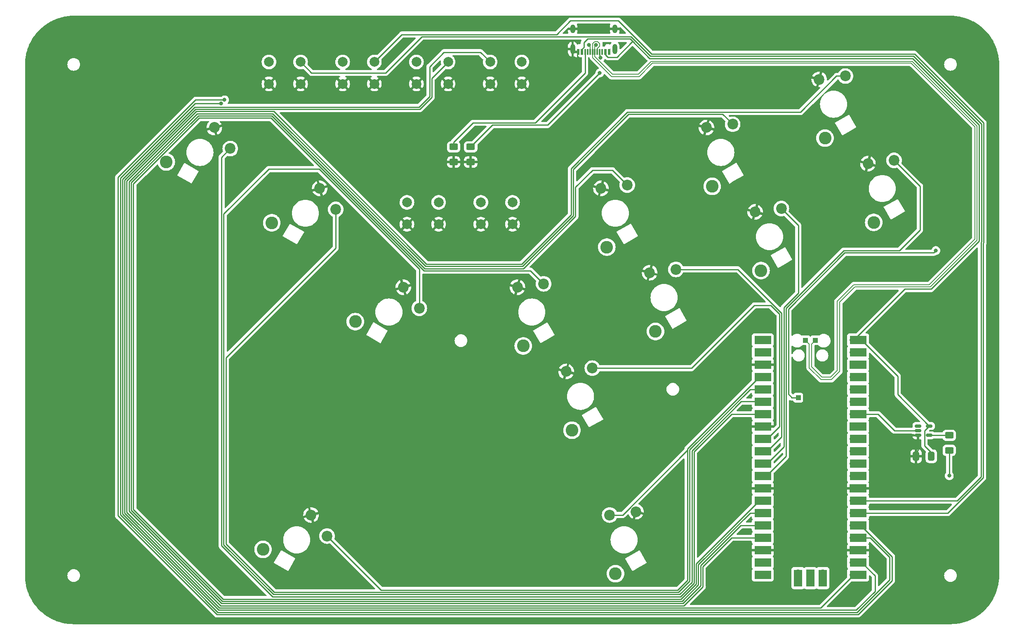
<source format=gtl>
%TF.GenerationSoftware,KiCad,Pcbnew,7.0.2*%
%TF.CreationDate,2023-06-18T21:29:01+09:00*%
%TF.ProjectId,mana-board-kicad,6d616e61-2d62-46f6-9172-642d6b696361,rev?*%
%TF.SameCoordinates,Original*%
%TF.FileFunction,Copper,L1,Top*%
%TF.FilePolarity,Positive*%
%FSLAX46Y46*%
G04 Gerber Fmt 4.6, Leading zero omitted, Abs format (unit mm)*
G04 Created by KiCad (PCBNEW 7.0.2) date 2023-06-18 21:29:01*
%MOMM*%
%LPD*%
G01*
G04 APERTURE LIST*
G04 Aperture macros list*
%AMRoundRect*
0 Rectangle with rounded corners*
0 $1 Rounding radius*
0 $2 $3 $4 $5 $6 $7 $8 $9 X,Y pos of 4 corners*
0 Add a 4 corners polygon primitive as box body*
4,1,4,$2,$3,$4,$5,$6,$7,$8,$9,$2,$3,0*
0 Add four circle primitives for the rounded corners*
1,1,$1+$1,$2,$3*
1,1,$1+$1,$4,$5*
1,1,$1+$1,$6,$7*
1,1,$1+$1,$8,$9*
0 Add four rect primitives between the rounded corners*
20,1,$1+$1,$2,$3,$4,$5,0*
20,1,$1+$1,$4,$5,$6,$7,0*
20,1,$1+$1,$6,$7,$8,$9,0*
20,1,$1+$1,$8,$9,$2,$3,0*%
G04 Aperture macros list end*
%TA.AperFunction,ComponentPad*%
%ADD10C,2.600000*%
%TD*%
%TA.AperFunction,ComponentPad*%
%ADD11C,2.200000*%
%TD*%
%TA.AperFunction,SMDPad,CuDef*%
%ADD12RoundRect,0.250000X0.412500X0.650000X-0.412500X0.650000X-0.412500X-0.650000X0.412500X-0.650000X0*%
%TD*%
%TA.AperFunction,SMDPad,CuDef*%
%ADD13RoundRect,0.250000X0.625000X-0.400000X0.625000X0.400000X-0.625000X0.400000X-0.625000X-0.400000X0*%
%TD*%
%TA.AperFunction,ComponentPad*%
%ADD14R,1.000000X1.000000*%
%TD*%
%TA.AperFunction,ComponentPad*%
%ADD15C,2.000000*%
%TD*%
%TA.AperFunction,SMDPad,CuDef*%
%ADD16RoundRect,0.250000X-0.625000X0.400000X-0.625000X-0.400000X0.625000X-0.400000X0.625000X0.400000X0*%
%TD*%
%TA.AperFunction,ComponentPad*%
%ADD17O,1.700000X1.700000*%
%TD*%
%TA.AperFunction,SMDPad,CuDef*%
%ADD18R,3.500000X1.700000*%
%TD*%
%TA.AperFunction,ComponentPad*%
%ADD19R,1.700000X1.700000*%
%TD*%
%TA.AperFunction,SMDPad,CuDef*%
%ADD20R,1.700000X3.500000*%
%TD*%
%TA.AperFunction,SMDPad,CuDef*%
%ADD21R,0.600000X1.150000*%
%TD*%
%TA.AperFunction,SMDPad,CuDef*%
%ADD22R,0.300000X1.150000*%
%TD*%
%TA.AperFunction,ComponentPad*%
%ADD23O,1.000000X2.100000*%
%TD*%
%TA.AperFunction,ComponentPad*%
%ADD24O,1.000000X1.800000*%
%TD*%
%TA.AperFunction,SMDPad,CuDef*%
%ADD25RoundRect,0.150000X-0.512500X-0.150000X0.512500X-0.150000X0.512500X0.150000X-0.512500X0.150000X0*%
%TD*%
%TA.AperFunction,ViaPad*%
%ADD26C,0.800000*%
%TD*%
%TA.AperFunction,Conductor*%
%ADD27C,0.250000*%
%TD*%
%TA.AperFunction,Conductor*%
%ADD28C,0.200000*%
%TD*%
G04 APERTURE END LIST*
D10*
%TO.P,B1,*%
%TO.N,*%
X168042967Y-118156184D03*
D11*
%TO.P,B1,1,1*%
%TO.N,GND*%
X166848094Y-106086603D03*
%TO.P,B1,2,2*%
%TO.N,Net-(U1-GPIO6)*%
X172228221Y-105405256D03*
%TD*%
D12*
%TO.P,C1,1*%
%TO.N,5V*%
X241812500Y-123500000D03*
%TO.P,C1,2*%
%TO.N,GND*%
X238687500Y-123500000D03*
%TD*%
D10*
%TO.P,B3,*%
%TO.N,*%
X158042968Y-100835677D03*
D11*
%TO.P,B3,1,1*%
%TO.N,GND*%
X156848095Y-88766096D03*
%TO.P,B3,2,2*%
%TO.N,Net-(U1-GPIO10)*%
X162228222Y-88084749D03*
%TD*%
D13*
%TO.P,R4,1*%
%TO.N,GND*%
X147250000Y-63050000D03*
%TO.P,R4,2*%
%TO.N,Net-(USB1-CC1)*%
X147250000Y-59950000D03*
%TD*%
D14*
%TO.P,TP6,1,1*%
%TO.N,Net-(BOOTSEL1-Pad2)*%
X214500000Y-111470000D03*
%TD*%
D15*
%TO.P,S1,1,1*%
%TO.N,Net-(U1-GPIO16)*%
X136110000Y-42500000D03*
X142610000Y-42500000D03*
%TO.P,S1,2,2*%
%TO.N,GND*%
X136110000Y-47000000D03*
X142610000Y-47000000D03*
%TD*%
D16*
%TO.P,R6,1*%
%TO.N,Net-(U2-Y)*%
X245500000Y-119200000D03*
%TO.P,R6,2*%
%TO.N,RGBDATA_5V*%
X245500000Y-122300000D03*
%TD*%
D15*
%TO.P,S2,1,1*%
%TO.N,Net-(U1-GPIO17)*%
X151250000Y-42500000D03*
X157750000Y-42500000D03*
%TO.P,S2,2,2*%
%TO.N,GND*%
X151250000Y-47000000D03*
X157750000Y-47000000D03*
%TD*%
D10*
%TO.P,B4,*%
%TO.N,*%
X175193602Y-80541447D03*
D11*
%TO.P,B4,1,1*%
%TO.N,GND*%
X173998729Y-68471866D03*
%TO.P,B4,2,2*%
%TO.N,Net-(U1-GPIO11)*%
X179378856Y-67790519D03*
%TD*%
D17*
%TO.P,U1,1,GPIO0*%
%TO.N,unconnected-(U1-GPIO0-Pad1)*%
X208110000Y-99620000D03*
D18*
X207210000Y-99620000D03*
D17*
%TO.P,U1,2,GPIO1*%
%TO.N,unconnected-(U1-GPIO1-Pad2)*%
X208110000Y-102160000D03*
D18*
X207210000Y-102160000D03*
D19*
%TO.P,U1,3,GND*%
%TO.N,GND*%
X208110000Y-104700000D03*
D18*
X207210000Y-104700000D03*
D17*
%TO.P,U1,4,GPIO2*%
%TO.N,Net-(U1-GPIO2)*%
X208110000Y-107240000D03*
D18*
X207210000Y-107240000D03*
D17*
%TO.P,U1,5,GPIO3*%
%TO.N,Net-(U1-GPIO3)*%
X208110000Y-109780000D03*
D18*
X207210000Y-109780000D03*
D17*
%TO.P,U1,6,GPIO4*%
%TO.N,Net-(U1-GPIO4)*%
X208110000Y-112320000D03*
D18*
X207210000Y-112320000D03*
D17*
%TO.P,U1,7,GPIO5*%
%TO.N,Net-(U1-GPIO5)*%
X208110000Y-114860000D03*
D18*
X207210000Y-114860000D03*
D19*
%TO.P,U1,8,GND*%
%TO.N,GND*%
X208110000Y-117400000D03*
D18*
X207210000Y-117400000D03*
D17*
%TO.P,U1,9,GPIO6*%
%TO.N,Net-(U1-GPIO6)*%
X208110000Y-119940000D03*
D18*
X207210000Y-119940000D03*
D17*
%TO.P,U1,10,GPIO7*%
%TO.N,Net-(U1-GPIO7)*%
X208110000Y-122480000D03*
D18*
X207210000Y-122480000D03*
D17*
%TO.P,U1,11,GPIO8*%
%TO.N,Net-(U1-GPIO8)*%
X208110000Y-125020000D03*
D18*
X207210000Y-125020000D03*
D17*
%TO.P,U1,12,GPIO9*%
%TO.N,Net-(U1-GPIO9)*%
X208110000Y-127560000D03*
D18*
X207210000Y-127560000D03*
D19*
%TO.P,U1,13,GND*%
%TO.N,GND*%
X208110000Y-130100000D03*
D18*
X207210000Y-130100000D03*
D17*
%TO.P,U1,14,GPIO10*%
%TO.N,Net-(U1-GPIO10)*%
X208110000Y-132640000D03*
D18*
X207210000Y-132640000D03*
D17*
%TO.P,U1,15,GPIO11*%
%TO.N,Net-(U1-GPIO11)*%
X208110000Y-135180000D03*
D18*
X207210000Y-135180000D03*
D17*
%TO.P,U1,16,GPIO12*%
%TO.N,Net-(U1-GPIO12)*%
X208110000Y-137720000D03*
D18*
X207210000Y-137720000D03*
D17*
%TO.P,U1,17,GPIO13*%
%TO.N,Net-(U1-GPIO13)*%
X208110000Y-140260000D03*
D18*
X207210000Y-140260000D03*
D19*
%TO.P,U1,18,GND*%
%TO.N,GND*%
X208110000Y-142800000D03*
D18*
X207210000Y-142800000D03*
D17*
%TO.P,U1,19,GPIO14*%
%TO.N,unconnected-(U1-GPIO14-Pad19)*%
X208110000Y-145340000D03*
D18*
X207210000Y-145340000D03*
D17*
%TO.P,U1,20,GPIO15*%
%TO.N,unconnected-(U1-GPIO15-Pad20)*%
X208110000Y-147880000D03*
D18*
X207210000Y-147880000D03*
D17*
%TO.P,U1,21,GPIO16*%
%TO.N,Net-(U1-GPIO16)*%
X225890000Y-147880000D03*
D18*
X226790000Y-147880000D03*
D17*
%TO.P,U1,22,GPIO17*%
%TO.N,Net-(U1-GPIO17)*%
X225890000Y-145340000D03*
D18*
X226790000Y-145340000D03*
D19*
%TO.P,U1,23,GND*%
%TO.N,GND*%
X225890000Y-142800000D03*
D18*
X226790000Y-142800000D03*
D17*
%TO.P,U1,24,GPIO18*%
%TO.N,Net-(U1-GPIO18)*%
X225890000Y-140260000D03*
D18*
X226790000Y-140260000D03*
D17*
%TO.P,U1,25,GPIO19*%
%TO.N,Net-(U1-GPIO19)*%
X225890000Y-137720000D03*
D18*
X226790000Y-137720000D03*
D17*
%TO.P,U1,26,GPIO20*%
%TO.N,Net-(U1-GPIO20)*%
X225890000Y-135180000D03*
D18*
X226790000Y-135180000D03*
D17*
%TO.P,U1,27,GPIO21*%
%TO.N,Net-(U1-GPIO21)*%
X225890000Y-132640000D03*
D18*
X226790000Y-132640000D03*
D19*
%TO.P,U1,28,GND*%
%TO.N,GND*%
X225890000Y-130100000D03*
D18*
X226790000Y-130100000D03*
D17*
%TO.P,U1,29,GPIO22*%
%TO.N,unconnected-(U1-GPIO22-Pad29)*%
X225890000Y-127560000D03*
D18*
X226790000Y-127560000D03*
D17*
%TO.P,U1,30,RUN*%
%TO.N,Net-(U1-RUN)*%
X225890000Y-125020000D03*
D18*
X226790000Y-125020000D03*
D17*
%TO.P,U1,31,GPIO26_ADC0*%
%TO.N,unconnected-(U1-GPIO26_ADC0-Pad31)*%
X225890000Y-122480000D03*
D18*
X226790000Y-122480000D03*
D17*
%TO.P,U1,32,GPIO27_ADC1*%
%TO.N,unconnected-(U1-GPIO27_ADC1-Pad32)*%
X225890000Y-119940000D03*
D18*
X226790000Y-119940000D03*
D19*
%TO.P,U1,33,AGND*%
%TO.N,unconnected-(U1-AGND-Pad33)*%
X225890000Y-117400000D03*
D18*
X226790000Y-117400000D03*
D17*
%TO.P,U1,34,GPIO28_ADC2*%
%TO.N,RGBDATA*%
X225890000Y-114860000D03*
D18*
X226790000Y-114860000D03*
D17*
%TO.P,U1,35,ADC_VREF*%
%TO.N,unconnected-(U1-ADC_VREF-Pad35)*%
X225890000Y-112320000D03*
D18*
X226790000Y-112320000D03*
D17*
%TO.P,U1,36,3V3*%
%TO.N,3.3V*%
X225890000Y-109780000D03*
D18*
X226790000Y-109780000D03*
D17*
%TO.P,U1,37,3V3_EN*%
%TO.N,unconnected-(U1-3V3_EN-Pad37)*%
X225890000Y-107240000D03*
D18*
X226790000Y-107240000D03*
D19*
%TO.P,U1,38,GND*%
%TO.N,unconnected-(U1-GND-Pad38)*%
X225890000Y-104700000D03*
D18*
X226790000Y-104700000D03*
D17*
%TO.P,U1,39,VSYS*%
%TO.N,unconnected-(U1-VSYS-Pad39)*%
X225890000Y-102160000D03*
D18*
X226790000Y-102160000D03*
D17*
%TO.P,U1,40,VBUS*%
%TO.N,5V*%
X225890000Y-99620000D03*
D18*
X226790000Y-99620000D03*
D17*
%TO.P,U1,41,SWCLK*%
%TO.N,unconnected-(U1-SWCLK-Pad41)*%
X214460000Y-147650000D03*
D20*
X214460000Y-148550000D03*
D19*
%TO.P,U1,42,GND*%
%TO.N,unconnected-(U1-GND-Pad42)*%
X217000000Y-147650000D03*
D20*
X217000000Y-148550000D03*
D17*
%TO.P,U1,43,SWDIO*%
%TO.N,unconnected-(U1-SWDIO-Pad43)*%
X219540000Y-147650000D03*
D20*
X219540000Y-148550000D03*
%TD*%
D10*
%TO.P,L2,*%
%TO.N,*%
X229994873Y-75460031D03*
D11*
%TO.P,L2,1,1*%
%TO.N,GND*%
X228800000Y-63390450D03*
%TO.P,L2,2,2*%
%TO.N,Net-(U1-GPIO9)*%
X234180127Y-62709103D03*
%TD*%
D10*
%TO.P,R2,*%
%TO.N,*%
X206844238Y-85361955D03*
D11*
%TO.P,R2,1,1*%
%TO.N,GND*%
X205649365Y-73292374D03*
%TO.P,R2,2,2*%
%TO.N,Net-(U1-GPIO8)*%
X211029492Y-72611027D03*
%TD*%
D10*
%TO.P,UP2,*%
%TO.N,*%
X176980968Y-147636677D03*
D11*
%TO.P,UP2,1,1*%
%TO.N,Net-(U1-GPIO2)*%
X175786095Y-135567096D03*
%TO.P,UP2,2,2*%
%TO.N,GND*%
X181166222Y-134885749D03*
%TD*%
D13*
%TO.P,R5,1*%
%TO.N,GND*%
X143750000Y-63050000D03*
%TO.P,R5,2*%
%TO.N,Net-(USB1-CC2)*%
X143750000Y-59950000D03*
%TD*%
D10*
%TO.P,LEFT1,*%
%TO.N,*%
X84758602Y-63041448D03*
D11*
%TO.P,LEFT1,1,1*%
%TO.N,GND*%
X94613729Y-55971867D03*
%TO.P,LEFT1,2,2*%
%TO.N,Net-(U1-GPIO5)*%
X97893856Y-60290520D03*
%TD*%
D15*
%TO.P,A1,1,1*%
%TO.N,Net-(U1-GPIO20)*%
X120970000Y-42500000D03*
X127470000Y-42500000D03*
%TO.P,A1,2,2*%
%TO.N,GND*%
X120970000Y-47000000D03*
X127470000Y-47000000D03*
%TD*%
D10*
%TO.P,R1,*%
%TO.N,*%
X196844238Y-68041448D03*
D11*
%TO.P,R1,1,1*%
%TO.N,GND*%
X195649365Y-55971867D03*
%TO.P,R1,2,2*%
%TO.N,Net-(U1-GPIO12)*%
X201029492Y-55290520D03*
%TD*%
D21*
%TO.P,USB1,A1,GND*%
%TO.N,GND*%
X175700000Y-40430000D03*
%TO.P,USB1,A4,VBUS*%
%TO.N,5V*%
X174900000Y-40430000D03*
D22*
%TO.P,USB1,A5,CC1*%
%TO.N,Net-(USB1-CC1)*%
X173750000Y-40430000D03*
%TO.P,USB1,A6,D+*%
%TO.N,/Pi D+*%
X172750000Y-40430000D03*
%TO.P,USB1,A7,D-*%
%TO.N,/Pi D-*%
X172250000Y-40430000D03*
%TO.P,USB1,A8,SBU1*%
%TO.N,unconnected-(USB1-SBU1-PadA8)*%
X171250000Y-40430000D03*
D21*
%TO.P,USB1,A9,VBUS*%
%TO.N,5V*%
X170100000Y-40430000D03*
%TO.P,USB1,A12,GND*%
%TO.N,GND*%
X169300000Y-40430000D03*
%TO.P,USB1,B1,GND*%
X169300000Y-40430000D03*
%TO.P,USB1,B4,VBUS*%
%TO.N,5V*%
X170100000Y-40430000D03*
D22*
%TO.P,USB1,B5,CC2*%
%TO.N,Net-(USB1-CC2)*%
X170750000Y-40430000D03*
%TO.P,USB1,B6,D+*%
%TO.N,/Pi D+*%
X171750000Y-40430000D03*
%TO.P,USB1,B7,D-*%
%TO.N,/Pi D-*%
X173250000Y-40430000D03*
%TO.P,USB1,B8,SBU2*%
%TO.N,unconnected-(USB1-SBU2-PadB8)*%
X174250000Y-40430000D03*
D21*
%TO.P,USB1,B9,VBUS*%
%TO.N,5V*%
X174900000Y-40430000D03*
%TO.P,USB1,B12,GND*%
%TO.N,GND*%
X175700000Y-40430000D03*
D23*
%TO.P,USB1,S1,SHIELD*%
X176820000Y-39855000D03*
D24*
X176820000Y-35675000D03*
D23*
X168180000Y-39855000D03*
D24*
X168180000Y-35675000D03*
%TD*%
D10*
%TO.P,UP1,*%
%TO.N,*%
X104622050Y-142636947D03*
D11*
%TO.P,UP1,1,1*%
%TO.N,GND*%
X114477177Y-135567366D03*
%TO.P,UP1,2,2*%
%TO.N,Net-(U1-GPIO2)*%
X117757304Y-139886019D03*
%TD*%
D15*
%TO.P,R3,1,1*%
%TO.N,Net-(U1-GPIO19)*%
X149342188Y-71331416D03*
X155842188Y-71331416D03*
%TO.P,R3,2,2*%
%TO.N,GND*%
X149342188Y-75831416D03*
X155842188Y-75831416D03*
%TD*%
%TO.P,L3,1,1*%
%TO.N,Net-(U1-GPIO18)*%
X134170903Y-71331416D03*
X140670903Y-71331416D03*
%TO.P,L3,2,2*%
%TO.N,GND*%
X134170903Y-75831416D03*
X140670903Y-75831416D03*
%TD*%
%TO.P,A2,1,1*%
%TO.N,Net-(U1-GPIO21)*%
X105830000Y-42500000D03*
X112330000Y-42500000D03*
%TO.P,A2,2,2*%
%TO.N,GND*%
X105830000Y-47000000D03*
X112330000Y-47000000D03*
%TD*%
D10*
%TO.P,RIGHT1,*%
%TO.N,*%
X123559872Y-95835677D03*
D11*
%TO.P,RIGHT1,1,1*%
%TO.N,GND*%
X133414999Y-88766096D03*
%TO.P,RIGHT1,2,2*%
%TO.N,Net-(U1-GPIO4)*%
X136695126Y-93084749D03*
%TD*%
D14*
%TO.P,TP3,1,1*%
%TO.N,/Pi D+*%
X216000000Y-99669999D03*
%TD*%
D25*
%TO.P,U2,1,NC*%
%TO.N,unconnected-(U2-NC-Pad1)*%
X239112500Y-117300000D03*
%TO.P,U2,2,A*%
%TO.N,RGBDATA*%
X239112500Y-118250000D03*
%TO.P,U2,3,GND*%
%TO.N,GND*%
X239112500Y-119200000D03*
%TO.P,U2,4,Y*%
%TO.N,Net-(U2-Y)*%
X241387500Y-119200000D03*
%TO.P,U2,5,VCC*%
%TO.N,5V*%
X241387500Y-117300000D03*
%TD*%
D10*
%TO.P,B2,*%
%TO.N,*%
X185193602Y-97861955D03*
D11*
%TO.P,B2,1,1*%
%TO.N,GND*%
X183998729Y-85792374D03*
%TO.P,B2,2,2*%
%TO.N,Net-(U1-GPIO7)*%
X189378856Y-85111027D03*
%TD*%
D14*
%TO.P,TP2,1,1*%
%TO.N,/Pi D-*%
X218000001Y-99669998D03*
%TD*%
D10*
%TO.P,DOWN1,*%
%TO.N,*%
X106409237Y-75541447D03*
D11*
%TO.P,DOWN1,1,1*%
%TO.N,GND*%
X116264364Y-68471866D03*
%TO.P,DOWN1,2,2*%
%TO.N,Net-(U1-GPIO3)*%
X119544491Y-72790519D03*
%TD*%
D10*
%TO.P,L1,*%
%TO.N,*%
X219994873Y-58139523D03*
D11*
%TO.P,L1,1,1*%
%TO.N,GND*%
X218800000Y-46069942D03*
%TO.P,L1,2,2*%
%TO.N,Net-(U1-GPIO13)*%
X224180127Y-45388595D03*
%TD*%
D26*
%TO.N,Net-(BOOTSEL1-Pad2)*%
X242750000Y-81250000D03*
%TO.N,Net-(U1-GPIO18)*%
X96000000Y-51000000D03*
%TO.N,Net-(U1-GPIO19)*%
X96706755Y-50293245D03*
%TO.N,Net-(USB1-CC1)*%
X173903722Y-41596278D03*
X173750000Y-44750000D03*
%TO.N,/Pi D+*%
X171500000Y-39000000D03*
X173000000Y-39000000D03*
%TO.N,RGBDATA_5V*%
X245500000Y-127500000D03*
%TD*%
D27*
%TO.N,Net-(U1-GPIO2)*%
X178432904Y-135567096D02*
X191750000Y-122250000D01*
X206500000Y-107240000D02*
X191750000Y-121990000D01*
X208110000Y-107240000D02*
X206500000Y-107240000D01*
X128871285Y-151000000D02*
X117757304Y-139886019D01*
X191750000Y-149000000D02*
X189750000Y-151000000D01*
X175786095Y-135567096D02*
X178432904Y-135567096D01*
X189750000Y-151000000D02*
X128871285Y-151000000D01*
X191750000Y-121990000D02*
X191750000Y-122250000D01*
X191750000Y-122250000D02*
X191750000Y-149000000D01*
%TO.N,Net-(BOOTSEL1-Pad2)*%
X213220000Y-111470000D02*
X212500000Y-110750000D01*
X224036396Y-81700000D02*
X242300000Y-81700000D01*
X212500000Y-110750000D02*
X212500000Y-93236396D01*
X214500000Y-111470000D02*
X213220000Y-111470000D01*
X212500000Y-93236396D02*
X224036396Y-81700000D01*
X242300000Y-81700000D02*
X242750000Y-81250000D01*
%TO.N,Net-(U1-GPIO20)*%
X167750000Y-34000000D02*
X164900000Y-36850000D01*
X252550000Y-79642032D02*
X252550000Y-55027208D01*
X133120000Y-36850000D02*
X127470000Y-42500000D01*
X225890000Y-135180000D02*
X245206396Y-135180000D01*
X164900000Y-36850000D02*
X133120000Y-36850000D01*
X252450000Y-127936396D02*
X252450000Y-79742032D01*
X252450000Y-79742032D02*
X252550000Y-79642032D01*
X184361396Y-40850000D02*
X177511396Y-34000000D01*
X177511396Y-34000000D02*
X167750000Y-34000000D01*
X252550000Y-55027208D02*
X238372792Y-40850000D01*
X245206396Y-135180000D02*
X252450000Y-127936396D01*
X238372792Y-40850000D02*
X184361396Y-40850000D01*
%TO.N,Net-(U1-GPIO21)*%
X252000000Y-127750000D02*
X252000000Y-79555636D01*
X225890000Y-132640000D02*
X247110000Y-132640000D01*
X252000000Y-79555636D02*
X252100000Y-79455636D01*
X184175000Y-41300000D02*
X180175000Y-37300000D01*
X252100000Y-79455636D02*
X252100000Y-55213604D01*
X137200000Y-37300000D02*
X129750000Y-44750000D01*
X252100000Y-55213604D02*
X238186396Y-41300000D01*
X247110000Y-132640000D02*
X252000000Y-127750000D01*
X180175000Y-37300000D02*
X137200000Y-37300000D01*
X238186396Y-41300000D02*
X184175000Y-41300000D01*
X114580000Y-44750000D02*
X112330000Y-42500000D01*
X129750000Y-44750000D02*
X114580000Y-44750000D01*
%TO.N,GND*%
X239112500Y-122325000D02*
X238687500Y-122750000D01*
X239112500Y-119200000D02*
X239112500Y-122325000D01*
%TO.N,Net-(U1-GPIO6)*%
X210650000Y-94286396D02*
X208863604Y-92500000D01*
X192594744Y-105405256D02*
X172228221Y-105405256D01*
X205500000Y-92500000D02*
X192594744Y-105405256D01*
X208110000Y-119940000D02*
X210650000Y-117400000D01*
X210650000Y-117400000D02*
X210650000Y-94286396D01*
X208863604Y-92500000D02*
X205500000Y-92500000D01*
%TO.N,Net-(U1-GPIO7)*%
X211100000Y-119490000D02*
X211100000Y-94100000D01*
X211100000Y-94100000D02*
X202111027Y-85111027D01*
X208110000Y-122480000D02*
X211100000Y-119490000D01*
X202111027Y-85111027D02*
X189378856Y-85111027D01*
%TO.N,Net-(U1-GPIO10)*%
X159525275Y-85381802D02*
X162228222Y-88084749D01*
X137631802Y-85381802D02*
X159525275Y-85381802D01*
X78000000Y-67501952D02*
X91501952Y-54000000D01*
X78000000Y-134409188D02*
X78000000Y-67501952D01*
X190445584Y-152850000D02*
X96440812Y-152850000D01*
X193550000Y-145590000D02*
X193550000Y-149745584D01*
X208110000Y-132640000D02*
X206500000Y-132640000D01*
X206500000Y-132640000D02*
X193550000Y-145590000D01*
X106250000Y-54000000D02*
X137631802Y-85381802D01*
X193550000Y-149745584D02*
X190445584Y-152850000D01*
X96440812Y-152850000D02*
X78000000Y-134409188D01*
X91501952Y-54000000D02*
X106250000Y-54000000D01*
%TO.N,Net-(U1-GPIO11)*%
X106436396Y-53550000D02*
X137818198Y-84931802D01*
X91315556Y-53550000D02*
X106436396Y-53550000D01*
X168750000Y-68250000D02*
X172250000Y-64750000D01*
X190631980Y-153300000D02*
X96254416Y-153300000D01*
X158068198Y-84931802D02*
X168750000Y-74250000D01*
X194000000Y-145776396D02*
X194000000Y-149931980D01*
X204596396Y-135180000D02*
X194000000Y-145776396D01*
X137818198Y-84931802D02*
X158068198Y-84931802D01*
X194000000Y-149931980D02*
X190631980Y-153300000D01*
X168750000Y-74250000D02*
X168750000Y-68250000D01*
X77550000Y-67315556D02*
X91315556Y-53550000D01*
X96254416Y-153300000D02*
X77550000Y-134595584D01*
X208110000Y-135180000D02*
X204596396Y-135180000D01*
X77550000Y-134595584D02*
X77550000Y-67315556D01*
X176338337Y-64750000D02*
X179378856Y-67790519D01*
X172250000Y-64750000D02*
X176338337Y-64750000D01*
%TO.N,Net-(U1-GPIO3)*%
X97000000Y-103250000D02*
X119544491Y-80705509D01*
X208110000Y-109780000D02*
X204596396Y-109780000D01*
X119544491Y-80705509D02*
X119544491Y-72790519D01*
X204596396Y-109780000D02*
X192200000Y-122176396D01*
X189936396Y-151450000D02*
X106950000Y-151450000D01*
X192200000Y-122176396D02*
X192200000Y-149186396D01*
X192200000Y-149186396D02*
X189936396Y-151450000D01*
X106950000Y-151450000D02*
X97000000Y-141500000D01*
X97000000Y-141500000D02*
X97000000Y-103250000D01*
%TO.N,Net-(U1-GPIO13)*%
X138190990Y-84031802D02*
X157695406Y-84031802D01*
X214950000Y-52800000D02*
X222361405Y-45388595D01*
X90942764Y-52650000D02*
X106809188Y-52650000D01*
X179427208Y-52800000D02*
X214950000Y-52800000D01*
X200789188Y-140260000D02*
X194900000Y-146149188D01*
X76650000Y-66942764D02*
X90942764Y-52650000D01*
X194900000Y-150304772D02*
X191004772Y-154200000D01*
X106809188Y-52650000D02*
X138190990Y-84031802D01*
X167850000Y-73877208D02*
X167850000Y-64377208D01*
X167850000Y-64377208D02*
X179427208Y-52800000D01*
X208110000Y-140260000D02*
X200789188Y-140260000D01*
X222361405Y-45388595D02*
X224180127Y-45388595D01*
X191004772Y-154200000D02*
X95881624Y-154200000D01*
X95881624Y-154200000D02*
X76650000Y-134968376D01*
X194900000Y-146149188D02*
X194900000Y-150304772D01*
X157695406Y-84031802D02*
X167850000Y-73877208D01*
X76650000Y-134968376D02*
X76650000Y-66942764D01*
%TO.N,Net-(U1-GPIO9)*%
X239500000Y-77000000D02*
X239500000Y-68000000D01*
X235250000Y-81250000D02*
X239500000Y-77000000D01*
X212000000Y-123480000D02*
X212000000Y-93100000D01*
X239471024Y-68000000D02*
X234180127Y-62709103D01*
X212000000Y-93100000D02*
X223850000Y-81250000D01*
X208110000Y-127370000D02*
X212000000Y-123480000D01*
X239500000Y-68000000D02*
X239471024Y-68000000D01*
X208110000Y-127560000D02*
X208110000Y-127370000D01*
X223850000Y-81250000D02*
X235250000Y-81250000D01*
%TO.N,Net-(U1-GPIO18)*%
X233250000Y-148886396D02*
X226586396Y-155550000D01*
X75300000Y-135527564D02*
X75300000Y-66383576D01*
X90683576Y-51000000D02*
X96000000Y-51000000D01*
X233250000Y-144250000D02*
X233250000Y-148886396D01*
X95322436Y-155550000D02*
X75300000Y-135527564D01*
X226586396Y-155550000D02*
X95322436Y-155550000D01*
X75300000Y-66383576D02*
X90683576Y-51000000D01*
X229260000Y-140260000D02*
X233250000Y-144250000D01*
X225890000Y-140260000D02*
X229260000Y-140260000D01*
%TO.N,Net-(U1-GPIO4)*%
X136695126Y-85081522D02*
X136695126Y-93084749D01*
X106763604Y-151900000D02*
X96550000Y-141686396D01*
X206500000Y-112320000D02*
X206430000Y-112250000D01*
X190122792Y-151900000D02*
X106763604Y-151900000D01*
X192650000Y-149372792D02*
X190122792Y-151900000D01*
X116113604Y-64500000D02*
X136695126Y-85081522D01*
X192650000Y-122362792D02*
X192650000Y-149372792D01*
X105800000Y-64500000D02*
X116113604Y-64500000D01*
X96550000Y-141686396D02*
X96550000Y-73750000D01*
X96550000Y-73750000D02*
X105800000Y-64500000D01*
X206430000Y-112250000D02*
X202762792Y-112250000D01*
X208110000Y-112320000D02*
X206500000Y-112320000D01*
X202762792Y-112250000D02*
X192650000Y-122362792D01*
%TO.N,Net-(U1-GPIO12)*%
X138004594Y-84481802D02*
X157881802Y-84481802D01*
X194450000Y-150118376D02*
X190818376Y-153750000D01*
X190818376Y-153750000D02*
X96068020Y-153750000D01*
X106622792Y-53100000D02*
X138004594Y-84481802D01*
X168300000Y-64563604D02*
X179613604Y-53250000D01*
X91129160Y-53100000D02*
X106622792Y-53100000D01*
X208110000Y-137720000D02*
X202692792Y-137720000D01*
X198988972Y-53250000D02*
X201029492Y-55290520D01*
X202692792Y-137720000D02*
X194450000Y-145962792D01*
X96068020Y-153750000D02*
X77100000Y-134781980D01*
X168300000Y-74063604D02*
X168300000Y-64563604D01*
X179613604Y-53250000D02*
X198988972Y-53250000D01*
X77100000Y-67129160D02*
X91129160Y-53100000D01*
X157881802Y-84481802D02*
X168300000Y-74063604D01*
X77100000Y-134781980D02*
X77100000Y-67129160D01*
X194450000Y-145962792D02*
X194450000Y-150118376D01*
%TO.N,Net-(U1-GPIO8)*%
X214500000Y-76081535D02*
X211029492Y-72611027D01*
X211550000Y-121580000D02*
X211550000Y-92913604D01*
X208110000Y-125020000D02*
X211550000Y-121580000D01*
X211550000Y-92913604D02*
X214500000Y-89963604D01*
X214500000Y-89963604D02*
X214500000Y-76081535D01*
%TO.N,Net-(U1-GPIO19)*%
X233750000Y-144113604D02*
X233750000Y-149022792D01*
X95136040Y-156000000D02*
X74850000Y-135713960D01*
X74850000Y-135713960D02*
X74850000Y-66197180D01*
X74850000Y-66197180D02*
X90772180Y-50275000D01*
X233750000Y-149022792D02*
X226772792Y-156000000D01*
X90772180Y-50275000D02*
X96688510Y-50275000D01*
X226772792Y-156000000D02*
X95136040Y-156000000D01*
X96688510Y-50275000D02*
X96706755Y-50293245D01*
X227356396Y-137720000D02*
X233750000Y-144113604D01*
X225890000Y-137720000D02*
X227356396Y-137720000D01*
%TO.N,Net-(U1-GPIO5)*%
X200789188Y-114860000D02*
X193100000Y-122549188D01*
X193100000Y-149559188D02*
X190309188Y-152350000D01*
X96100000Y-62084376D02*
X97893856Y-60290520D01*
X96100000Y-141872792D02*
X96100000Y-62084376D01*
X193100000Y-122549188D02*
X193100000Y-149559188D01*
X190309188Y-152350000D02*
X106577208Y-152350000D01*
X106577208Y-152350000D02*
X96100000Y-141872792D01*
X208110000Y-114860000D02*
X200789188Y-114860000D01*
%TO.N,Net-(U1-GPIO16)*%
X76200000Y-66756368D02*
X90756368Y-52200000D01*
X90756368Y-52200000D02*
X136800000Y-52200000D01*
X76200000Y-135154772D02*
X76200000Y-66756368D01*
X95695228Y-154650000D02*
X76200000Y-135154772D01*
X219120000Y-154650000D02*
X95695228Y-154650000D01*
X136800000Y-52200000D02*
X139250000Y-49750000D01*
X225890000Y-147880000D02*
X219120000Y-154650000D01*
X139250000Y-45860000D02*
X142610000Y-42500000D01*
X139250000Y-49750000D02*
X139250000Y-45860000D01*
%TO.N,Net-(U1-GPIO17)*%
X136613604Y-51750000D02*
X138800000Y-49563604D01*
X230250000Y-148090000D02*
X230250000Y-151250000D01*
X149250000Y-40500000D02*
X151250000Y-42500000D01*
X95508832Y-155100000D02*
X75750000Y-135341168D01*
X225890000Y-145340000D02*
X227500000Y-145340000D01*
X138800000Y-49563604D02*
X138800000Y-43450000D01*
X75750000Y-135341168D02*
X75750000Y-66569972D01*
X230250000Y-151250000D02*
X226400000Y-155100000D01*
X75750000Y-66569972D02*
X90569972Y-51750000D01*
X138800000Y-43450000D02*
X141750000Y-40500000D01*
X226400000Y-155100000D02*
X95508832Y-155100000D01*
X141750000Y-40500000D02*
X149250000Y-40500000D01*
X90569972Y-51750000D02*
X136613604Y-51750000D01*
X227500000Y-145340000D02*
X230250000Y-148090000D01*
%TO.N,5V*%
X240400000Y-121337500D02*
X240400000Y-118287500D01*
X238000000Y-41750000D02*
X251650000Y-55400000D01*
X241812500Y-122750000D02*
X240400000Y-121337500D01*
X227500000Y-99620000D02*
X225890000Y-99620000D01*
X234918750Y-110831250D02*
X234918750Y-107038750D01*
X177250000Y-41500000D02*
X175395000Y-41500000D01*
X183988604Y-41750000D02*
X238000000Y-41750000D01*
X174900000Y-41005000D02*
X174900000Y-40180000D01*
X170100000Y-39854949D02*
X170480000Y-39474949D01*
X241769240Y-89150000D02*
X236360000Y-89150000D01*
X170480000Y-39474949D02*
X170480000Y-38520000D01*
X170100000Y-40180000D02*
X170100000Y-39854949D01*
X241387500Y-117300000D02*
X234918750Y-110831250D01*
X240400000Y-118287500D02*
X241387500Y-117300000D01*
X251650000Y-55400000D02*
X251650000Y-79269240D01*
X236360000Y-89150000D02*
X225890000Y-99620000D01*
X175395000Y-41500000D02*
X174900000Y-41005000D01*
X251650000Y-79269240D02*
X241769240Y-89150000D01*
X234918750Y-107038750D02*
X227500000Y-99620000D01*
X180494302Y-38255698D02*
X183988604Y-41750000D01*
X179988604Y-37750000D02*
X180494302Y-38255698D01*
X180494302Y-38255698D02*
X180250000Y-38500000D01*
X170480000Y-38520000D02*
X171250000Y-37750000D01*
X180250000Y-38500000D02*
X177250000Y-41500000D01*
X171250000Y-37750000D02*
X179988604Y-37750000D01*
%TO.N,Net-(USB1-CC1)*%
X173750000Y-40430000D02*
X173750000Y-41442556D01*
X173750000Y-41442556D02*
X173903722Y-41596278D01*
X163050000Y-55450000D02*
X151750000Y-55450000D01*
X173750000Y-44750000D02*
X163050000Y-55450000D01*
X151750000Y-55450000D02*
X147250000Y-59950000D01*
D28*
%TO.N,/Pi D-*%
X184568200Y-42750000D02*
X237681800Y-42750000D01*
X225906800Y-88275000D02*
X222525000Y-91656800D01*
X176156800Y-45475000D02*
X181843200Y-45475000D01*
X250775000Y-55843200D02*
X250775000Y-78906800D01*
X222525000Y-91656800D02*
X222525000Y-105906800D01*
X250775000Y-78906800D02*
X241406800Y-88275000D01*
X173700000Y-39289950D02*
X173700000Y-38710050D01*
X181843200Y-45475000D02*
X184568200Y-42750000D01*
X241406800Y-88275000D02*
X225906800Y-88275000D01*
X173289950Y-38300000D02*
X172710050Y-38300000D01*
X172275000Y-41317501D02*
X172275000Y-41593200D01*
X173700000Y-38710050D02*
X173289950Y-38300000D01*
X172250000Y-41292501D02*
X172275000Y-41317501D01*
X219343200Y-107275000D02*
X217225001Y-105156801D01*
X172250000Y-40430000D02*
X172250000Y-41292501D01*
X217225001Y-100444998D02*
X218000001Y-99669998D01*
X172250000Y-40430000D02*
X172250000Y-41255000D01*
X172250000Y-38760050D02*
X172250000Y-40430000D01*
X172275000Y-41593200D02*
X176156800Y-45475000D01*
X172710050Y-38300000D02*
X172250000Y-38760050D01*
X237681800Y-42750000D02*
X250775000Y-55843200D01*
X217225001Y-105156801D02*
X217225001Y-100444998D01*
X173250000Y-39739950D02*
X173700000Y-39289950D01*
X221156800Y-107275000D02*
X219343200Y-107275000D01*
X222525000Y-105906800D02*
X221156800Y-107275000D01*
X173250000Y-40430000D02*
X173250000Y-39739950D01*
%TO.N,/Pi D+*%
X173000000Y-39000000D02*
X172750000Y-39250000D01*
X216774999Y-100444998D02*
X216000000Y-99669999D01*
X251225000Y-55656800D02*
X251225000Y-79093200D01*
X171500000Y-39000000D02*
X171750000Y-39250000D01*
X251225000Y-79093200D02*
X241593200Y-88725000D01*
X237918200Y-42350000D02*
X251225000Y-55656800D01*
X171750000Y-39250000D02*
X171750000Y-40430000D01*
X176343200Y-45025000D02*
X181656800Y-45025000D01*
X184331800Y-42350000D02*
X237918200Y-42350000D01*
X222975000Y-106093200D02*
X221343200Y-107725000D01*
X241593200Y-88725000D02*
X226093200Y-88725000D01*
X172750000Y-41292501D02*
X172725000Y-41317501D01*
X222975000Y-91843200D02*
X222975000Y-106093200D01*
X216774999Y-105343199D02*
X216774999Y-100444998D01*
X172750000Y-40430000D02*
X172750000Y-41292501D01*
X181656800Y-45025000D02*
X184331800Y-42350000D01*
X172750000Y-39250000D02*
X172750000Y-40430000D01*
X172725000Y-41317501D02*
X172725000Y-41406800D01*
X226093200Y-88725000D02*
X222975000Y-91843200D01*
X219156800Y-107725000D02*
X216774999Y-105343199D01*
X221343200Y-107725000D02*
X219156800Y-107725000D01*
X172725000Y-41406800D02*
X176343200Y-45025000D01*
D27*
%TO.N,Net-(USB1-CC2)*%
X170750000Y-44750000D02*
X160500000Y-55000000D01*
X170750000Y-40430000D02*
X170750000Y-44750000D01*
X143750000Y-59000000D02*
X143750000Y-59950000D01*
X160500000Y-55000000D02*
X147750000Y-55000000D01*
X147750000Y-55000000D02*
X143750000Y-59000000D01*
%TO.N,RGBDATA*%
X234250000Y-118250000D02*
X239112500Y-118250000D01*
X230860000Y-114860000D02*
X234250000Y-118250000D01*
X225890000Y-114860000D02*
X230860000Y-114860000D01*
%TO.N,RGBDATA_5V*%
X245500000Y-127500000D02*
X245500000Y-122300000D01*
%TO.N,Net-(U2-Y)*%
X245250000Y-119200000D02*
X245500000Y-119450000D01*
X241387500Y-119200000D02*
X245250000Y-119200000D01*
%TD*%
%TA.AperFunction,Conductor*%
%TO.N,GND*%
G36*
X235067587Y-89345185D02*
G01*
X235113342Y-89397989D01*
X235123286Y-89467147D01*
X235094261Y-89530703D01*
X235088229Y-89537180D01*
X232901267Y-91724142D01*
X226392227Y-98233181D01*
X226330904Y-98266666D01*
X226304546Y-98269500D01*
X225954385Y-98269500D01*
X225943578Y-98269028D01*
X225889999Y-98264340D01*
X225836420Y-98269028D01*
X225825613Y-98269500D01*
X224995439Y-98269500D01*
X224995420Y-98269500D01*
X224992128Y-98269501D01*
X224988848Y-98269853D01*
X224988840Y-98269854D01*
X224932515Y-98275909D01*
X224797669Y-98326204D01*
X224682454Y-98412454D01*
X224596204Y-98527668D01*
X224545910Y-98662515D01*
X224545909Y-98662517D01*
X224539500Y-98722127D01*
X224539500Y-98725448D01*
X224539500Y-98725449D01*
X224539500Y-99555615D01*
X224539028Y-99566422D01*
X224534340Y-99619999D01*
X224539028Y-99673576D01*
X224539500Y-99684384D01*
X224539500Y-100514560D01*
X224539500Y-100514578D01*
X224539501Y-100517872D01*
X224539853Y-100521152D01*
X224539854Y-100521159D01*
X224545909Y-100577484D01*
X224554298Y-100599976D01*
X224596204Y-100712331D01*
X224649789Y-100783911D01*
X224673577Y-100815688D01*
X224697994Y-100881153D01*
X224683142Y-100949426D01*
X224673578Y-100964309D01*
X224596204Y-101067669D01*
X224545910Y-101202515D01*
X224545909Y-101202517D01*
X224539500Y-101262127D01*
X224539500Y-101265448D01*
X224539500Y-101265449D01*
X224539500Y-102095615D01*
X224539028Y-102106422D01*
X224534340Y-102159999D01*
X224539028Y-102213576D01*
X224539500Y-102224384D01*
X224539500Y-103054560D01*
X224539500Y-103054578D01*
X224539501Y-103057872D01*
X224539853Y-103061152D01*
X224539854Y-103061159D01*
X224545125Y-103110190D01*
X224545909Y-103117483D01*
X224596204Y-103252331D01*
X224660221Y-103337847D01*
X224673577Y-103355688D01*
X224697994Y-103421153D01*
X224683142Y-103489426D01*
X224673578Y-103504309D01*
X224596204Y-103607669D01*
X224545910Y-103742515D01*
X224545909Y-103742517D01*
X224539500Y-103802127D01*
X224539500Y-103805448D01*
X224539500Y-103805449D01*
X224539500Y-105594560D01*
X224539500Y-105594578D01*
X224539501Y-105597872D01*
X224539853Y-105601152D01*
X224539854Y-105601159D01*
X224545909Y-105657484D01*
X224551973Y-105673742D01*
X224596204Y-105792331D01*
X224664786Y-105883945D01*
X224673577Y-105895688D01*
X224697994Y-105961153D01*
X224683142Y-106029426D01*
X224673578Y-106044309D01*
X224596204Y-106147669D01*
X224545910Y-106282515D01*
X224545909Y-106282517D01*
X224539500Y-106342127D01*
X224539500Y-106345448D01*
X224539500Y-106345449D01*
X224539500Y-107175615D01*
X224539028Y-107186422D01*
X224534340Y-107239999D01*
X224539028Y-107293576D01*
X224539500Y-107304384D01*
X224539500Y-108134560D01*
X224539500Y-108134578D01*
X224539501Y-108137872D01*
X224539853Y-108141152D01*
X224539854Y-108141159D01*
X224543825Y-108178096D01*
X224545909Y-108197483D01*
X224596204Y-108332331D01*
X224664786Y-108423945D01*
X224673577Y-108435688D01*
X224697994Y-108501153D01*
X224683142Y-108569426D01*
X224673578Y-108584309D01*
X224596204Y-108687669D01*
X224545910Y-108822515D01*
X224545909Y-108822517D01*
X224539500Y-108882127D01*
X224539500Y-108885448D01*
X224539500Y-108885449D01*
X224539500Y-109715615D01*
X224539028Y-109726422D01*
X224534340Y-109779999D01*
X224539028Y-109833576D01*
X224539500Y-109844384D01*
X224539500Y-110674560D01*
X224539500Y-110674578D01*
X224539501Y-110677872D01*
X224539853Y-110681152D01*
X224539854Y-110681159D01*
X224545909Y-110737484D01*
X224550595Y-110750047D01*
X224596204Y-110872331D01*
X224667946Y-110968166D01*
X224673578Y-110975689D01*
X224697995Y-111041154D01*
X224683143Y-111109427D01*
X224673578Y-111124311D01*
X224596204Y-111227668D01*
X224545910Y-111362515D01*
X224545909Y-111362517D01*
X224539500Y-111422127D01*
X224539500Y-111425448D01*
X224539500Y-111425449D01*
X224539500Y-112255615D01*
X224539028Y-112266422D01*
X224534340Y-112319999D01*
X224539028Y-112373576D01*
X224539500Y-112384384D01*
X224539500Y-113214560D01*
X224539500Y-113214578D01*
X224539501Y-113217872D01*
X224539853Y-113221152D01*
X224539854Y-113221159D01*
X224545909Y-113277484D01*
X224563883Y-113325675D01*
X224596204Y-113412331D01*
X224650245Y-113484520D01*
X224673577Y-113515688D01*
X224697994Y-113581153D01*
X224683142Y-113649426D01*
X224673578Y-113664309D01*
X224596204Y-113767669D01*
X224545910Y-113902515D01*
X224545909Y-113902517D01*
X224539500Y-113962127D01*
X224539500Y-113965448D01*
X224539500Y-113965449D01*
X224539500Y-114795615D01*
X224539028Y-114806422D01*
X224534340Y-114859999D01*
X224539028Y-114913576D01*
X224539500Y-114924384D01*
X224539500Y-115754560D01*
X224539500Y-115754578D01*
X224539501Y-115757872D01*
X224545909Y-115817483D01*
X224596204Y-115952331D01*
X224664786Y-116043945D01*
X224673577Y-116055688D01*
X224697994Y-116121153D01*
X224683142Y-116189426D01*
X224673578Y-116204309D01*
X224596204Y-116307669D01*
X224545909Y-116442516D01*
X224542369Y-116475446D01*
X224539500Y-116502127D01*
X224539500Y-116505448D01*
X224539500Y-116505449D01*
X224539500Y-118294560D01*
X224539500Y-118294578D01*
X224539501Y-118297872D01*
X224539853Y-118301152D01*
X224539854Y-118301159D01*
X224545909Y-118357484D01*
X224562663Y-118402402D01*
X224596204Y-118492331D01*
X224642980Y-118554815D01*
X224673577Y-118595688D01*
X224697994Y-118661153D01*
X224683142Y-118729426D01*
X224673578Y-118744309D01*
X224596204Y-118847669D01*
X224545910Y-118982515D01*
X224545909Y-118982517D01*
X224539500Y-119042127D01*
X224539500Y-119045448D01*
X224539500Y-119045449D01*
X224539500Y-119875615D01*
X224539028Y-119886422D01*
X224534340Y-119939999D01*
X224539028Y-119993576D01*
X224539500Y-120004384D01*
X224539500Y-120834560D01*
X224539500Y-120834578D01*
X224539501Y-120837872D01*
X224539853Y-120841152D01*
X224539854Y-120841159D01*
X224545909Y-120897483D01*
X224596204Y-121032331D01*
X224673578Y-121135689D01*
X224697995Y-121201154D01*
X224683143Y-121269427D01*
X224673578Y-121284311D01*
X224596204Y-121387668D01*
X224545910Y-121522515D01*
X224545909Y-121522517D01*
X224539500Y-121582127D01*
X224539500Y-121585448D01*
X224539500Y-121585449D01*
X224539500Y-122415615D01*
X224539028Y-122426422D01*
X224534340Y-122479999D01*
X224539028Y-122533576D01*
X224539500Y-122544384D01*
X224539500Y-123374560D01*
X224539500Y-123374578D01*
X224539501Y-123377872D01*
X224539853Y-123381152D01*
X224539854Y-123381159D01*
X224545909Y-123437484D01*
X224552345Y-123454740D01*
X224596204Y-123572331D01*
X224622144Y-123606982D01*
X224673577Y-123675688D01*
X224697994Y-123741153D01*
X224683142Y-123809426D01*
X224673578Y-123824309D01*
X224596204Y-123927669D01*
X224545910Y-124062515D01*
X224545909Y-124062517D01*
X224539500Y-124122127D01*
X224539500Y-124125448D01*
X224539500Y-124125449D01*
X224539500Y-124955615D01*
X224539028Y-124966422D01*
X224534340Y-125019999D01*
X224539028Y-125073576D01*
X224539500Y-125084384D01*
X224539500Y-125914560D01*
X224539500Y-125914578D01*
X224539501Y-125917872D01*
X224545909Y-125977483D01*
X224596204Y-126112331D01*
X224664786Y-126203945D01*
X224673577Y-126215688D01*
X224697994Y-126281153D01*
X224683142Y-126349426D01*
X224673578Y-126364309D01*
X224596204Y-126467669D01*
X224545910Y-126602515D01*
X224545909Y-126602517D01*
X224539500Y-126662127D01*
X224539500Y-126665448D01*
X224539500Y-126665449D01*
X224539500Y-127495615D01*
X224539028Y-127506422D01*
X224534340Y-127559999D01*
X224539028Y-127613576D01*
X224539500Y-127624384D01*
X224539500Y-128454560D01*
X224539500Y-128454578D01*
X224539501Y-128457872D01*
X224545909Y-128517483D01*
X224596204Y-128652331D01*
X224673890Y-128756106D01*
X224698307Y-128821569D01*
X224683456Y-128889842D01*
X224673890Y-128904726D01*
X224596648Y-129007908D01*
X224546400Y-129142628D01*
X224540354Y-129198867D01*
X224540000Y-129205481D01*
X224539999Y-129849999D01*
X224540000Y-129850000D01*
X225444428Y-129850000D01*
X225421318Y-129885960D01*
X225380000Y-130026673D01*
X225380000Y-130173327D01*
X225421318Y-130314040D01*
X225444428Y-130350000D01*
X224540000Y-130350000D01*
X224540000Y-130994518D01*
X224540354Y-131001132D01*
X224546400Y-131057371D01*
X224596647Y-131192089D01*
X224673890Y-131295272D01*
X224698307Y-131360737D01*
X224683455Y-131429010D01*
X224673890Y-131443894D01*
X224596204Y-131547668D01*
X224545910Y-131682515D01*
X224545909Y-131682517D01*
X224539500Y-131742127D01*
X224539500Y-131745448D01*
X224539500Y-131745449D01*
X224539500Y-132575615D01*
X224539028Y-132586422D01*
X224534340Y-132639999D01*
X224539028Y-132693576D01*
X224539500Y-132704384D01*
X224539500Y-133534560D01*
X224539500Y-133534578D01*
X224539501Y-133537872D01*
X224545909Y-133597483D01*
X224596204Y-133732331D01*
X224664786Y-133823945D01*
X224673577Y-133835688D01*
X224697994Y-133901153D01*
X224683142Y-133969426D01*
X224673578Y-133984309D01*
X224596204Y-134087669D01*
X224545910Y-134222515D01*
X224545909Y-134222517D01*
X224539500Y-134282127D01*
X224539500Y-134285448D01*
X224539500Y-134285449D01*
X224539500Y-135115615D01*
X224539028Y-135126422D01*
X224534340Y-135179999D01*
X224539028Y-135233576D01*
X224539500Y-135244384D01*
X224539500Y-136074560D01*
X224539500Y-136074578D01*
X224539501Y-136077872D01*
X224539853Y-136081152D01*
X224539854Y-136081159D01*
X224545909Y-136137484D01*
X224566494Y-136192675D01*
X224596204Y-136272331D01*
X224652901Y-136348068D01*
X224673577Y-136375688D01*
X224697994Y-136441153D01*
X224683142Y-136509426D01*
X224673578Y-136524309D01*
X224596204Y-136627669D01*
X224545910Y-136762515D01*
X224545909Y-136762517D01*
X224539500Y-136822127D01*
X224539500Y-136825448D01*
X224539500Y-136825449D01*
X224539500Y-137655615D01*
X224539028Y-137666422D01*
X224534340Y-137719999D01*
X224539028Y-137773576D01*
X224539500Y-137784384D01*
X224539500Y-138614560D01*
X224539500Y-138614578D01*
X224539501Y-138617872D01*
X224545909Y-138677483D01*
X224596204Y-138812331D01*
X224664786Y-138903945D01*
X224673577Y-138915688D01*
X224697994Y-138981153D01*
X224683142Y-139049426D01*
X224673578Y-139064309D01*
X224596204Y-139167669D01*
X224545910Y-139302515D01*
X224545909Y-139302517D01*
X224539500Y-139362127D01*
X224539500Y-139365448D01*
X224539500Y-139365449D01*
X224539500Y-140195615D01*
X224539028Y-140206422D01*
X224534340Y-140259999D01*
X224539028Y-140313576D01*
X224539500Y-140324384D01*
X224539500Y-141154560D01*
X224539500Y-141154578D01*
X224539501Y-141157872D01*
X224539853Y-141161152D01*
X224539854Y-141161159D01*
X224545909Y-141217484D01*
X224593718Y-141345666D01*
X224596204Y-141352331D01*
X224673890Y-141456106D01*
X224698307Y-141521569D01*
X224683456Y-141589842D01*
X224673890Y-141604726D01*
X224596648Y-141707908D01*
X224546400Y-141842628D01*
X224540354Y-141898867D01*
X224540000Y-141905481D01*
X224539999Y-142550000D01*
X225444428Y-142550000D01*
X225421318Y-142585960D01*
X225380000Y-142726673D01*
X225380000Y-142873327D01*
X225421318Y-143014040D01*
X225444428Y-143050000D01*
X224540000Y-143050000D01*
X224540000Y-143694518D01*
X224540354Y-143701132D01*
X224546400Y-143757371D01*
X224596647Y-143892089D01*
X224673890Y-143995272D01*
X224698307Y-144060737D01*
X224683455Y-144129010D01*
X224673890Y-144143894D01*
X224596204Y-144247668D01*
X224545910Y-144382515D01*
X224545909Y-144382517D01*
X224539500Y-144442127D01*
X224539500Y-144445449D01*
X224539500Y-145275615D01*
X224539028Y-145286422D01*
X224534340Y-145339999D01*
X224539028Y-145393576D01*
X224539500Y-145404384D01*
X224539500Y-146234560D01*
X224539500Y-146234578D01*
X224539501Y-146237872D01*
X224539853Y-146241152D01*
X224539854Y-146241159D01*
X224545909Y-146297484D01*
X224567810Y-146356204D01*
X224596204Y-146432331D01*
X224616647Y-146459639D01*
X224673577Y-146535688D01*
X224697994Y-146601153D01*
X224683142Y-146669426D01*
X224673578Y-146684309D01*
X224596204Y-146787669D01*
X224545910Y-146922515D01*
X224545909Y-146922517D01*
X224539500Y-146982127D01*
X224539500Y-146985448D01*
X224539500Y-146985449D01*
X224539500Y-147815615D01*
X224539028Y-147826422D01*
X224534340Y-147879999D01*
X224539028Y-147933576D01*
X224539500Y-147944384D01*
X224539500Y-148294546D01*
X224519815Y-148361585D01*
X224503181Y-148382227D01*
X218897228Y-153988181D01*
X218835905Y-154021666D01*
X218809547Y-154024500D01*
X192364224Y-154024500D01*
X192297185Y-154004815D01*
X192251430Y-153952011D01*
X192241486Y-153882853D01*
X192270511Y-153819297D01*
X192276543Y-153812819D01*
X193709468Y-152379894D01*
X195283789Y-150805572D01*
X195299885Y-150792678D01*
X195301873Y-150790559D01*
X195301877Y-150790558D01*
X195347949Y-150741495D01*
X195350534Y-150738827D01*
X195370120Y-150719243D01*
X195372585Y-150716064D01*
X195380167Y-150707188D01*
X195410062Y-150675354D01*
X195419717Y-150657790D01*
X195430394Y-150641536D01*
X195442673Y-150625708D01*
X195460018Y-150585624D01*
X195465160Y-150575128D01*
X195486197Y-150536864D01*
X195491179Y-150517456D01*
X195497481Y-150499052D01*
X195505437Y-150480668D01*
X195512269Y-150437524D01*
X195514633Y-150426110D01*
X195525500Y-150383791D01*
X195525500Y-150363755D01*
X195527027Y-150344356D01*
X195528005Y-150338181D01*
X195530160Y-150324576D01*
X195526050Y-150281096D01*
X195525500Y-150269427D01*
X195525500Y-146459639D01*
X195545185Y-146392600D01*
X195561814Y-146371963D01*
X201011959Y-140921819D01*
X201073282Y-140888334D01*
X201099640Y-140885500D01*
X204835501Y-140885500D01*
X204902540Y-140905185D01*
X204948295Y-140957989D01*
X204959501Y-141009500D01*
X204959501Y-141157872D01*
X204959853Y-141161152D01*
X204959854Y-141161159D01*
X204965909Y-141217484D01*
X205013718Y-141345666D01*
X205016204Y-141352331D01*
X205093890Y-141456106D01*
X205118307Y-141521569D01*
X205103456Y-141589842D01*
X205093890Y-141604726D01*
X205016648Y-141707908D01*
X204966400Y-141842628D01*
X204960354Y-141898867D01*
X204960000Y-141905481D01*
X204959999Y-142549999D01*
X204960000Y-142550000D01*
X207664428Y-142550000D01*
X207641318Y-142585960D01*
X207600000Y-142726673D01*
X207600000Y-142873327D01*
X207641318Y-143014040D01*
X207664428Y-143050000D01*
X204960000Y-143050000D01*
X204960000Y-143694518D01*
X204960354Y-143701132D01*
X204966400Y-143757371D01*
X205016647Y-143892089D01*
X205093890Y-143995272D01*
X205118307Y-144060737D01*
X205103455Y-144129010D01*
X205093890Y-144143894D01*
X205016204Y-144247668D01*
X204965910Y-144382515D01*
X204965909Y-144382517D01*
X204959500Y-144442127D01*
X204959500Y-144445448D01*
X204959500Y-144445449D01*
X204959500Y-146234560D01*
X204959500Y-146234578D01*
X204959501Y-146237872D01*
X204959853Y-146241152D01*
X204959854Y-146241159D01*
X204965909Y-146297484D01*
X204987810Y-146356204D01*
X205016204Y-146432331D01*
X205036647Y-146459639D01*
X205093578Y-146535689D01*
X205117995Y-146601154D01*
X205103143Y-146669427D01*
X205093578Y-146684311D01*
X205016204Y-146787668D01*
X204965910Y-146922515D01*
X204965909Y-146922517D01*
X204959500Y-146982127D01*
X204959500Y-146985448D01*
X204959500Y-146985449D01*
X204959500Y-148774560D01*
X204959500Y-148774578D01*
X204959501Y-148777872D01*
X204959853Y-148781152D01*
X204959854Y-148781159D01*
X204965909Y-148837484D01*
X204966527Y-148839140D01*
X205016204Y-148972331D01*
X205102454Y-149087546D01*
X205217669Y-149173796D01*
X205352517Y-149224091D01*
X205412127Y-149230500D01*
X208045611Y-149230499D01*
X208056419Y-149230970D01*
X208110000Y-149235659D01*
X208163580Y-149230970D01*
X208174389Y-149230499D01*
X209004561Y-149230499D01*
X209007872Y-149230499D01*
X209067483Y-149224091D01*
X209202331Y-149173796D01*
X209317546Y-149087546D01*
X209403796Y-148972331D01*
X209454091Y-148837483D01*
X209460500Y-148777873D01*
X209460499Y-147944384D01*
X209460971Y-147933576D01*
X209465659Y-147879999D01*
X209460971Y-147826422D01*
X209460499Y-147815613D01*
X209460499Y-147649999D01*
X213104340Y-147649999D01*
X213109028Y-147703573D01*
X213109500Y-147714381D01*
X213109500Y-150344560D01*
X213109500Y-150344578D01*
X213109501Y-150347872D01*
X213109853Y-150351152D01*
X213109854Y-150351159D01*
X213115909Y-150407484D01*
X213125992Y-150434518D01*
X213166204Y-150542331D01*
X213252454Y-150657546D01*
X213367669Y-150743796D01*
X213502517Y-150794091D01*
X213562127Y-150800500D01*
X215357872Y-150800499D01*
X215417483Y-150794091D01*
X215552331Y-150743796D01*
X215655691Y-150666420D01*
X215721151Y-150642004D01*
X215789425Y-150656855D01*
X215804306Y-150666418D01*
X215907669Y-150743796D01*
X216042517Y-150794091D01*
X216102127Y-150800500D01*
X217897872Y-150800499D01*
X217957483Y-150794091D01*
X218092331Y-150743796D01*
X218195689Y-150666421D01*
X218261154Y-150642005D01*
X218329427Y-150656857D01*
X218344309Y-150666421D01*
X218447669Y-150743796D01*
X218582517Y-150794091D01*
X218642127Y-150800500D01*
X220437872Y-150800499D01*
X220497483Y-150794091D01*
X220632331Y-150743796D01*
X220747546Y-150657546D01*
X220833796Y-150542331D01*
X220884091Y-150407483D01*
X220890500Y-150347873D01*
X220890499Y-147714381D01*
X220890971Y-147703578D01*
X220890972Y-147703573D01*
X220895659Y-147650000D01*
X220890971Y-147596418D01*
X220890499Y-147585610D01*
X220890499Y-146755439D01*
X220890499Y-146755438D01*
X220890499Y-146752128D01*
X220884091Y-146692517D01*
X220833796Y-146557669D01*
X220747546Y-146442454D01*
X220632331Y-146356204D01*
X220497483Y-146305909D01*
X220437873Y-146299500D01*
X220434551Y-146299500D01*
X219604383Y-146299500D01*
X219593576Y-146299028D01*
X219590170Y-146298730D01*
X219539999Y-146294340D01*
X219486422Y-146299028D01*
X219475615Y-146299500D01*
X218645439Y-146299500D01*
X218645420Y-146299500D01*
X218642128Y-146299501D01*
X218638848Y-146299853D01*
X218638840Y-146299854D01*
X218582515Y-146305909D01*
X218447669Y-146356204D01*
X218344309Y-146433578D01*
X218278844Y-146457994D01*
X218210571Y-146443142D01*
X218195688Y-146433577D01*
X218092331Y-146356204D01*
X217957483Y-146305909D01*
X217901166Y-146299854D01*
X217901165Y-146299853D01*
X217897873Y-146299500D01*
X217894550Y-146299500D01*
X216105439Y-146299500D01*
X216105420Y-146299500D01*
X216102128Y-146299501D01*
X216098848Y-146299853D01*
X216098840Y-146299854D01*
X216042515Y-146305909D01*
X215907669Y-146356204D01*
X215804309Y-146433578D01*
X215738844Y-146457994D01*
X215670571Y-146443142D01*
X215655688Y-146433577D01*
X215552331Y-146356204D01*
X215417483Y-146305909D01*
X215361166Y-146299854D01*
X215361165Y-146299853D01*
X215357873Y-146299500D01*
X215354551Y-146299500D01*
X214524383Y-146299500D01*
X214513576Y-146299028D01*
X214510170Y-146298730D01*
X214459999Y-146294340D01*
X214406422Y-146299028D01*
X214395615Y-146299500D01*
X213565439Y-146299500D01*
X213565420Y-146299500D01*
X213562128Y-146299501D01*
X213558848Y-146299853D01*
X213558840Y-146299854D01*
X213502515Y-146305909D01*
X213367669Y-146356204D01*
X213252454Y-146442454D01*
X213166204Y-146557668D01*
X213115910Y-146692515D01*
X213115909Y-146692517D01*
X213109500Y-146752127D01*
X213109500Y-146755448D01*
X213109500Y-146755449D01*
X213109500Y-147585618D01*
X213109028Y-147596426D01*
X213104340Y-147649999D01*
X209460499Y-147649999D01*
X209460499Y-146985439D01*
X209460499Y-146985438D01*
X209460499Y-146982128D01*
X209454091Y-146922517D01*
X209403796Y-146787669D01*
X209326421Y-146684309D01*
X209302005Y-146618846D01*
X209316857Y-146550573D01*
X209326422Y-146535689D01*
X209333764Y-146525881D01*
X209403796Y-146432331D01*
X209454091Y-146297483D01*
X209460500Y-146237873D01*
X209460499Y-145404384D01*
X209460971Y-145393576D01*
X209465659Y-145339999D01*
X209460971Y-145286422D01*
X209460499Y-145275613D01*
X209460499Y-144445439D01*
X209460499Y-144445438D01*
X209460499Y-144442128D01*
X209454091Y-144382517D01*
X209403796Y-144247669D01*
X209326108Y-144143892D01*
X209301692Y-144078428D01*
X209316544Y-144010155D01*
X209326110Y-143995270D01*
X209403352Y-143892089D01*
X209453599Y-143757371D01*
X209459645Y-143701132D01*
X209460000Y-143694518D01*
X209460000Y-143050000D01*
X208555572Y-143050000D01*
X208578682Y-143014040D01*
X208620000Y-142873327D01*
X208620000Y-142726673D01*
X208578682Y-142585960D01*
X208555572Y-142550000D01*
X209460000Y-142550000D01*
X209460000Y-141905481D01*
X209459645Y-141898867D01*
X209453599Y-141842628D01*
X209403352Y-141707911D01*
X209326109Y-141604727D01*
X209301692Y-141539263D01*
X209316544Y-141470990D01*
X209326100Y-141456118D01*
X209403796Y-141352331D01*
X209454091Y-141217483D01*
X209460500Y-141157873D01*
X209460499Y-140324384D01*
X209460971Y-140313576D01*
X209465659Y-140259999D01*
X209460971Y-140206422D01*
X209460499Y-140195613D01*
X209460499Y-139365439D01*
X209460499Y-139362128D01*
X209454091Y-139302517D01*
X209403796Y-139167669D01*
X209326421Y-139064309D01*
X209302005Y-138998846D01*
X209316857Y-138930573D01*
X209326422Y-138915689D01*
X209326423Y-138915688D01*
X209403796Y-138812331D01*
X209454091Y-138677483D01*
X209460500Y-138617873D01*
X209460499Y-137784384D01*
X209460971Y-137773576D01*
X209465659Y-137719999D01*
X209460971Y-137666422D01*
X209460499Y-137655613D01*
X209460499Y-136825439D01*
X209460499Y-136825438D01*
X209460499Y-136822128D01*
X209454091Y-136762517D01*
X209403796Y-136627669D01*
X209326421Y-136524309D01*
X209302005Y-136458846D01*
X209316857Y-136390573D01*
X209326422Y-136375689D01*
X209347099Y-136348068D01*
X209403796Y-136272331D01*
X209454091Y-136137483D01*
X209460500Y-136077873D01*
X209460499Y-135244384D01*
X209460971Y-135233576D01*
X209464929Y-135188338D01*
X209465659Y-135180000D01*
X209460970Y-135126420D01*
X209460499Y-135115613D01*
X209460499Y-134285439D01*
X209460499Y-134282128D01*
X209454091Y-134222517D01*
X209403796Y-134087669D01*
X209326421Y-133984310D01*
X209302005Y-133918846D01*
X209316857Y-133850573D01*
X209326422Y-133835689D01*
X209326423Y-133835688D01*
X209403796Y-133732331D01*
X209454091Y-133597483D01*
X209460500Y-133537873D01*
X209460499Y-132704384D01*
X209460971Y-132693576D01*
X209465659Y-132639999D01*
X209460971Y-132586422D01*
X209460499Y-132575613D01*
X209460499Y-131745439D01*
X209460499Y-131745438D01*
X209460499Y-131742128D01*
X209454091Y-131682517D01*
X209403796Y-131547669D01*
X209326108Y-131443892D01*
X209301692Y-131378428D01*
X209316544Y-131310155D01*
X209326110Y-131295270D01*
X209403352Y-131192089D01*
X209453599Y-131057371D01*
X209459645Y-131001132D01*
X209460000Y-130994518D01*
X209460000Y-130350000D01*
X208555572Y-130350000D01*
X208578682Y-130314040D01*
X208620000Y-130173327D01*
X208620000Y-130026673D01*
X208578682Y-129885960D01*
X208555572Y-129850000D01*
X209460000Y-129850000D01*
X209460000Y-129205481D01*
X209459645Y-129198867D01*
X209453599Y-129142628D01*
X209403352Y-129007911D01*
X209326109Y-128904727D01*
X209301692Y-128839263D01*
X209316544Y-128770990D01*
X209326100Y-128756118D01*
X209403796Y-128652331D01*
X209454091Y-128517483D01*
X209460500Y-128457873D01*
X209460499Y-127624384D01*
X209460971Y-127613576D01*
X209465659Y-127559999D01*
X209460971Y-127506422D01*
X209460499Y-127495613D01*
X209460499Y-126955452D01*
X209480184Y-126888413D01*
X209496818Y-126867771D01*
X210450039Y-125914550D01*
X212383786Y-123980802D01*
X212399886Y-123967905D01*
X212401874Y-123965787D01*
X212401877Y-123965786D01*
X212447964Y-123916707D01*
X212450549Y-123914039D01*
X212470120Y-123894470D01*
X212472565Y-123891316D01*
X212480154Y-123882429D01*
X212510062Y-123850582D01*
X212519713Y-123833026D01*
X212530393Y-123816767D01*
X212542674Y-123800936D01*
X212560018Y-123760851D01*
X212565160Y-123750356D01*
X212565356Y-123750000D01*
X212586197Y-123712092D01*
X212591178Y-123692688D01*
X212597480Y-123674283D01*
X212605438Y-123655895D01*
X212612270Y-123612748D01*
X212614639Y-123601315D01*
X212623314Y-123567534D01*
X212625500Y-123559019D01*
X212625499Y-123538987D01*
X212627025Y-123519591D01*
X212630160Y-123499804D01*
X212626050Y-123456324D01*
X212625500Y-123444655D01*
X212625500Y-112056336D01*
X212645185Y-111989297D01*
X212697989Y-111943542D01*
X212767147Y-111933598D01*
X212830703Y-111962623D01*
X212834384Y-111965944D01*
X212849418Y-111980062D01*
X212866974Y-111989714D01*
X212883231Y-112000392D01*
X212899064Y-112012674D01*
X212911079Y-112017873D01*
X212939156Y-112030023D01*
X212949643Y-112035160D01*
X212987908Y-112056197D01*
X213007316Y-112061180D01*
X213025710Y-112067478D01*
X213044105Y-112075438D01*
X213087254Y-112082271D01*
X213098680Y-112084638D01*
X213114222Y-112088629D01*
X213140980Y-112095500D01*
X213140981Y-112095500D01*
X213161016Y-112095500D01*
X213180413Y-112097026D01*
X213200196Y-112100160D01*
X213243674Y-112096050D01*
X213255344Y-112095500D01*
X213426534Y-112095500D01*
X213493573Y-112115185D01*
X213539328Y-112167989D01*
X213542713Y-112176160D01*
X213556204Y-112212331D01*
X213642454Y-112327546D01*
X213757669Y-112413796D01*
X213892517Y-112464091D01*
X213952127Y-112470500D01*
X215047872Y-112470499D01*
X215107483Y-112464091D01*
X215242331Y-112413796D01*
X215357546Y-112327546D01*
X215443796Y-112212331D01*
X215494091Y-112077483D01*
X215500500Y-112017873D01*
X215500499Y-110922128D01*
X215494091Y-110862517D01*
X215443796Y-110727669D01*
X215357546Y-110612454D01*
X215242331Y-110526204D01*
X215107483Y-110475909D01*
X215047873Y-110469500D01*
X215044550Y-110469500D01*
X213955439Y-110469500D01*
X213955420Y-110469500D01*
X213952128Y-110469501D01*
X213948848Y-110469853D01*
X213948840Y-110469854D01*
X213892515Y-110475909D01*
X213757669Y-110526204D01*
X213642451Y-110612455D01*
X213558931Y-110724024D01*
X213502997Y-110765895D01*
X213433306Y-110770879D01*
X213371984Y-110737394D01*
X213161819Y-110527228D01*
X213128334Y-110465905D01*
X213125500Y-110439547D01*
X213125500Y-103148505D01*
X213145185Y-103081466D01*
X213197989Y-103035711D01*
X213267147Y-103025767D01*
X213330703Y-103054792D01*
X213367432Y-103110190D01*
X213374574Y-103132173D01*
X213376416Y-103138393D01*
X213395423Y-103209327D01*
X213406135Y-103232298D01*
X213411683Y-103246383D01*
X213420481Y-103273460D01*
X213455128Y-103337847D01*
X213458314Y-103344199D01*
X213487896Y-103407637D01*
X213504406Y-103431215D01*
X213512023Y-103443575D01*
X213527148Y-103471681D01*
X213558105Y-103510500D01*
X213570588Y-103526153D01*
X213575214Y-103532340D01*
X213613403Y-103586878D01*
X213636186Y-103609661D01*
X213645452Y-103620029D01*
X213667493Y-103647667D01*
X213717387Y-103691259D01*
X213723484Y-103696959D01*
X213768123Y-103741598D01*
X213797330Y-103762049D01*
X213807793Y-103770244D01*
X213827585Y-103787535D01*
X213837004Y-103795765D01*
X213890940Y-103827990D01*
X213898435Y-103832843D01*
X213947361Y-103867102D01*
X213957490Y-103871825D01*
X213982799Y-103883628D01*
X213993991Y-103889560D01*
X214030236Y-103911215D01*
X214030239Y-103911216D01*
X214085839Y-103932083D01*
X214094669Y-103935792D01*
X214138999Y-103956464D01*
X214145670Y-103959575D01*
X214186757Y-103970584D01*
X214198235Y-103974266D01*
X214199634Y-103974791D01*
X214240976Y-103990307D01*
X214296024Y-104000296D01*
X214305970Y-104002527D01*
X214357023Y-104016207D01*
X214401133Y-104020065D01*
X214402814Y-104020213D01*
X214414148Y-104021733D01*
X214462453Y-104030500D01*
X214514985Y-104030500D01*
X214525791Y-104030971D01*
X214548447Y-104032954D01*
X214574999Y-104035277D01*
X214574999Y-104035276D01*
X214575000Y-104035277D01*
X214628286Y-104030615D01*
X214630025Y-104030500D01*
X214631155Y-104030500D01*
X214685172Y-104025638D01*
X214685171Y-104025637D01*
X214797665Y-104015797D01*
X214799186Y-104015377D01*
X214799188Y-104015377D01*
X214902997Y-103986726D01*
X215004330Y-103959575D01*
X215004330Y-103959574D01*
X215009379Y-103958222D01*
X215014153Y-103956464D01*
X215016168Y-103955493D01*
X215016170Y-103955493D01*
X215110454Y-103910088D01*
X215202639Y-103867102D01*
X215202647Y-103867095D01*
X215204393Y-103866282D01*
X215218155Y-103858222D01*
X215218973Y-103857829D01*
X215301156Y-103798118D01*
X215381877Y-103741598D01*
X215382748Y-103740726D01*
X215397543Y-103728089D01*
X215401078Y-103725522D01*
X215468237Y-103655277D01*
X215470097Y-103653377D01*
X215536593Y-103586882D01*
X215536593Y-103586881D01*
X215536598Y-103586877D01*
X215539285Y-103583039D01*
X215551232Y-103568471D01*
X215556632Y-103562825D01*
X215608288Y-103484566D01*
X215610082Y-103481929D01*
X215662102Y-103407639D01*
X215665539Y-103400267D01*
X215674434Y-103384362D01*
X215674585Y-103384132D01*
X215680635Y-103374968D01*
X215716114Y-103291958D01*
X215717713Y-103288377D01*
X215754575Y-103209330D01*
X215757572Y-103198143D01*
X215763324Y-103181508D01*
X215769102Y-103167990D01*
X215769101Y-103167990D01*
X215769103Y-103167988D01*
X215788434Y-103083291D01*
X215789533Y-103078863D01*
X215794752Y-103059387D01*
X215811207Y-102997977D01*
X215812516Y-102983005D01*
X215815153Y-102966227D01*
X215819191Y-102948537D01*
X215822934Y-102865183D01*
X215823274Y-102860039D01*
X215830277Y-102780000D01*
X215828667Y-102761608D01*
X215828321Y-102745238D01*
X215829290Y-102723670D01*
X215818549Y-102644385D01*
X215817905Y-102638596D01*
X215812517Y-102576993D01*
X215811208Y-102562027D01*
X215811206Y-102562020D01*
X215805536Y-102540860D01*
X215802434Y-102525414D01*
X215799075Y-102500614D01*
X215798556Y-102499018D01*
X215775421Y-102427816D01*
X215773578Y-102421592D01*
X215754575Y-102350671D01*
X215743867Y-102327708D01*
X215738317Y-102313619D01*
X215729517Y-102286535D01*
X215694869Y-102222148D01*
X215691681Y-102215794D01*
X215662102Y-102152362D01*
X215662102Y-102152361D01*
X215645591Y-102128782D01*
X215637975Y-102116423D01*
X215622852Y-102088319D01*
X215579404Y-102033837D01*
X215574785Y-102027661D01*
X215536598Y-101973123D01*
X215513804Y-101950329D01*
X215504546Y-101939969D01*
X215482506Y-101912332D01*
X215432611Y-101868739D01*
X215426514Y-101863039D01*
X215381878Y-101818402D01*
X215352664Y-101797947D01*
X215342210Y-101789759D01*
X215312996Y-101764235D01*
X215312991Y-101764232D01*
X215259073Y-101732017D01*
X215251550Y-101727145D01*
X215202640Y-101692898D01*
X215181043Y-101682827D01*
X215167201Y-101676372D01*
X215156014Y-101670442D01*
X215119764Y-101648784D01*
X215064171Y-101627921D01*
X215055349Y-101624216D01*
X215004330Y-101600425D01*
X215004328Y-101600424D01*
X214976575Y-101592987D01*
X214963228Y-101589411D01*
X214951762Y-101585732D01*
X214909024Y-101569693D01*
X214865636Y-101561818D01*
X214853964Y-101559700D01*
X214844018Y-101557468D01*
X214792980Y-101543793D01*
X214747175Y-101539785D01*
X214735846Y-101538264D01*
X214687550Y-101529500D01*
X214687547Y-101529500D01*
X214635015Y-101529500D01*
X214624208Y-101529028D01*
X214620485Y-101528702D01*
X214574999Y-101524722D01*
X214521723Y-101529384D01*
X214519970Y-101529500D01*
X214518845Y-101529500D01*
X214516099Y-101529747D01*
X214516078Y-101529748D01*
X214464827Y-101534361D01*
X214352333Y-101544202D01*
X214247002Y-101573273D01*
X214140661Y-101601767D01*
X214135813Y-101603551D01*
X214069451Y-101635509D01*
X214039528Y-101649919D01*
X214005055Y-101665994D01*
X213945634Y-101693703D01*
X213931875Y-101701762D01*
X213931029Y-101702169D01*
X213848830Y-101761889D01*
X213768120Y-101818403D01*
X213767235Y-101819289D01*
X213752467Y-101831901D01*
X213748923Y-101834476D01*
X213681846Y-101904632D01*
X213679903Y-101906619D01*
X213613401Y-101973122D01*
X213610708Y-101976968D01*
X213598776Y-101991517D01*
X213593370Y-101997172D01*
X213541775Y-102075333D01*
X213539866Y-102078141D01*
X213487897Y-102152363D01*
X213484460Y-102159734D01*
X213475571Y-102175629D01*
X213469364Y-102185032D01*
X213433893Y-102268021D01*
X213432260Y-102271676D01*
X213425331Y-102286536D01*
X213395423Y-102350673D01*
X213392426Y-102361856D01*
X213386680Y-102378478D01*
X213380897Y-102392009D01*
X213370391Y-102438040D01*
X213336281Y-102499018D01*
X213274619Y-102531875D01*
X213204982Y-102526179D01*
X213149479Y-102483739D01*
X213125732Y-102418028D01*
X213125500Y-102410446D01*
X213125500Y-100883670D01*
X213145185Y-100816631D01*
X213197989Y-100770876D01*
X213267147Y-100760932D01*
X213325662Y-100785817D01*
X213404933Y-100847516D01*
X213487915Y-100914519D01*
X213487920Y-100914523D01*
X213490685Y-100916067D01*
X213506359Y-100926458D01*
X213506374Y-100926470D01*
X213600162Y-100977225D01*
X213696046Y-101030790D01*
X213696051Y-101030791D01*
X213696252Y-101030904D01*
X213707584Y-101035935D01*
X213710492Y-101036933D01*
X213710497Y-101036936D01*
X213814276Y-101072563D01*
X213920829Y-101110211D01*
X213920836Y-101110212D01*
X213923802Y-101111260D01*
X213930015Y-101112296D01*
X213930019Y-101112298D01*
X214041323Y-101130871D01*
X214041324Y-101130871D01*
X214155799Y-101150500D01*
X214155800Y-101150500D01*
X214391047Y-101150500D01*
X214391049Y-101150500D01*
X214445010Y-101141494D01*
X214454905Y-101140251D01*
X214512541Y-101135346D01*
X214561941Y-101122482D01*
X214572760Y-101120177D01*
X214602221Y-101115261D01*
X214619982Y-101112298D01*
X214674946Y-101093428D01*
X214683949Y-101090714D01*
X214743249Y-101075275D01*
X214786642Y-101055659D01*
X214797443Y-101051374D01*
X214839503Y-101036936D01*
X214893622Y-101007647D01*
X214901530Y-101003726D01*
X214960486Y-100977077D01*
X214997108Y-100952324D01*
X215007515Y-100946011D01*
X215043626Y-100926470D01*
X215094877Y-100886578D01*
X215101589Y-100881706D01*
X215152178Y-100847516D01*
X215158002Y-100843580D01*
X215158776Y-100842837D01*
X215187460Y-100815345D01*
X215197064Y-100807044D01*
X215226784Y-100783913D01*
X215273081Y-100733619D01*
X215278501Y-100728091D01*
X215308374Y-100699460D01*
X215370394Y-100667284D01*
X215407427Y-100665693D01*
X215452127Y-100670499D01*
X216050499Y-100670498D01*
X216117538Y-100690182D01*
X216163293Y-100742986D01*
X216174499Y-100794498D01*
X216174499Y-105295710D01*
X216173438Y-105311895D01*
X216169316Y-105343198D01*
X216174499Y-105382559D01*
X216189955Y-105499961D01*
X216250462Y-105646039D01*
X216346715Y-105771480D01*
X216371767Y-105790702D01*
X216383963Y-105801398D01*
X218698599Y-108116034D01*
X218709294Y-108128229D01*
X218719215Y-108141159D01*
X218728518Y-108153282D01*
X218760858Y-108178097D01*
X218853959Y-108249536D01*
X219000038Y-108310044D01*
X219125498Y-108326561D01*
X219156799Y-108330682D01*
X219156799Y-108330681D01*
X219156800Y-108330682D01*
X219188102Y-108326560D01*
X219204287Y-108325500D01*
X221295713Y-108325500D01*
X221311897Y-108326560D01*
X221343200Y-108330682D01*
X221499962Y-108310044D01*
X221646041Y-108249536D01*
X221739142Y-108178097D01*
X221771482Y-108153282D01*
X221790709Y-108128223D01*
X221801390Y-108116043D01*
X223366043Y-106551390D01*
X223378223Y-106540709D01*
X223403282Y-106521482D01*
X223499536Y-106396041D01*
X223560044Y-106249962D01*
X223565352Y-106209641D01*
X223580682Y-106093200D01*
X223579813Y-106086602D01*
X223576561Y-106061896D01*
X223575500Y-106045711D01*
X223575500Y-92143296D01*
X223595185Y-92076257D01*
X223611819Y-92055615D01*
X226305616Y-89361819D01*
X226366939Y-89328334D01*
X226393297Y-89325500D01*
X235000548Y-89325500D01*
X235067587Y-89345185D01*
G37*
%TD.AperFunction*%
%TA.AperFunction,Conductor*%
G36*
X93457557Y-54645185D02*
G01*
X93503312Y-54697989D01*
X93513256Y-54767147D01*
X93484808Y-54830031D01*
X93315300Y-55028499D01*
X93183711Y-55243234D01*
X93087332Y-55475910D01*
X93028541Y-55720796D01*
X93008781Y-55971867D01*
X93021978Y-56139555D01*
X94021743Y-55871669D01*
X94008552Y-55971867D01*
X94029173Y-56128498D01*
X94089630Y-56274455D01*
X94151152Y-56354632D01*
X93151407Y-56622513D01*
X93183709Y-56700497D01*
X93315298Y-56915230D01*
X93478859Y-57106736D01*
X93670364Y-57270297D01*
X93885096Y-57401884D01*
X94117772Y-57498263D01*
X94362658Y-57557054D01*
X94613728Y-57576814D01*
X94781417Y-57563616D01*
X94513530Y-56563852D01*
X94574406Y-56571867D01*
X94653052Y-56571867D01*
X94770360Y-56556423D01*
X94916317Y-56495966D01*
X94996494Y-56434443D01*
X95264374Y-57434186D01*
X95342362Y-57401884D01*
X95557092Y-57270297D01*
X95748598Y-57106736D01*
X95912159Y-56915231D01*
X96043746Y-56700499D01*
X96140125Y-56467823D01*
X96198916Y-56222937D01*
X96218676Y-55971867D01*
X96205478Y-55804177D01*
X95205714Y-56072063D01*
X95218906Y-55971867D01*
X95198285Y-55815236D01*
X95137828Y-55669279D01*
X95076304Y-55589100D01*
X96076048Y-55321219D01*
X96043746Y-55243233D01*
X95912157Y-55028499D01*
X95742650Y-54830031D01*
X95714079Y-54766270D01*
X95724516Y-54697184D01*
X95770647Y-54644708D01*
X95836940Y-54625500D01*
X105939548Y-54625500D01*
X106006587Y-54645185D01*
X106027229Y-54661819D01*
X115028229Y-63662819D01*
X115061714Y-63724142D01*
X115056730Y-63793834D01*
X115014858Y-63849767D01*
X114949394Y-63874184D01*
X114940548Y-63874500D01*
X105882740Y-63874500D01*
X105862236Y-63872236D01*
X105792144Y-63874439D01*
X105788250Y-63874500D01*
X105760650Y-63874500D01*
X105756789Y-63874987D01*
X105756778Y-63874988D01*
X105756645Y-63875005D01*
X105745029Y-63875918D01*
X105701368Y-63877290D01*
X105682129Y-63882880D01*
X105663080Y-63886825D01*
X105643208Y-63889335D01*
X105602593Y-63905415D01*
X105591549Y-63909196D01*
X105549611Y-63921382D01*
X105532364Y-63931581D01*
X105514900Y-63940136D01*
X105496267Y-63947514D01*
X105460926Y-63973189D01*
X105451168Y-63979599D01*
X105413579Y-64001829D01*
X105399410Y-64015998D01*
X105384622Y-64028628D01*
X105368413Y-64040405D01*
X105340572Y-64074058D01*
X105332711Y-64082696D01*
X96937181Y-72478227D01*
X96875858Y-72511712D01*
X96806166Y-72506728D01*
X96750233Y-72464856D01*
X96725816Y-72399392D01*
X96725500Y-72390546D01*
X96725500Y-62394827D01*
X96745185Y-62327788D01*
X96761815Y-62307150D01*
X97235800Y-61833164D01*
X97297121Y-61799681D01*
X97366812Y-61804665D01*
X97370907Y-61806276D01*
X97397745Y-61817393D01*
X97642708Y-61876203D01*
X97893856Y-61895969D01*
X98145004Y-61876203D01*
X98389967Y-61817393D01*
X98622715Y-61720986D01*
X98837515Y-61589356D01*
X99029080Y-61425744D01*
X99192692Y-61234179D01*
X99324322Y-61019379D01*
X99420729Y-60786631D01*
X99479539Y-60541668D01*
X99499305Y-60290520D01*
X99479539Y-60039372D01*
X99420729Y-59794409D01*
X99324322Y-59561661D01*
X99192692Y-59346861D01*
X99029080Y-59155296D01*
X98837515Y-58991684D01*
X98622715Y-58860054D01*
X98501876Y-58810001D01*
X98389966Y-58763646D01*
X98145005Y-58704837D01*
X98019430Y-58694954D01*
X97893856Y-58685071D01*
X97893855Y-58685071D01*
X97642706Y-58704837D01*
X97397745Y-58763646D01*
X97164995Y-58860055D01*
X96950198Y-58991683D01*
X96758632Y-59155296D01*
X96595019Y-59346862D01*
X96463391Y-59561659D01*
X96366982Y-59794409D01*
X96308173Y-60039370D01*
X96288407Y-60290519D01*
X96308173Y-60541669D01*
X96366982Y-60786630D01*
X96378088Y-60813441D01*
X96385557Y-60882911D01*
X96354282Y-60945390D01*
X96351208Y-60948575D01*
X95716208Y-61583575D01*
X95700110Y-61596472D01*
X95652096Y-61647601D01*
X95649392Y-61650392D01*
X95632628Y-61667156D01*
X95632621Y-61667163D01*
X95629880Y-61669905D01*
X95627499Y-61672973D01*
X95627490Y-61672984D01*
X95627411Y-61673087D01*
X95619842Y-61681948D01*
X95589935Y-61713796D01*
X95580285Y-61731350D01*
X95569609Y-61747604D01*
X95557326Y-61763439D01*
X95539975Y-61803534D01*
X95534838Y-61814020D01*
X95513802Y-61852283D01*
X95508821Y-61871685D01*
X95502520Y-61890087D01*
X95494561Y-61908478D01*
X95487728Y-61951618D01*
X95485360Y-61963050D01*
X95474499Y-62005353D01*
X95474500Y-62025392D01*
X95472972Y-62044790D01*
X95469840Y-62064572D01*
X95470432Y-62070832D01*
X95473950Y-62108049D01*
X95474500Y-62119719D01*
X95474500Y-141790048D01*
X95472235Y-141810558D01*
X95474439Y-141880664D01*
X95474500Y-141884559D01*
X95474500Y-141912142D01*
X95474988Y-141916011D01*
X95474989Y-141916017D01*
X95475004Y-141916135D01*
X95475918Y-141927759D01*
X95477290Y-141971418D01*
X95482879Y-141990652D01*
X95486825Y-142009708D01*
X95489335Y-142029584D01*
X95505414Y-142070196D01*
X95509197Y-142081243D01*
X95521382Y-142123183D01*
X95531580Y-142140427D01*
X95540136Y-142157892D01*
X95547514Y-142176524D01*
X95547515Y-142176525D01*
X95573180Y-142211851D01*
X95579593Y-142221614D01*
X95601826Y-142259208D01*
X95601829Y-142259211D01*
X95601830Y-142259212D01*
X95615995Y-142273377D01*
X95628627Y-142288167D01*
X95640406Y-142304379D01*
X95674058Y-142332218D01*
X95682699Y-142340081D01*
X105355437Y-152012819D01*
X105388922Y-152074142D01*
X105383938Y-152143834D01*
X105342066Y-152199767D01*
X105276602Y-152224184D01*
X105267756Y-152224500D01*
X96751265Y-152224500D01*
X96684226Y-152204815D01*
X96663584Y-152188181D01*
X78661819Y-134186415D01*
X78628334Y-134125092D01*
X78625500Y-134098734D01*
X78625500Y-67812403D01*
X78645185Y-67745364D01*
X78661814Y-67724727D01*
X80586439Y-65800102D01*
X86975959Y-65800102D01*
X86976065Y-65800231D01*
X86984447Y-65811174D01*
X87003977Y-65816407D01*
X87808964Y-66281167D01*
X89899279Y-67488012D01*
X89899452Y-67488163D01*
X89920700Y-67500426D01*
X89920702Y-67500428D01*
X89920703Y-67500428D01*
X89920705Y-67500429D01*
X89921111Y-67500482D01*
X89921113Y-67500482D01*
X89921442Y-67500230D01*
X89925930Y-67492374D01*
X90887665Y-65826598D01*
X91415396Y-64912541D01*
X91421440Y-64902154D01*
X91421442Y-64902154D01*
X91421496Y-64901743D01*
X91421244Y-64901414D01*
X91421242Y-64901413D01*
X91400698Y-64889459D01*
X91400099Y-64889254D01*
X91373775Y-64874056D01*
X88498275Y-63213884D01*
X88498167Y-63213789D01*
X88498165Y-63213793D01*
X88476757Y-63201413D01*
X88476346Y-63201359D01*
X88476017Y-63201611D01*
X88464127Y-63222017D01*
X88463898Y-63222685D01*
X86988251Y-65778580D01*
X86988129Y-65778724D01*
X86988151Y-65778737D01*
X86976017Y-65799688D01*
X86975959Y-65800102D01*
X80586439Y-65800102D01*
X82837240Y-63549300D01*
X82898561Y-63515817D01*
X82968253Y-63520801D01*
X83024186Y-63562673D01*
X83040347Y-63591680D01*
X83131859Y-63824846D01*
X83266787Y-64058550D01*
X83435041Y-64269533D01*
X83632861Y-64453083D01*
X83855828Y-64605099D01*
X84098961Y-64722186D01*
X84356830Y-64801728D01*
X84623673Y-64841948D01*
X84893531Y-64841948D01*
X85160374Y-64801728D01*
X85418243Y-64722186D01*
X85661377Y-64605099D01*
X85884343Y-64453083D01*
X86082163Y-64269533D01*
X86250417Y-64058550D01*
X86385345Y-63824846D01*
X86483936Y-63573643D01*
X86543985Y-63310551D01*
X86564151Y-63041448D01*
X86543985Y-62772345D01*
X86483936Y-62509253D01*
X86385345Y-62258050D01*
X86250417Y-62024346D01*
X86082163Y-61813363D01*
X86011292Y-61747604D01*
X85884345Y-61629814D01*
X85802303Y-61573879D01*
X85661377Y-61477797D01*
X85418243Y-61360710D01*
X85314983Y-61328858D01*
X85256725Y-61290289D01*
X85228567Y-61226344D01*
X85239451Y-61157327D01*
X85263850Y-61122690D01*
X85305123Y-61081417D01*
X88883156Y-61081417D01*
X88883382Y-61085153D01*
X88903203Y-61412836D01*
X88903204Y-61412846D01*
X88903430Y-61416578D01*
X88904103Y-61420252D01*
X88904105Y-61420266D01*
X88963277Y-61743161D01*
X88963279Y-61743170D01*
X88963954Y-61746852D01*
X88965070Y-61750434D01*
X88965071Y-61750437D01*
X89036682Y-61980244D01*
X89063848Y-62067422D01*
X89201654Y-62373614D01*
X89203587Y-62376812D01*
X89203591Y-62376819D01*
X89246069Y-62447085D01*
X89375362Y-62660962D01*
X89582440Y-62925278D01*
X89819868Y-63162706D01*
X90084184Y-63369784D01*
X90371532Y-63543492D01*
X90677724Y-63681298D01*
X90998294Y-63781192D01*
X91328568Y-63841716D01*
X91579864Y-63856917D01*
X91581750Y-63856917D01*
X91745708Y-63856917D01*
X91747594Y-63856917D01*
X91998890Y-63841716D01*
X92329164Y-63781192D01*
X92649734Y-63681298D01*
X92955926Y-63543492D01*
X93243274Y-63369784D01*
X93507590Y-63162706D01*
X93745018Y-62925278D01*
X93952096Y-62660962D01*
X94125804Y-62373614D01*
X94263610Y-62067422D01*
X94363504Y-61746852D01*
X94424028Y-61416578D01*
X94444302Y-61081417D01*
X94424028Y-60746256D01*
X94363504Y-60415982D01*
X94263610Y-60095412D01*
X94125804Y-59789220D01*
X93952096Y-59501872D01*
X93745018Y-59237556D01*
X93507590Y-59000128D01*
X93243274Y-58793050D01*
X93054717Y-58679063D01*
X92959131Y-58621279D01*
X92959124Y-58621275D01*
X92955926Y-58619342D01*
X92649734Y-58481536D01*
X92646156Y-58480421D01*
X92332749Y-58382759D01*
X92332746Y-58382758D01*
X92329164Y-58381642D01*
X92325482Y-58380967D01*
X92325473Y-58380965D01*
X92002578Y-58321793D01*
X92002564Y-58321791D01*
X91998890Y-58321118D01*
X91995158Y-58320892D01*
X91995148Y-58320891D01*
X91749472Y-58306030D01*
X91749452Y-58306029D01*
X91747594Y-58305917D01*
X91579864Y-58305917D01*
X91578006Y-58306029D01*
X91577985Y-58306030D01*
X91332309Y-58320891D01*
X91332297Y-58320892D01*
X91328568Y-58321118D01*
X91324895Y-58321790D01*
X91324879Y-58321793D01*
X91001984Y-58380965D01*
X91001971Y-58380968D01*
X90998294Y-58381642D01*
X90994714Y-58382757D01*
X90994708Y-58382759D01*
X90681301Y-58480421D01*
X90681295Y-58480423D01*
X90677724Y-58481536D01*
X90674315Y-58483070D01*
X90674313Y-58483071D01*
X90374946Y-58617805D01*
X90374939Y-58617808D01*
X90371532Y-58619342D01*
X90368339Y-58621271D01*
X90368326Y-58621279D01*
X90133593Y-58763181D01*
X90084184Y-58793050D01*
X90081242Y-58795354D01*
X90081236Y-58795359D01*
X89830647Y-58991683D01*
X89819868Y-59000128D01*
X89817222Y-59002773D01*
X89817214Y-59002781D01*
X89585093Y-59234902D01*
X89585085Y-59234910D01*
X89582440Y-59237556D01*
X89580128Y-59240506D01*
X89580128Y-59240507D01*
X89377671Y-59498924D01*
X89377666Y-59498930D01*
X89375362Y-59501872D01*
X89373425Y-59505074D01*
X89373425Y-59505076D01*
X89203591Y-59786014D01*
X89203583Y-59786027D01*
X89201654Y-59789220D01*
X89200120Y-59792627D01*
X89200117Y-59792634D01*
X89065383Y-60092001D01*
X89063848Y-60095412D01*
X89062735Y-60098983D01*
X89062733Y-60098989D01*
X88968932Y-60400008D01*
X88963954Y-60415982D01*
X88963280Y-60419659D01*
X88963277Y-60419672D01*
X88904105Y-60742567D01*
X88904102Y-60742583D01*
X88903430Y-60746256D01*
X88903204Y-60749985D01*
X88903203Y-60749997D01*
X88885975Y-61034813D01*
X88883156Y-61081417D01*
X85305123Y-61081417D01*
X91724722Y-54661819D01*
X91786046Y-54628334D01*
X91812404Y-54625500D01*
X93390518Y-54625500D01*
X93457557Y-54645185D01*
G37*
%TD.AperFunction*%
%TA.AperFunction,Conductor*%
G36*
X229246362Y-141130953D02*
G01*
X232588182Y-144472772D01*
X232621666Y-144534093D01*
X232624500Y-144560451D01*
X232624500Y-148575943D01*
X232604815Y-148642982D01*
X232588181Y-148663624D01*
X231087180Y-150164624D01*
X231025857Y-150198109D01*
X230956165Y-150193125D01*
X230900232Y-150151253D01*
X230875815Y-150085789D01*
X230875499Y-150076967D01*
X230875499Y-148172743D01*
X230877763Y-148152245D01*
X230877671Y-148149333D01*
X230877672Y-148149332D01*
X230875561Y-148082144D01*
X230875500Y-148078250D01*
X230875500Y-148054544D01*
X230875500Y-148050650D01*
X230874998Y-148046681D01*
X230874080Y-148035024D01*
X230872709Y-147991373D01*
X230867120Y-147972137D01*
X230863176Y-147953093D01*
X230860664Y-147933208D01*
X230844582Y-147892591D01*
X230840798Y-147881540D01*
X230840351Y-147880000D01*
X230828617Y-147839610D01*
X230818421Y-147822369D01*
X230809863Y-147804902D01*
X230802486Y-147786268D01*
X230776798Y-147750912D01*
X230770409Y-147741184D01*
X230748170Y-147703579D01*
X230734006Y-147689415D01*
X230721369Y-147674620D01*
X230709595Y-147658414D01*
X230699423Y-147649999D01*
X230675935Y-147630568D01*
X230667305Y-147622714D01*
X229076818Y-146032227D01*
X229043333Y-145970904D01*
X229040499Y-145944546D01*
X229040499Y-144445439D01*
X229040499Y-144442128D01*
X229034091Y-144382517D01*
X228983796Y-144247669D01*
X228906108Y-144143892D01*
X228881692Y-144078428D01*
X228896544Y-144010155D01*
X228906110Y-143995270D01*
X228983352Y-143892089D01*
X229033599Y-143757371D01*
X229039645Y-143701132D01*
X229040000Y-143694518D01*
X229040000Y-143050000D01*
X226335572Y-143050000D01*
X226358682Y-143014040D01*
X226400000Y-142873327D01*
X226400000Y-142726673D01*
X226358682Y-142585960D01*
X226335572Y-142550000D01*
X229040000Y-142550000D01*
X229040000Y-141905481D01*
X229039645Y-141898867D01*
X229033599Y-141842628D01*
X228983352Y-141707911D01*
X228906109Y-141604727D01*
X228881692Y-141539263D01*
X228896544Y-141470990D01*
X228906100Y-141456118D01*
X228983796Y-141352331D01*
X229034091Y-141217483D01*
X229035392Y-141205379D01*
X229062130Y-141140829D01*
X229119522Y-141100980D01*
X229189347Y-141098486D01*
X229246362Y-141130953D01*
G37*
%TD.AperFunction*%
%TA.AperFunction,Conductor*%
G36*
X204902540Y-115505185D02*
G01*
X204948295Y-115557989D01*
X204959501Y-115609499D01*
X204959501Y-115757872D01*
X204959853Y-115761152D01*
X204959854Y-115761159D01*
X204965909Y-115817484D01*
X205006985Y-115927613D01*
X205016204Y-115952331D01*
X205093890Y-116056106D01*
X205118307Y-116121569D01*
X205103456Y-116189842D01*
X205093890Y-116204726D01*
X205016648Y-116307908D01*
X204966400Y-116442628D01*
X204960355Y-116498857D01*
X204960000Y-116505481D01*
X204959999Y-117149999D01*
X204960000Y-117150000D01*
X207664428Y-117150000D01*
X207641318Y-117185960D01*
X207600000Y-117326673D01*
X207600000Y-117473327D01*
X207641318Y-117614040D01*
X207664428Y-117650000D01*
X204960000Y-117650000D01*
X204960000Y-118294518D01*
X204960354Y-118301132D01*
X204966400Y-118357371D01*
X205016647Y-118492089D01*
X205093890Y-118595272D01*
X205118307Y-118660737D01*
X205103455Y-118729010D01*
X205093890Y-118743894D01*
X205016204Y-118847668D01*
X204965910Y-118982515D01*
X204965909Y-118982517D01*
X204959500Y-119042127D01*
X204959500Y-119045448D01*
X204959500Y-119045449D01*
X204959500Y-120834560D01*
X204959500Y-120834578D01*
X204959501Y-120837872D01*
X204959853Y-120841152D01*
X204959854Y-120841159D01*
X204965909Y-120897483D01*
X205016204Y-121032331D01*
X205093578Y-121135689D01*
X205117995Y-121201154D01*
X205103143Y-121269427D01*
X205093578Y-121284311D01*
X205016204Y-121387668D01*
X204965910Y-121522515D01*
X204965909Y-121522517D01*
X204959500Y-121582127D01*
X204959500Y-121585448D01*
X204959500Y-121585449D01*
X204959500Y-123374560D01*
X204959500Y-123374578D01*
X204959501Y-123377872D01*
X204959853Y-123381152D01*
X204959854Y-123381159D01*
X204965909Y-123437484D01*
X204972345Y-123454740D01*
X205016204Y-123572331D01*
X205042144Y-123606982D01*
X205093577Y-123675688D01*
X205117994Y-123741153D01*
X205103142Y-123809426D01*
X205093578Y-123824309D01*
X205016204Y-123927669D01*
X204965910Y-124062515D01*
X204965909Y-124062517D01*
X204959500Y-124122127D01*
X204959500Y-124125448D01*
X204959500Y-124125449D01*
X204959500Y-125914560D01*
X204959500Y-125914578D01*
X204959501Y-125917872D01*
X204965909Y-125977483D01*
X205016204Y-126112331D01*
X205093577Y-126215688D01*
X205093578Y-126215689D01*
X205117995Y-126281154D01*
X205103143Y-126349427D01*
X205093578Y-126364311D01*
X205016204Y-126467668D01*
X204965910Y-126602515D01*
X204965909Y-126602517D01*
X204959500Y-126662127D01*
X204959500Y-126665448D01*
X204959500Y-126665449D01*
X204959500Y-128454560D01*
X204959500Y-128454578D01*
X204959501Y-128457872D01*
X204965909Y-128517483D01*
X205016204Y-128652331D01*
X205093890Y-128756106D01*
X205118307Y-128821569D01*
X205103456Y-128889842D01*
X205093890Y-128904726D01*
X205016648Y-129007908D01*
X204966400Y-129142628D01*
X204960354Y-129198867D01*
X204960000Y-129205481D01*
X204959999Y-129849999D01*
X204960000Y-129850000D01*
X207664428Y-129850000D01*
X207641318Y-129885960D01*
X207600000Y-130026673D01*
X207600000Y-130173327D01*
X207641318Y-130314040D01*
X207664428Y-130350000D01*
X204960000Y-130350000D01*
X204960000Y-130994518D01*
X204960354Y-131001132D01*
X204966400Y-131057371D01*
X205016647Y-131192089D01*
X205093890Y-131295272D01*
X205118307Y-131360737D01*
X205103455Y-131429010D01*
X205093890Y-131443894D01*
X205016204Y-131547668D01*
X204965910Y-131682515D01*
X204965909Y-131682517D01*
X204959500Y-131742127D01*
X204959500Y-131745430D01*
X204959499Y-131745449D01*
X204959500Y-133244547D01*
X204939815Y-133311586D01*
X204923181Y-133332228D01*
X193937180Y-144318228D01*
X193875857Y-144351713D01*
X193806165Y-144346729D01*
X193750232Y-144304857D01*
X193725815Y-144239393D01*
X193725499Y-144230574D01*
X193725499Y-122859639D01*
X193745184Y-122792601D01*
X193761818Y-122771959D01*
X201011960Y-115521819D01*
X201073283Y-115488334D01*
X201099641Y-115485500D01*
X204835501Y-115485500D01*
X204902540Y-115505185D01*
G37*
%TD.AperFunction*%
%TA.AperFunction,Conductor*%
G36*
X251293834Y-80612509D02*
G01*
X251349767Y-80654381D01*
X251374184Y-80719845D01*
X251374500Y-80728691D01*
X251374500Y-127439546D01*
X251354815Y-127506585D01*
X251338181Y-127527227D01*
X246887228Y-131978181D01*
X246825905Y-132011666D01*
X246799547Y-132014500D01*
X229164499Y-132014500D01*
X229097460Y-131994815D01*
X229051705Y-131942011D01*
X229040499Y-131890500D01*
X229040499Y-131745439D01*
X229040499Y-131745438D01*
X229040499Y-131742128D01*
X229034091Y-131682517D01*
X228983796Y-131547669D01*
X228906108Y-131443892D01*
X228881692Y-131378428D01*
X228896544Y-131310155D01*
X228906110Y-131295270D01*
X228983352Y-131192089D01*
X229033599Y-131057371D01*
X229039645Y-131001132D01*
X229040000Y-130994518D01*
X229040000Y-130350000D01*
X226335572Y-130350000D01*
X226358682Y-130314040D01*
X226400000Y-130173327D01*
X226400000Y-130026673D01*
X226358682Y-129885960D01*
X226335572Y-129850000D01*
X229040000Y-129850000D01*
X229040000Y-129205481D01*
X229039645Y-129198867D01*
X229033599Y-129142628D01*
X228983352Y-129007911D01*
X228906109Y-128904727D01*
X228881692Y-128839263D01*
X228896544Y-128770990D01*
X228906100Y-128756118D01*
X228983796Y-128652331D01*
X229034091Y-128517483D01*
X229040500Y-128457873D01*
X229040499Y-126662128D01*
X229034091Y-126602517D01*
X228983796Y-126467669D01*
X228906420Y-126364308D01*
X228882004Y-126298846D01*
X228896856Y-126230573D01*
X228906411Y-126215702D01*
X228983796Y-126112331D01*
X229034091Y-125977483D01*
X229040500Y-125917873D01*
X229040499Y-124122128D01*
X229034091Y-124062517D01*
X228983796Y-123927669D01*
X228906421Y-123824309D01*
X228882005Y-123758846D01*
X228883929Y-123750000D01*
X237525001Y-123750000D01*
X237525001Y-124196829D01*
X237525321Y-124203111D01*
X237535493Y-124302695D01*
X237590642Y-124469122D01*
X237682683Y-124618345D01*
X237806654Y-124742316D01*
X237955877Y-124834357D01*
X238122303Y-124889506D01*
X238221890Y-124899680D01*
X238228168Y-124899999D01*
X238437499Y-124899999D01*
X238437500Y-124899998D01*
X238437500Y-123750000D01*
X238937500Y-123750000D01*
X238937500Y-124899999D01*
X239146829Y-124899999D01*
X239153111Y-124899678D01*
X239252695Y-124889506D01*
X239419122Y-124834357D01*
X239568345Y-124742316D01*
X239692316Y-124618345D01*
X239784357Y-124469122D01*
X239839506Y-124302696D01*
X239849680Y-124203109D01*
X239850000Y-124196831D01*
X239850000Y-123750000D01*
X238937500Y-123750000D01*
X238437500Y-123750000D01*
X237525001Y-123750000D01*
X228883929Y-123750000D01*
X228896857Y-123690573D01*
X228906422Y-123675689D01*
X228957856Y-123606982D01*
X228983796Y-123572331D01*
X229034091Y-123437483D01*
X229040500Y-123377873D01*
X229040500Y-123250000D01*
X237525000Y-123250000D01*
X238437500Y-123250000D01*
X238437500Y-123249999D01*
X238937499Y-123249999D01*
X238937500Y-123250000D01*
X239849999Y-123250000D01*
X239849998Y-122803170D01*
X239849678Y-122796888D01*
X239839506Y-122697304D01*
X239784357Y-122530877D01*
X239692316Y-122381654D01*
X239568345Y-122257683D01*
X239419122Y-122165642D01*
X239252696Y-122110493D01*
X239153109Y-122100319D01*
X239146832Y-122100000D01*
X238937500Y-122100000D01*
X238937499Y-123249999D01*
X238437500Y-123249999D01*
X238437500Y-122100000D01*
X238228171Y-122100000D01*
X238221888Y-122100321D01*
X238122304Y-122110493D01*
X237955877Y-122165642D01*
X237806654Y-122257683D01*
X237682683Y-122381654D01*
X237590642Y-122530877D01*
X237535493Y-122697303D01*
X237525319Y-122796890D01*
X237525000Y-122803168D01*
X237525000Y-123250000D01*
X229040500Y-123250000D01*
X229040499Y-121582128D01*
X229034091Y-121522517D01*
X228983796Y-121387669D01*
X228906420Y-121284308D01*
X228882004Y-121218846D01*
X228896856Y-121150573D01*
X228906411Y-121135702D01*
X228983796Y-121032331D01*
X229034091Y-120897483D01*
X229040500Y-120837873D01*
X229040499Y-119450000D01*
X237952704Y-119450000D01*
X237952900Y-119452488D01*
X237998719Y-119610200D01*
X238082317Y-119751557D01*
X238198442Y-119867682D01*
X238339802Y-119951282D01*
X238497506Y-119997099D01*
X238531923Y-119999808D01*
X238536803Y-120000000D01*
X238862500Y-120000000D01*
X238862500Y-119450000D01*
X237952704Y-119450000D01*
X229040499Y-119450000D01*
X229040499Y-119042128D01*
X229034091Y-118982517D01*
X228983796Y-118847669D01*
X228906421Y-118744309D01*
X228882005Y-118678846D01*
X228896857Y-118610573D01*
X228906422Y-118595689D01*
X228937020Y-118554815D01*
X228983796Y-118492331D01*
X229034091Y-118357483D01*
X229040500Y-118297873D01*
X229040499Y-116502128D01*
X229034091Y-116442517D01*
X228983796Y-116307669D01*
X228906421Y-116204309D01*
X228882005Y-116138846D01*
X228896857Y-116070573D01*
X228906422Y-116055689D01*
X228906423Y-116055688D01*
X228983796Y-115952331D01*
X229034091Y-115817483D01*
X229040500Y-115757873D01*
X229040500Y-115609500D01*
X229060185Y-115542461D01*
X229112989Y-115496706D01*
X229164500Y-115485500D01*
X230549548Y-115485500D01*
X230616587Y-115505185D01*
X230637229Y-115521819D01*
X233749196Y-118633787D01*
X233762096Y-118649888D01*
X233813223Y-118697900D01*
X233816020Y-118700611D01*
X233835529Y-118720120D01*
X233838709Y-118722587D01*
X233847571Y-118730155D01*
X233879418Y-118760062D01*
X233896972Y-118769712D01*
X233913236Y-118780396D01*
X233924972Y-118789499D01*
X233929064Y-118792673D01*
X233953909Y-118803424D01*
X233969152Y-118810021D01*
X233979631Y-118815154D01*
X234017908Y-118836197D01*
X234037306Y-118841177D01*
X234055708Y-118847477D01*
X234074104Y-118855438D01*
X234117261Y-118862273D01*
X234128664Y-118864634D01*
X234170981Y-118875500D01*
X234191016Y-118875500D01*
X234210413Y-118877026D01*
X234230196Y-118880160D01*
X234273674Y-118876050D01*
X234285344Y-118875500D01*
X237829598Y-118875500D01*
X237896637Y-118895185D01*
X237920653Y-118915328D01*
X237952704Y-118950000D01*
X238218185Y-118950000D01*
X238281306Y-118967268D01*
X238339602Y-119001744D01*
X238497427Y-119047597D01*
X238497431Y-119047598D01*
X238534306Y-119050500D01*
X238536751Y-119050500D01*
X239238500Y-119050500D01*
X239305539Y-119070185D01*
X239351294Y-119122989D01*
X239362500Y-119174500D01*
X239362500Y-120000000D01*
X239650500Y-120000000D01*
X239717539Y-120019685D01*
X239763294Y-120072489D01*
X239774500Y-120124000D01*
X239774500Y-121254756D01*
X239772235Y-121275266D01*
X239774439Y-121345372D01*
X239774500Y-121349267D01*
X239774500Y-121376850D01*
X239774988Y-121380719D01*
X239774989Y-121380725D01*
X239775004Y-121380843D01*
X239775918Y-121392467D01*
X239777290Y-121436126D01*
X239782879Y-121455360D01*
X239786825Y-121474416D01*
X239789335Y-121494292D01*
X239805414Y-121534904D01*
X239809197Y-121545951D01*
X239821382Y-121587891D01*
X239831580Y-121605135D01*
X239840136Y-121622600D01*
X239847514Y-121641232D01*
X239847515Y-121641233D01*
X239873180Y-121676559D01*
X239879593Y-121686322D01*
X239901826Y-121723916D01*
X239901829Y-121723919D01*
X239901830Y-121723920D01*
X239915995Y-121738085D01*
X239928627Y-121752875D01*
X239940406Y-121769087D01*
X239974058Y-121796926D01*
X239982699Y-121804789D01*
X240659457Y-122481547D01*
X240692942Y-122542870D01*
X240689482Y-122608231D01*
X240660000Y-122697201D01*
X240649819Y-122796858D01*
X240649817Y-122796878D01*
X240649500Y-122799991D01*
X240649500Y-122803138D01*
X240649500Y-122803139D01*
X240649500Y-124196859D01*
X240649500Y-124196878D01*
X240649501Y-124200008D01*
X240649820Y-124203140D01*
X240649821Y-124203141D01*
X240660000Y-124302796D01*
X240715186Y-124469334D01*
X240807288Y-124618657D01*
X240931342Y-124742711D01*
X240931344Y-124742712D01*
X241080666Y-124834814D01*
X241192017Y-124871712D01*
X241247202Y-124889999D01*
X241346858Y-124900180D01*
X241346859Y-124900180D01*
X241349991Y-124900500D01*
X242275008Y-124900499D01*
X242377797Y-124889999D01*
X242544334Y-124834814D01*
X242693656Y-124742712D01*
X242817712Y-124618656D01*
X242909814Y-124469334D01*
X242964999Y-124302797D01*
X242975500Y-124200009D01*
X242975499Y-122799992D01*
X242970073Y-122746877D01*
X244124500Y-122746877D01*
X244124501Y-122750008D01*
X244124820Y-122753140D01*
X244124821Y-122753141D01*
X244135000Y-122852796D01*
X244190186Y-123019334D01*
X244282288Y-123168657D01*
X244406342Y-123292711D01*
X244406344Y-123292712D01*
X244555666Y-123384814D01*
X244667016Y-123421712D01*
X244722202Y-123439999D01*
X244735566Y-123441364D01*
X244763101Y-123444177D01*
X244827793Y-123470572D01*
X244867945Y-123527753D01*
X244874500Y-123567535D01*
X244874500Y-126801312D01*
X244854815Y-126868351D01*
X244842650Y-126884284D01*
X244767466Y-126967783D01*
X244672820Y-127131715D01*
X244614326Y-127311742D01*
X244594540Y-127499999D01*
X244614326Y-127688257D01*
X244672820Y-127868284D01*
X244767466Y-128032216D01*
X244894129Y-128172889D01*
X245047269Y-128284151D01*
X245220197Y-128361144D01*
X245405352Y-128400500D01*
X245405354Y-128400500D01*
X245594648Y-128400500D01*
X245736327Y-128370385D01*
X245779803Y-128361144D01*
X245952730Y-128284151D01*
X246105871Y-128172888D01*
X246232533Y-128032216D01*
X246327179Y-127868284D01*
X246385674Y-127688256D01*
X246405460Y-127500000D01*
X246385674Y-127311744D01*
X246327179Y-127131716D01*
X246327179Y-127131715D01*
X246232533Y-126967783D01*
X246157350Y-126884284D01*
X246127120Y-126821293D01*
X246125500Y-126801312D01*
X246125500Y-123567534D01*
X246145185Y-123500495D01*
X246197989Y-123454740D01*
X246236897Y-123444176D01*
X246277797Y-123439999D01*
X246444334Y-123384814D01*
X246593656Y-123292712D01*
X246717712Y-123168656D01*
X246809814Y-123019334D01*
X246864999Y-122852797D01*
X246875500Y-122750009D01*
X246875499Y-121849992D01*
X246864999Y-121747203D01*
X246809814Y-121580666D01*
X246717712Y-121431344D01*
X246717711Y-121431342D01*
X246593657Y-121307288D01*
X246444334Y-121215186D01*
X246277797Y-121160000D01*
X246178141Y-121149819D01*
X246178122Y-121149818D01*
X246175009Y-121149500D01*
X246171860Y-121149500D01*
X244828140Y-121149500D01*
X244828120Y-121149500D01*
X244824992Y-121149501D01*
X244821860Y-121149820D01*
X244821858Y-121149821D01*
X244722203Y-121160000D01*
X244555665Y-121215186D01*
X244406342Y-121307288D01*
X244282288Y-121431342D01*
X244190186Y-121580665D01*
X244135000Y-121747202D01*
X244124819Y-121846858D01*
X244124817Y-121846878D01*
X244124500Y-121849991D01*
X244124500Y-121853138D01*
X244124500Y-121853139D01*
X244124500Y-122746858D01*
X244124500Y-122746877D01*
X242970073Y-122746877D01*
X242964999Y-122697203D01*
X242909814Y-122530666D01*
X242817712Y-122381344D01*
X242817711Y-122381342D01*
X242693657Y-122257288D01*
X242544334Y-122165186D01*
X242377797Y-122110000D01*
X242278141Y-122099819D01*
X242278122Y-122099818D01*
X242275009Y-122099500D01*
X242271860Y-122099500D01*
X242097952Y-122099500D01*
X242030913Y-122079815D01*
X242010271Y-122063181D01*
X241061819Y-121114728D01*
X241028334Y-121053405D01*
X241025500Y-121027047D01*
X241025500Y-120124500D01*
X241045185Y-120057461D01*
X241097989Y-120011706D01*
X241149500Y-120000500D01*
X241963249Y-120000500D01*
X241965694Y-120000500D01*
X242002569Y-119997598D01*
X242160398Y-119951744D01*
X242301865Y-119868081D01*
X242308126Y-119861818D01*
X242369450Y-119828334D01*
X242395808Y-119825500D01*
X244069552Y-119825500D01*
X244136591Y-119845185D01*
X244182346Y-119897989D01*
X244187258Y-119910497D01*
X244190186Y-119919334D01*
X244282288Y-120068657D01*
X244406342Y-120192711D01*
X244406344Y-120192712D01*
X244555666Y-120284814D01*
X244667016Y-120321712D01*
X244722202Y-120339999D01*
X244821858Y-120350180D01*
X244821859Y-120350180D01*
X244824991Y-120350500D01*
X246175008Y-120350499D01*
X246277797Y-120339999D01*
X246444334Y-120284814D01*
X246593656Y-120192712D01*
X246717712Y-120068656D01*
X246809814Y-119919334D01*
X246864999Y-119752797D01*
X246875500Y-119650009D01*
X246875499Y-118749992D01*
X246864999Y-118647203D01*
X246809814Y-118480666D01*
X246733835Y-118357483D01*
X246717711Y-118331342D01*
X246593657Y-118207288D01*
X246444334Y-118115186D01*
X246277797Y-118060000D01*
X246178141Y-118049819D01*
X246178122Y-118049818D01*
X246175009Y-118049500D01*
X246171860Y-118049500D01*
X244828140Y-118049500D01*
X244828120Y-118049500D01*
X244824992Y-118049501D01*
X244821860Y-118049820D01*
X244821858Y-118049821D01*
X244722203Y-118060000D01*
X244555665Y-118115186D01*
X244406342Y-118207288D01*
X244282288Y-118331342D01*
X244190186Y-118480665D01*
X244187258Y-118489503D01*
X244147486Y-118546948D01*
X244082971Y-118573772D01*
X244069552Y-118574500D01*
X242395808Y-118574500D01*
X242328769Y-118554815D01*
X242308127Y-118538181D01*
X242301865Y-118531919D01*
X242160397Y-118448255D01*
X242002572Y-118402402D01*
X241968128Y-118399691D01*
X241968114Y-118399690D01*
X241965694Y-118399500D01*
X241963249Y-118399500D01*
X241471953Y-118399500D01*
X241404914Y-118379815D01*
X241359159Y-118327011D01*
X241349215Y-118257853D01*
X241378240Y-118194297D01*
X241384272Y-118187819D01*
X241435272Y-118136819D01*
X241496595Y-118103334D01*
X241522953Y-118100500D01*
X241963249Y-118100500D01*
X241965694Y-118100500D01*
X242002569Y-118097598D01*
X242160398Y-118051744D01*
X242301865Y-117968081D01*
X242418081Y-117851865D01*
X242501744Y-117710398D01*
X242547598Y-117552569D01*
X242550500Y-117515694D01*
X242550500Y-117084306D01*
X242547598Y-117047431D01*
X242501744Y-116889602D01*
X242418081Y-116748135D01*
X242301865Y-116631919D01*
X242235265Y-116592532D01*
X242160397Y-116548255D01*
X242002572Y-116502402D01*
X241968128Y-116499691D01*
X241968114Y-116499690D01*
X241965694Y-116499500D01*
X241963249Y-116499500D01*
X241522952Y-116499500D01*
X241455913Y-116479815D01*
X241435271Y-116463181D01*
X235580569Y-110608478D01*
X235547084Y-110547155D01*
X235544250Y-110520797D01*
X235544250Y-107121493D01*
X235546514Y-107100989D01*
X235544311Y-107030876D01*
X235544250Y-107026981D01*
X235544250Y-107003290D01*
X235544250Y-106999400D01*
X235543748Y-106995427D01*
X235542830Y-106983768D01*
X235541459Y-106940123D01*
X235535870Y-106920890D01*
X235531924Y-106901832D01*
X235529414Y-106881956D01*
X235513338Y-106841354D01*
X235509554Y-106830303D01*
X235503631Y-106809918D01*
X235497368Y-106788360D01*
X235487164Y-106771105D01*
X235478611Y-106753645D01*
X235471236Y-106735019D01*
X235471236Y-106735018D01*
X235445558Y-106699675D01*
X235439151Y-106689921D01*
X235428055Y-106671159D01*
X235416920Y-106652330D01*
X235402756Y-106638166D01*
X235390117Y-106623367D01*
X235378345Y-106607163D01*
X235344691Y-106579323D01*
X235336049Y-106571459D01*
X229076818Y-100312227D01*
X229043333Y-100250904D01*
X229040499Y-100224546D01*
X229040499Y-98725439D01*
X229040499Y-98722128D01*
X229034091Y-98662517D01*
X228983796Y-98527669D01*
X228897546Y-98412454D01*
X228782331Y-98326204D01*
X228647483Y-98275909D01*
X228587873Y-98269500D01*
X228584551Y-98269500D01*
X228424452Y-98269500D01*
X228357413Y-98249815D01*
X228311658Y-98197011D01*
X228301714Y-98127853D01*
X228330739Y-98064297D01*
X228336771Y-98057819D01*
X236582772Y-89811819D01*
X236644095Y-89778334D01*
X236670453Y-89775500D01*
X241686496Y-89775500D01*
X241707002Y-89777764D01*
X241709905Y-89777672D01*
X241709907Y-89777673D01*
X241777112Y-89775561D01*
X241781008Y-89775500D01*
X241804688Y-89775500D01*
X241808590Y-89775500D01*
X241812553Y-89774999D01*
X241824202Y-89774080D01*
X241867867Y-89772709D01*
X241887099Y-89767120D01*
X241906158Y-89763174D01*
X241912436Y-89762381D01*
X241926032Y-89760664D01*
X241966647Y-89744582D01*
X241977684Y-89740803D01*
X242019630Y-89728618D01*
X242036869Y-89718422D01*
X242054342Y-89709862D01*
X242055360Y-89709459D01*
X242072972Y-89702486D01*
X242108304Y-89676814D01*
X242118070Y-89670400D01*
X242155658Y-89648171D01*
X242155657Y-89648171D01*
X242155660Y-89648170D01*
X242169825Y-89634004D01*
X242184613Y-89621373D01*
X242200827Y-89609594D01*
X242228678Y-89575926D01*
X242236519Y-89567309D01*
X251162821Y-80641008D01*
X251224142Y-80607525D01*
X251293834Y-80612509D01*
G37*
%TD.AperFunction*%
%TA.AperFunction,Conductor*%
G36*
X175884162Y-39792632D02*
G01*
X175934137Y-39841462D01*
X175950000Y-39902145D01*
X175950000Y-40556000D01*
X175930315Y-40623039D01*
X175877511Y-40668794D01*
X175826000Y-40680000D01*
X175824500Y-40680000D01*
X175757461Y-40660315D01*
X175711706Y-40607511D01*
X175700500Y-40556000D01*
X175700499Y-39903296D01*
X175720183Y-39836257D01*
X175749040Y-39804899D01*
X175750545Y-39803744D01*
X175815722Y-39778572D01*
X175884162Y-39792632D01*
G37*
%TD.AperFunction*%
%TA.AperFunction,Conductor*%
G36*
X167880000Y-35925000D02*
G01*
X167180000Y-35925000D01*
X167180000Y-36122570D01*
X167180317Y-36128835D01*
X167195419Y-36277339D01*
X167256303Y-36471389D01*
X167266812Y-36490323D01*
X167282135Y-36558491D01*
X167258171Y-36624123D01*
X167202528Y-36666380D01*
X167158393Y-36674500D01*
X166259452Y-36674500D01*
X166192413Y-36654815D01*
X166146658Y-36602011D01*
X166136714Y-36532853D01*
X166165739Y-36469297D01*
X166171771Y-36462819D01*
X167173271Y-35461319D01*
X167234594Y-35427834D01*
X167260952Y-35425000D01*
X167880000Y-35425000D01*
X167880000Y-35925000D01*
G37*
%TD.AperFunction*%
%TA.AperFunction,Conductor*%
G36*
X175889424Y-34645185D02*
G01*
X175935179Y-34697989D01*
X175945123Y-34767147D01*
X175936336Y-34798400D01*
X175860940Y-34974092D01*
X175820000Y-35173311D01*
X175820000Y-35425000D01*
X176520000Y-35425000D01*
X176520000Y-35925000D01*
X175820000Y-35925000D01*
X175820000Y-36122570D01*
X175820317Y-36128835D01*
X175835419Y-36277339D01*
X175896303Y-36471389D01*
X175906812Y-36490323D01*
X175922135Y-36558491D01*
X175898171Y-36624123D01*
X175842528Y-36666380D01*
X175798393Y-36674500D01*
X169199072Y-36674500D01*
X169132033Y-36654815D01*
X169086278Y-36602011D01*
X169076334Y-36532853D01*
X169085121Y-36501601D01*
X169139058Y-36375909D01*
X169180000Y-36176688D01*
X169180000Y-35925000D01*
X168480000Y-35925000D01*
X168480000Y-35425000D01*
X169180000Y-35425000D01*
X169180000Y-35227429D01*
X169179682Y-35221164D01*
X169164580Y-35072660D01*
X169103696Y-34878610D01*
X169065436Y-34809677D01*
X169050113Y-34741508D01*
X169074077Y-34675877D01*
X169129720Y-34633620D01*
X169173855Y-34625500D01*
X175822385Y-34625500D01*
X175889424Y-34645185D01*
G37*
%TD.AperFunction*%
%TA.AperFunction,Conductor*%
G36*
X177979237Y-35368277D02*
G01*
X178023584Y-35396778D01*
X179089625Y-36462819D01*
X179123110Y-36524142D01*
X179118126Y-36593834D01*
X179076254Y-36649767D01*
X179010790Y-36674184D01*
X179001944Y-36674500D01*
X177839072Y-36674500D01*
X177772033Y-36654815D01*
X177726278Y-36602011D01*
X177716334Y-36532853D01*
X177725121Y-36501601D01*
X177779058Y-36375909D01*
X177820000Y-36176688D01*
X177820000Y-35925000D01*
X177120000Y-35925000D01*
X177120000Y-35425000D01*
X177820000Y-35425000D01*
X177848222Y-35396778D01*
X177909545Y-35363293D01*
X177979237Y-35368277D01*
G37*
%TD.AperFunction*%
%TA.AperFunction,Conductor*%
G36*
X245751886Y-33000557D02*
G01*
X246163712Y-33013001D01*
X246354007Y-33018981D01*
X246361240Y-33019424D01*
X246707743Y-33050911D01*
X246967547Y-33075470D01*
X246974461Y-33076323D01*
X247304669Y-33126579D01*
X247576394Y-33169616D01*
X247582968Y-33170841D01*
X247903925Y-33239738D01*
X248178283Y-33301065D01*
X248184518Y-33302631D01*
X248497624Y-33389917D01*
X248605934Y-33421383D01*
X248770951Y-33469325D01*
X248776735Y-33471162D01*
X249057088Y-33567906D01*
X249082236Y-33576584D01*
X249352067Y-33673728D01*
X249357466Y-33675818D01*
X249654968Y-33799047D01*
X249919475Y-33913510D01*
X249924429Y-33915786D01*
X250213240Y-34056409D01*
X250471009Y-34187749D01*
X250475563Y-34190192D01*
X250753834Y-34347138D01*
X250755956Y-34348363D01*
X251004584Y-34495402D01*
X251008734Y-34497969D01*
X251276651Y-34671191D01*
X251278857Y-34672653D01*
X251518179Y-34835296D01*
X251521935Y-34837953D01*
X251778608Y-35026816D01*
X251781019Y-35028638D01*
X251967530Y-35173311D01*
X252009835Y-35206126D01*
X252013209Y-35208839D01*
X252204520Y-35368277D01*
X252257775Y-35412659D01*
X252260392Y-35414902D01*
X252477714Y-35606498D01*
X252480704Y-35609222D01*
X252712463Y-35827385D01*
X252715151Y-35829994D01*
X252920004Y-36034847D01*
X252922613Y-36037535D01*
X253140776Y-36269294D01*
X253143500Y-36272284D01*
X253335096Y-36489606D01*
X253337339Y-36492223D01*
X253541150Y-36736778D01*
X253543872Y-36740163D01*
X253721342Y-36968956D01*
X253723220Y-36971441D01*
X253912033Y-37228046D01*
X253914715Y-37231837D01*
X254077319Y-37471101D01*
X254078835Y-37473389D01*
X254171782Y-37617147D01*
X254252012Y-37741237D01*
X254254613Y-37745442D01*
X254401611Y-37994002D01*
X254402885Y-37996207D01*
X254464543Y-38105529D01*
X254545824Y-38249644D01*
X254559786Y-38274398D01*
X254562260Y-38279010D01*
X254576679Y-38307309D01*
X254693595Y-38536770D01*
X254834188Y-38825519D01*
X254836500Y-38830549D01*
X254950971Y-39095077D01*
X255074178Y-39392528D01*
X255076284Y-39397971D01*
X255173415Y-39667762D01*
X255230687Y-39833728D01*
X255277574Y-39969604D01*
X255278830Y-39973242D01*
X255280687Y-39979092D01*
X255360083Y-40252375D01*
X255447367Y-40565480D01*
X255448935Y-40571725D01*
X255510274Y-40846137D01*
X255579153Y-41167008D01*
X255580387Y-41173634D01*
X255623418Y-41445318D01*
X255673670Y-41775498D01*
X255674532Y-41782485D01*
X255699095Y-42042332D01*
X255730571Y-42388711D01*
X255731019Y-42396038D01*
X255737004Y-42586494D01*
X255749443Y-42998113D01*
X255749500Y-43001859D01*
X255749499Y-147998140D01*
X255749442Y-148001885D01*
X255737004Y-148413504D01*
X255731019Y-148603959D01*
X255730571Y-148611286D01*
X255699095Y-148957667D01*
X255674532Y-149217512D01*
X255673670Y-149224499D01*
X255623418Y-149554681D01*
X255580387Y-149826364D01*
X255579152Y-149832990D01*
X255510274Y-150153862D01*
X255448935Y-150428272D01*
X255447368Y-150434518D01*
X255360083Y-150747624D01*
X255280688Y-151020905D01*
X255278829Y-151026756D01*
X255173415Y-151332236D01*
X255076285Y-151602026D01*
X255074178Y-151607470D01*
X254950971Y-151904921D01*
X254836500Y-152169448D01*
X254834188Y-152174479D01*
X254693595Y-152463229D01*
X254562263Y-152720983D01*
X254559788Y-152725596D01*
X254402885Y-153003791D01*
X254401611Y-153005996D01*
X254254613Y-153254556D01*
X254252012Y-153258761D01*
X254078863Y-153526567D01*
X254077290Y-153528940D01*
X253914715Y-153768161D01*
X253912033Y-153771952D01*
X253723220Y-154028557D01*
X253721323Y-154031068D01*
X253543872Y-154259835D01*
X253541150Y-154263220D01*
X253337339Y-154507775D01*
X253335096Y-154510392D01*
X253143500Y-154727714D01*
X253140776Y-154730704D01*
X252922613Y-154962463D01*
X252920004Y-154965151D01*
X252715151Y-155170004D01*
X252712463Y-155172613D01*
X252480704Y-155390776D01*
X252477714Y-155393500D01*
X252260392Y-155585096D01*
X252257775Y-155587339D01*
X252013220Y-155791150D01*
X252009835Y-155793872D01*
X251781068Y-155971323D01*
X251778557Y-155973220D01*
X251521952Y-156162033D01*
X251518161Y-156164715D01*
X251278940Y-156327290D01*
X251276567Y-156328863D01*
X251008761Y-156502012D01*
X251004556Y-156504613D01*
X250755996Y-156651611D01*
X250753791Y-156652885D01*
X250475600Y-156809786D01*
X250470979Y-156812265D01*
X250213229Y-156943595D01*
X249924479Y-157084188D01*
X249919449Y-157086500D01*
X249654922Y-157200971D01*
X249357470Y-157324178D01*
X249352027Y-157326284D01*
X249082237Y-157423415D01*
X248776756Y-157528830D01*
X248770906Y-157530687D01*
X248497624Y-157610083D01*
X248184518Y-157697367D01*
X248178273Y-157698935D01*
X247903862Y-157760274D01*
X247582989Y-157829153D01*
X247576364Y-157830387D01*
X247304681Y-157873418D01*
X246974500Y-157923670D01*
X246967513Y-157924532D01*
X246707667Y-157949095D01*
X246361287Y-157980571D01*
X246353960Y-157981019D01*
X246163505Y-157987004D01*
X245751886Y-157999443D01*
X245748140Y-157999500D01*
X65751860Y-157999500D01*
X65748114Y-157999443D01*
X65336494Y-157987004D01*
X65146039Y-157981019D01*
X65138712Y-157980571D01*
X64792332Y-157949095D01*
X64532486Y-157924532D01*
X64525499Y-157923670D01*
X64195318Y-157873418D01*
X63923634Y-157830387D01*
X63917008Y-157829152D01*
X63596137Y-157760274D01*
X63321726Y-157698935D01*
X63315480Y-157697368D01*
X63002375Y-157610083D01*
X62775337Y-157544123D01*
X62729086Y-157530685D01*
X62723242Y-157528829D01*
X62417763Y-157423415D01*
X62147972Y-157326285D01*
X62142528Y-157324178D01*
X61845078Y-157200971D01*
X61580550Y-157086500D01*
X61575519Y-157084188D01*
X61286770Y-156943595D01*
X61029019Y-156812265D01*
X61029005Y-156812257D01*
X61024402Y-156809788D01*
X61024398Y-156809786D01*
X60995721Y-156793611D01*
X60746207Y-156652885D01*
X60744002Y-156651611D01*
X60495442Y-156504613D01*
X60491237Y-156502012D01*
X60445579Y-156472492D01*
X60223389Y-156328835D01*
X60221101Y-156327319D01*
X59981837Y-156164715D01*
X59978046Y-156162033D01*
X59837463Y-156058590D01*
X59721417Y-155973201D01*
X59718956Y-155971342D01*
X59490163Y-155793872D01*
X59486778Y-155791150D01*
X59242223Y-155587339D01*
X59239606Y-155585096D01*
X59022284Y-155393500D01*
X59019294Y-155390776D01*
X58787535Y-155172613D01*
X58784847Y-155170004D01*
X58579994Y-154965151D01*
X58577385Y-154962463D01*
X58359222Y-154730704D01*
X58356498Y-154727714D01*
X58164902Y-154510392D01*
X58162659Y-154507775D01*
X58118522Y-154454815D01*
X57958839Y-154263209D01*
X57956126Y-154259835D01*
X57778638Y-154031019D01*
X57776816Y-154028608D01*
X57587953Y-153771935D01*
X57585296Y-153768179D01*
X57422653Y-153528857D01*
X57421191Y-153526651D01*
X57247969Y-153258734D01*
X57245402Y-153254584D01*
X57098363Y-153005956D01*
X57097138Y-153003834D01*
X56940189Y-152725558D01*
X56937736Y-152720983D01*
X56865392Y-152579001D01*
X56806404Y-152463228D01*
X56765828Y-152379894D01*
X56665786Y-152174429D01*
X56663517Y-152169492D01*
X56549047Y-151904968D01*
X56425820Y-151607470D01*
X56423714Y-151602026D01*
X56326584Y-151332236D01*
X56221332Y-151027227D01*
X56221162Y-151026735D01*
X56219331Y-151020975D01*
X56139924Y-150747655D01*
X56065496Y-150480667D01*
X56052631Y-150434518D01*
X56051067Y-150428292D01*
X55989725Y-150153862D01*
X55920841Y-149832968D01*
X55919616Y-149826394D01*
X55876603Y-149554824D01*
X55826323Y-149224461D01*
X55825470Y-149217547D01*
X55800920Y-148957842D01*
X55769424Y-148611238D01*
X55768981Y-148604007D01*
X55762993Y-148413439D01*
X55760952Y-148345909D01*
X55750557Y-148001885D01*
X55750528Y-147999999D01*
X64444531Y-147999999D01*
X64464364Y-148226689D01*
X64523261Y-148446497D01*
X64619432Y-148652735D01*
X64749953Y-148839140D01*
X64910859Y-149000046D01*
X65097264Y-149130567D01*
X65097265Y-149130567D01*
X65097266Y-149130568D01*
X65303504Y-149226739D01*
X65523308Y-149285635D01*
X65693216Y-149300500D01*
X65695925Y-149300500D01*
X65804075Y-149300500D01*
X65806784Y-149300500D01*
X65976692Y-149285635D01*
X66196496Y-149226739D01*
X66402734Y-149130568D01*
X66589139Y-149000047D01*
X66750047Y-148839139D01*
X66880568Y-148652734D01*
X66976739Y-148446496D01*
X67035635Y-148226692D01*
X67055468Y-148000000D01*
X67035635Y-147773308D01*
X66976739Y-147553504D01*
X66880568Y-147347266D01*
X66750047Y-147160861D01*
X66750046Y-147160859D01*
X66589140Y-146999953D01*
X66402735Y-146869432D01*
X66196497Y-146773261D01*
X65976689Y-146714364D01*
X65809484Y-146699736D01*
X65809479Y-146699735D01*
X65806784Y-146699500D01*
X65693216Y-146699500D01*
X65690521Y-146699735D01*
X65690515Y-146699736D01*
X65523310Y-146714364D01*
X65303502Y-146773261D01*
X65097264Y-146869432D01*
X64910859Y-146999953D01*
X64749953Y-147160859D01*
X64619432Y-147347264D01*
X64523261Y-147553502D01*
X64464364Y-147773310D01*
X64444531Y-147999999D01*
X55750528Y-147999999D01*
X55750500Y-147998141D01*
X55750500Y-66177375D01*
X74219839Y-66177375D01*
X74223949Y-66220851D01*
X74224499Y-66232519D01*
X74224499Y-135631216D01*
X74222235Y-135651723D01*
X74224439Y-135721832D01*
X74224500Y-135725727D01*
X74224500Y-135753310D01*
X74224988Y-135757179D01*
X74224989Y-135757185D01*
X74225004Y-135757303D01*
X74225918Y-135768927D01*
X74227290Y-135812586D01*
X74232879Y-135831820D01*
X74236825Y-135850876D01*
X74239335Y-135870752D01*
X74255414Y-135911364D01*
X74259197Y-135922411D01*
X74271382Y-135964351D01*
X74281580Y-135981595D01*
X74290136Y-135999060D01*
X74297514Y-136017692D01*
X74297515Y-136017693D01*
X74323180Y-136053019D01*
X74329593Y-136062782D01*
X74351826Y-136100376D01*
X74351829Y-136100379D01*
X74351830Y-136100380D01*
X74365995Y-136114545D01*
X74378627Y-136129335D01*
X74390406Y-136145547D01*
X74424058Y-136173386D01*
X74432699Y-136181249D01*
X94635236Y-156383787D01*
X94648136Y-156399888D01*
X94699263Y-156447900D01*
X94702060Y-156450611D01*
X94721569Y-156470120D01*
X94724749Y-156472587D01*
X94733611Y-156480155D01*
X94765458Y-156510062D01*
X94783012Y-156519712D01*
X94799276Y-156530396D01*
X94811012Y-156539499D01*
X94815104Y-156542673D01*
X94839949Y-156553424D01*
X94855192Y-156560021D01*
X94865671Y-156565154D01*
X94903948Y-156586197D01*
X94923346Y-156591177D01*
X94941748Y-156597477D01*
X94960144Y-156605438D01*
X95003301Y-156612273D01*
X95014704Y-156614634D01*
X95057021Y-156625500D01*
X95077056Y-156625500D01*
X95096453Y-156627026D01*
X95116236Y-156630160D01*
X95159714Y-156626050D01*
X95171384Y-156625500D01*
X226690048Y-156625500D01*
X226710554Y-156627764D01*
X226713457Y-156627672D01*
X226713459Y-156627673D01*
X226780664Y-156625561D01*
X226784560Y-156625500D01*
X226808240Y-156625500D01*
X226812142Y-156625500D01*
X226816105Y-156624999D01*
X226827754Y-156624080D01*
X226871419Y-156622709D01*
X226890651Y-156617120D01*
X226909710Y-156613174D01*
X226916883Y-156612268D01*
X226929584Y-156610664D01*
X226970199Y-156594582D01*
X226981236Y-156590803D01*
X227023182Y-156578618D01*
X227040421Y-156568422D01*
X227057894Y-156559862D01*
X227076524Y-156552486D01*
X227111856Y-156526814D01*
X227121622Y-156520400D01*
X227159210Y-156498171D01*
X227159209Y-156498171D01*
X227159212Y-156498170D01*
X227173377Y-156484004D01*
X227188165Y-156471373D01*
X227204379Y-156459594D01*
X227232230Y-156425926D01*
X227240071Y-156417309D01*
X234133789Y-149523592D01*
X234149885Y-149510698D01*
X234151873Y-149508579D01*
X234151877Y-149508578D01*
X234197949Y-149459515D01*
X234200534Y-149456847D01*
X234220120Y-149437263D01*
X234222585Y-149434084D01*
X234230167Y-149425208D01*
X234260062Y-149393374D01*
X234269717Y-149375810D01*
X234280394Y-149359556D01*
X234292673Y-149343728D01*
X234310018Y-149303644D01*
X234315160Y-149293148D01*
X234336197Y-149254884D01*
X234341179Y-149235476D01*
X234347481Y-149217072D01*
X234355437Y-149198688D01*
X234362269Y-149155544D01*
X234364633Y-149144130D01*
X234375500Y-149101811D01*
X234375500Y-149081775D01*
X234377027Y-149062376D01*
X234380160Y-149042596D01*
X234376050Y-148999116D01*
X234375500Y-148987447D01*
X234375500Y-148000000D01*
X244444531Y-148000000D01*
X244464364Y-148226689D01*
X244523261Y-148446497D01*
X244619432Y-148652735D01*
X244749953Y-148839140D01*
X244910859Y-149000046D01*
X245097264Y-149130567D01*
X245097265Y-149130567D01*
X245097266Y-149130568D01*
X245303504Y-149226739D01*
X245523308Y-149285635D01*
X245693216Y-149300500D01*
X245695925Y-149300500D01*
X245804075Y-149300500D01*
X245806784Y-149300500D01*
X245976692Y-149285635D01*
X246196496Y-149226739D01*
X246402734Y-149130568D01*
X246589139Y-149000047D01*
X246750047Y-148839139D01*
X246880568Y-148652734D01*
X246976739Y-148446496D01*
X247035635Y-148226692D01*
X247055468Y-148000000D01*
X247035635Y-147773308D01*
X246976739Y-147553504D01*
X246880568Y-147347266D01*
X246750047Y-147160861D01*
X246750046Y-147160859D01*
X246589140Y-146999953D01*
X246402735Y-146869432D01*
X246196497Y-146773261D01*
X245976689Y-146714364D01*
X245809484Y-146699736D01*
X245809479Y-146699735D01*
X245806784Y-146699500D01*
X245693216Y-146699500D01*
X245690521Y-146699735D01*
X245690515Y-146699736D01*
X245523310Y-146714364D01*
X245303502Y-146773261D01*
X245097264Y-146869432D01*
X244910859Y-146999953D01*
X244749953Y-147160859D01*
X244619432Y-147347264D01*
X244523261Y-147553502D01*
X244464364Y-147773310D01*
X244444531Y-148000000D01*
X234375500Y-148000000D01*
X234375500Y-144196342D01*
X234377763Y-144175843D01*
X234376399Y-144132454D01*
X234375559Y-144105745D01*
X234375499Y-144101848D01*
X234375500Y-144074254D01*
X234374998Y-144070285D01*
X234374080Y-144058628D01*
X234372709Y-144014976D01*
X234367119Y-143995738D01*
X234363174Y-143976686D01*
X234360664Y-143956812D01*
X234344578Y-143916185D01*
X234340805Y-143905164D01*
X234328617Y-143863214D01*
X234318421Y-143845973D01*
X234309863Y-143828506D01*
X234302486Y-143809872D01*
X234276798Y-143774516D01*
X234270409Y-143764788D01*
X234248170Y-143727183D01*
X234234006Y-143713019D01*
X234221369Y-143698224D01*
X234209595Y-143682018D01*
X234209594Y-143682017D01*
X234175935Y-143654172D01*
X234167305Y-143646318D01*
X229076818Y-138555831D01*
X229043333Y-138494508D01*
X229040499Y-138468150D01*
X229040499Y-136825439D01*
X229040499Y-136822128D01*
X229034091Y-136762517D01*
X228983796Y-136627669D01*
X228906421Y-136524309D01*
X228882005Y-136458846D01*
X228896857Y-136390573D01*
X228906422Y-136375689D01*
X228927099Y-136348068D01*
X228983796Y-136272331D01*
X229034091Y-136137483D01*
X229040500Y-136077873D01*
X229040500Y-135929500D01*
X229060185Y-135862461D01*
X229112989Y-135816706D01*
X229164500Y-135805500D01*
X245123652Y-135805500D01*
X245144158Y-135807764D01*
X245147061Y-135807672D01*
X245147063Y-135807673D01*
X245214268Y-135805561D01*
X245218164Y-135805500D01*
X245241844Y-135805500D01*
X245245746Y-135805500D01*
X245249709Y-135804999D01*
X245261358Y-135804080D01*
X245305023Y-135802709D01*
X245324255Y-135797120D01*
X245343314Y-135793174D01*
X245349592Y-135792381D01*
X245363188Y-135790664D01*
X245403803Y-135774582D01*
X245414840Y-135770803D01*
X245456786Y-135758618D01*
X245474025Y-135748422D01*
X245491498Y-135739862D01*
X245510128Y-135732486D01*
X245545460Y-135706814D01*
X245555226Y-135700400D01*
X245592814Y-135678171D01*
X245592813Y-135678171D01*
X245592816Y-135678170D01*
X245606981Y-135664004D01*
X245621769Y-135651373D01*
X245637983Y-135639594D01*
X245665834Y-135605926D01*
X245673675Y-135597309D01*
X252833789Y-128437196D01*
X252849885Y-128424302D01*
X252851873Y-128422183D01*
X252851877Y-128422182D01*
X252897949Y-128373119D01*
X252900534Y-128370451D01*
X252920120Y-128350867D01*
X252922585Y-128347688D01*
X252930167Y-128338812D01*
X252960062Y-128306978D01*
X252969712Y-128289423D01*
X252980400Y-128273153D01*
X252992671Y-128257334D01*
X252992673Y-128257332D01*
X253010026Y-128217228D01*
X253015157Y-128206758D01*
X253036197Y-128168488D01*
X253041175Y-128149095D01*
X253047481Y-128130678D01*
X253049018Y-128127124D01*
X253055438Y-128112292D01*
X253062272Y-128069141D01*
X253064635Y-128057727D01*
X253075500Y-128015415D01*
X253075500Y-127995369D01*
X253077024Y-127975998D01*
X253080160Y-127956200D01*
X253076047Y-127912699D01*
X253075500Y-127901072D01*
X253075500Y-80027562D01*
X253089817Y-79978803D01*
X253086451Y-79977347D01*
X253110017Y-79922885D01*
X253115147Y-79912411D01*
X253136197Y-79874124D01*
X253141179Y-79854716D01*
X253147481Y-79836312D01*
X253155437Y-79817928D01*
X253162269Y-79774784D01*
X253164633Y-79763370D01*
X253175500Y-79721051D01*
X253175500Y-79701014D01*
X253177027Y-79681616D01*
X253180160Y-79661835D01*
X253176050Y-79618367D01*
X253175499Y-79606694D01*
X253175499Y-67439456D01*
X253175499Y-55109941D01*
X253177764Y-55089446D01*
X253175561Y-55019334D01*
X253175500Y-55015439D01*
X253175500Y-54991748D01*
X253175500Y-54987858D01*
X253174998Y-54983885D01*
X253174080Y-54972226D01*
X253172709Y-54928581D01*
X253167120Y-54909348D01*
X253163174Y-54890290D01*
X253160664Y-54870414D01*
X253144588Y-54829812D01*
X253140804Y-54818761D01*
X253131919Y-54788181D01*
X253128618Y-54776818D01*
X253118414Y-54759563D01*
X253109861Y-54742103D01*
X253102486Y-54723477D01*
X253102486Y-54723476D01*
X253076808Y-54688133D01*
X253070401Y-54678379D01*
X253067478Y-54673436D01*
X253048170Y-54640788D01*
X253034006Y-54626624D01*
X253021367Y-54611825D01*
X253009595Y-54595621D01*
X252975941Y-54567781D01*
X252967299Y-54559917D01*
X241407383Y-43000000D01*
X244444531Y-43000000D01*
X244464364Y-43226689D01*
X244523261Y-43446497D01*
X244619432Y-43652735D01*
X244749953Y-43839140D01*
X244910859Y-44000046D01*
X245097264Y-44130567D01*
X245097265Y-44130567D01*
X245097266Y-44130568D01*
X245303504Y-44226739D01*
X245523308Y-44285635D01*
X245693216Y-44300500D01*
X245695925Y-44300500D01*
X245804075Y-44300500D01*
X245806784Y-44300500D01*
X245976692Y-44285635D01*
X246196496Y-44226739D01*
X246402734Y-44130568D01*
X246589139Y-44000047D01*
X246750047Y-43839139D01*
X246880568Y-43652734D01*
X246976739Y-43446496D01*
X247035635Y-43226692D01*
X247055468Y-43000000D01*
X247035635Y-42773308D01*
X246976739Y-42553504D01*
X246880568Y-42347266D01*
X246868099Y-42329457D01*
X246750046Y-42160859D01*
X246589140Y-41999953D01*
X246402735Y-41869432D01*
X246196497Y-41773261D01*
X245976689Y-41714364D01*
X245809484Y-41699736D01*
X245809479Y-41699735D01*
X245806784Y-41699500D01*
X245693216Y-41699500D01*
X245690521Y-41699735D01*
X245690515Y-41699736D01*
X245523310Y-41714364D01*
X245303502Y-41773261D01*
X245097264Y-41869432D01*
X244910859Y-41999953D01*
X244749953Y-42160859D01*
X244619432Y-42347264D01*
X244523261Y-42553502D01*
X244464364Y-42773310D01*
X244444531Y-43000000D01*
X241407383Y-43000000D01*
X238873594Y-40466211D01*
X238860698Y-40450113D01*
X238809567Y-40402098D01*
X238806770Y-40399387D01*
X238790019Y-40382636D01*
X238787263Y-40379880D01*
X238784082Y-40377412D01*
X238775214Y-40369837D01*
X238743374Y-40339938D01*
X238725816Y-40330285D01*
X238709556Y-40319604D01*
X238693728Y-40307327D01*
X238653643Y-40289980D01*
X238643153Y-40284841D01*
X238604883Y-40263802D01*
X238585483Y-40258821D01*
X238567076Y-40252519D01*
X238548689Y-40244562D01*
X238505550Y-40237729D01*
X238494116Y-40235361D01*
X238451811Y-40224500D01*
X238431776Y-40224500D01*
X238412378Y-40222973D01*
X238404954Y-40221797D01*
X238392597Y-40219840D01*
X238392596Y-40219840D01*
X238359543Y-40222964D01*
X238349117Y-40223950D01*
X238337448Y-40224500D01*
X184671848Y-40224500D01*
X184604809Y-40204815D01*
X184584167Y-40188181D01*
X178012198Y-33616211D01*
X177999302Y-33600113D01*
X177948171Y-33552098D01*
X177945374Y-33549387D01*
X177928623Y-33532636D01*
X177925867Y-33529880D01*
X177922686Y-33527412D01*
X177913818Y-33519837D01*
X177881978Y-33489938D01*
X177864420Y-33480285D01*
X177848160Y-33469604D01*
X177832332Y-33457327D01*
X177792247Y-33439980D01*
X177781757Y-33434841D01*
X177743487Y-33413802D01*
X177724087Y-33408821D01*
X177705680Y-33402519D01*
X177687293Y-33394562D01*
X177644154Y-33387729D01*
X177632720Y-33385361D01*
X177590415Y-33374500D01*
X177570380Y-33374500D01*
X177550982Y-33372973D01*
X177543558Y-33371797D01*
X177531201Y-33369840D01*
X177531200Y-33369840D01*
X177505864Y-33372235D01*
X177487721Y-33373950D01*
X177476052Y-33374500D01*
X167832744Y-33374500D01*
X167812236Y-33372235D01*
X167742113Y-33374439D01*
X167738219Y-33374500D01*
X167710650Y-33374500D01*
X167706794Y-33374986D01*
X167706791Y-33374987D01*
X167706735Y-33374994D01*
X167706662Y-33375003D01*
X167695043Y-33375917D01*
X167651372Y-33377289D01*
X167632128Y-33382880D01*
X167613084Y-33386824D01*
X167593208Y-33389335D01*
X167552600Y-33405413D01*
X167541554Y-33409194D01*
X167499610Y-33421382D01*
X167499607Y-33421383D01*
X167482365Y-33431579D01*
X167464904Y-33440133D01*
X167446267Y-33447512D01*
X167410931Y-33473185D01*
X167401174Y-33479595D01*
X167363580Y-33501829D01*
X167349413Y-33515996D01*
X167334624Y-33528626D01*
X167318413Y-33540404D01*
X167290572Y-33574058D01*
X167282711Y-33582697D01*
X164677228Y-36188181D01*
X164615905Y-36221666D01*
X164589547Y-36224500D01*
X133202744Y-36224500D01*
X133182236Y-36222235D01*
X133112113Y-36224439D01*
X133108219Y-36224500D01*
X133080650Y-36224500D01*
X133076794Y-36224986D01*
X133076791Y-36224987D01*
X133076735Y-36224994D01*
X133076662Y-36225003D01*
X133065043Y-36225917D01*
X133021372Y-36227289D01*
X133002128Y-36232880D01*
X132983084Y-36236824D01*
X132963208Y-36239335D01*
X132922600Y-36255413D01*
X132911554Y-36259194D01*
X132869610Y-36271382D01*
X132869607Y-36271383D01*
X132852365Y-36281579D01*
X132834904Y-36290133D01*
X132816267Y-36297512D01*
X132780931Y-36323185D01*
X132771174Y-36329595D01*
X132733580Y-36351829D01*
X132719413Y-36365996D01*
X132704624Y-36378626D01*
X132688413Y-36390404D01*
X132660572Y-36424058D01*
X132652711Y-36432697D01*
X128047228Y-41038179D01*
X127985905Y-41071664D01*
X127919285Y-41067779D01*
X127839617Y-41040429D01*
X127594335Y-40999500D01*
X127345665Y-40999500D01*
X127100384Y-41040429D01*
X126865194Y-41121170D01*
X126646485Y-41239529D01*
X126450259Y-41392259D01*
X126450256Y-41392261D01*
X126450256Y-41392262D01*
X126346341Y-41505144D01*
X126281837Y-41575214D01*
X126145825Y-41783395D01*
X126083299Y-41925942D01*
X126045937Y-42011119D01*
X125993009Y-42220125D01*
X125984891Y-42252183D01*
X125964356Y-42499999D01*
X125984891Y-42747816D01*
X125984891Y-42747819D01*
X125984892Y-42747821D01*
X126045937Y-42988881D01*
X126085497Y-43079069D01*
X126145825Y-43216604D01*
X126145827Y-43216607D01*
X126281836Y-43424785D01*
X126450256Y-43607738D01*
X126450259Y-43607740D01*
X126646485Y-43760470D01*
X126646487Y-43760471D01*
X126646491Y-43760474D01*
X126865190Y-43878828D01*
X126865193Y-43878829D01*
X126877980Y-43883219D01*
X126934995Y-43923604D01*
X126961126Y-43988404D01*
X126948075Y-44057044D01*
X126899986Y-44107731D01*
X126837717Y-44124500D01*
X121602283Y-44124500D01*
X121535244Y-44104815D01*
X121489489Y-44052011D01*
X121479545Y-43982853D01*
X121508570Y-43919297D01*
X121562020Y-43883219D01*
X121566202Y-43881783D01*
X121574810Y-43878828D01*
X121793509Y-43760474D01*
X121989744Y-43607738D01*
X122158164Y-43424785D01*
X122294173Y-43216607D01*
X122394063Y-42988881D01*
X122455108Y-42747821D01*
X122475643Y-42500000D01*
X122455108Y-42252179D01*
X122394063Y-42011119D01*
X122299130Y-41794693D01*
X122294174Y-41783395D01*
X122294173Y-41783393D01*
X122158164Y-41575215D01*
X121989744Y-41392262D01*
X121951565Y-41362546D01*
X121793514Y-41239529D01*
X121793510Y-41239526D01*
X121793509Y-41239526D01*
X121574810Y-41121172D01*
X121574806Y-41121170D01*
X121574805Y-41121170D01*
X121339615Y-41040429D01*
X121094335Y-40999500D01*
X120845665Y-40999500D01*
X120600384Y-41040429D01*
X120365194Y-41121170D01*
X120146485Y-41239529D01*
X119950259Y-41392259D01*
X119950256Y-41392261D01*
X119950256Y-41392262D01*
X119846341Y-41505144D01*
X119781837Y-41575214D01*
X119645825Y-41783395D01*
X119583299Y-41925942D01*
X119545937Y-42011119D01*
X119493009Y-42220125D01*
X119484891Y-42252183D01*
X119464356Y-42499999D01*
X119484891Y-42747816D01*
X119484891Y-42747819D01*
X119484892Y-42747821D01*
X119545937Y-42988881D01*
X119585497Y-43079069D01*
X119645825Y-43216604D01*
X119645827Y-43216607D01*
X119781836Y-43424785D01*
X119950256Y-43607738D01*
X119950259Y-43607740D01*
X120146485Y-43760470D01*
X120146487Y-43760471D01*
X120146491Y-43760474D01*
X120365190Y-43878828D01*
X120365193Y-43878829D01*
X120377980Y-43883219D01*
X120434995Y-43923604D01*
X120461126Y-43988404D01*
X120448075Y-44057044D01*
X120399986Y-44107731D01*
X120337717Y-44124500D01*
X114890453Y-44124500D01*
X114823414Y-44104815D01*
X114802772Y-44088181D01*
X113793661Y-43079070D01*
X113760176Y-43017747D01*
X113761136Y-42960949D01*
X113761137Y-42960947D01*
X113815108Y-42747821D01*
X113835643Y-42500000D01*
X113815108Y-42252179D01*
X113754063Y-42011119D01*
X113659130Y-41794693D01*
X113654174Y-41783395D01*
X113654173Y-41783393D01*
X113518164Y-41575215D01*
X113349744Y-41392262D01*
X113311565Y-41362546D01*
X113153514Y-41239529D01*
X113153510Y-41239526D01*
X113153509Y-41239526D01*
X112934810Y-41121172D01*
X112934806Y-41121170D01*
X112934805Y-41121170D01*
X112699615Y-41040429D01*
X112454335Y-40999500D01*
X112205665Y-40999500D01*
X111960384Y-41040429D01*
X111725194Y-41121170D01*
X111506485Y-41239529D01*
X111310259Y-41392259D01*
X111310256Y-41392261D01*
X111310256Y-41392262D01*
X111206341Y-41505144D01*
X111141837Y-41575214D01*
X111005825Y-41783395D01*
X110943299Y-41925942D01*
X110905937Y-42011119D01*
X110853009Y-42220125D01*
X110844891Y-42252183D01*
X110824356Y-42500000D01*
X110844891Y-42747816D01*
X110844891Y-42747819D01*
X110844892Y-42747821D01*
X110905937Y-42988881D01*
X110945497Y-43079069D01*
X111005825Y-43216604D01*
X111005827Y-43216607D01*
X111141836Y-43424785D01*
X111310256Y-43607738D01*
X111310259Y-43607740D01*
X111506485Y-43760470D01*
X111506487Y-43760471D01*
X111506491Y-43760474D01*
X111725190Y-43878828D01*
X111960386Y-43959571D01*
X112205665Y-44000500D01*
X112454335Y-44000500D01*
X112699614Y-43959571D01*
X112779287Y-43932218D01*
X112849082Y-43929068D01*
X112907229Y-43961819D01*
X114079197Y-45133787D01*
X114092098Y-45149889D01*
X114094212Y-45151874D01*
X114094214Y-45151877D01*
X114141561Y-45196339D01*
X114143240Y-45197916D01*
X114146036Y-45200626D01*
X114165530Y-45220120D01*
X114168615Y-45222513D01*
X114168701Y-45222580D01*
X114177573Y-45230158D01*
X114209418Y-45260062D01*
X114226974Y-45269714D01*
X114243231Y-45280392D01*
X114259064Y-45292674D01*
X114275185Y-45299649D01*
X114299156Y-45310023D01*
X114309643Y-45315160D01*
X114347908Y-45336197D01*
X114367316Y-45341180D01*
X114385710Y-45347478D01*
X114404105Y-45355438D01*
X114447254Y-45362271D01*
X114458680Y-45364638D01*
X114474222Y-45368629D01*
X114500980Y-45375500D01*
X114500981Y-45375500D01*
X114521016Y-45375500D01*
X114540413Y-45377026D01*
X114560196Y-45380160D01*
X114603674Y-45376050D01*
X114615344Y-45375500D01*
X120339259Y-45375500D01*
X120406298Y-45395185D01*
X120452053Y-45447989D01*
X120461997Y-45517147D01*
X120432972Y-45580703D01*
X120379522Y-45616781D01*
X120365393Y-45621631D01*
X120146764Y-45739946D01*
X120099942Y-45776388D01*
X120099942Y-45776390D01*
X120798431Y-46474878D01*
X120681542Y-46525651D01*
X120564261Y-46621066D01*
X120477072Y-46744585D01*
X120446645Y-46830196D01*
X119746564Y-46130116D01*
X119646266Y-46283634D01*
X119546413Y-46511278D01*
X119485386Y-46752267D01*
X119464858Y-46999999D01*
X119485386Y-47247732D01*
X119546413Y-47488721D01*
X119646268Y-47716370D01*
X119746563Y-47869882D01*
X119746564Y-47869882D01*
X120444070Y-47172376D01*
X120446884Y-47185915D01*
X120516442Y-47320156D01*
X120619638Y-47430652D01*
X120748819Y-47509209D01*
X120800002Y-47523549D01*
X120099942Y-48223609D01*
X120099942Y-48223610D01*
X120146766Y-48260055D01*
X120365393Y-48378368D01*
X120600506Y-48459083D01*
X120845707Y-48500000D01*
X121094293Y-48500000D01*
X121339493Y-48459083D01*
X121574606Y-48378368D01*
X121793233Y-48260053D01*
X121840056Y-48223609D01*
X121141568Y-47525121D01*
X121258458Y-47474349D01*
X121375739Y-47378934D01*
X121462928Y-47255415D01*
X121493354Y-47169802D01*
X122193434Y-47869882D01*
X122293730Y-47716369D01*
X122393586Y-47488721D01*
X122454613Y-47247732D01*
X122475141Y-46999999D01*
X122454613Y-46752267D01*
X122393586Y-46511278D01*
X122293730Y-46283630D01*
X122193434Y-46130116D01*
X121495929Y-46827622D01*
X121493116Y-46814085D01*
X121423558Y-46679844D01*
X121320362Y-46569348D01*
X121191181Y-46490791D01*
X121139997Y-46476450D01*
X121840057Y-45776390D01*
X121840056Y-45776388D01*
X121793235Y-45739947D01*
X121574606Y-45621631D01*
X121560478Y-45616781D01*
X121503463Y-45576396D01*
X121477332Y-45511596D01*
X121490383Y-45442956D01*
X121538472Y-45392269D01*
X121600741Y-45375500D01*
X126839259Y-45375500D01*
X126906298Y-45395185D01*
X126952053Y-45447989D01*
X126961997Y-45517147D01*
X126932972Y-45580703D01*
X126879522Y-45616781D01*
X126865393Y-45621631D01*
X126646764Y-45739946D01*
X126599942Y-45776388D01*
X126599942Y-45776390D01*
X127298431Y-46474878D01*
X127181542Y-46525651D01*
X127064261Y-46621066D01*
X126977072Y-46744585D01*
X126946645Y-46830197D01*
X126246564Y-46130116D01*
X126146266Y-46283634D01*
X126046413Y-46511278D01*
X125985386Y-46752267D01*
X125964858Y-47000000D01*
X125985386Y-47247732D01*
X126046413Y-47488721D01*
X126146268Y-47716370D01*
X126246563Y-47869882D01*
X126246564Y-47869882D01*
X126944070Y-47172376D01*
X126946884Y-47185915D01*
X127016442Y-47320156D01*
X127119638Y-47430652D01*
X127248819Y-47509209D01*
X127300002Y-47523549D01*
X126599942Y-48223609D01*
X126599942Y-48223610D01*
X126646766Y-48260055D01*
X126865393Y-48378368D01*
X127100506Y-48459083D01*
X127345707Y-48500000D01*
X127594293Y-48500000D01*
X127839493Y-48459083D01*
X128074606Y-48378368D01*
X128293233Y-48260053D01*
X128340056Y-48223609D01*
X127641568Y-47525121D01*
X127758458Y-47474349D01*
X127875739Y-47378934D01*
X127962928Y-47255415D01*
X127993354Y-47169802D01*
X128693434Y-47869882D01*
X128793730Y-47716369D01*
X128893586Y-47488721D01*
X128954613Y-47247732D01*
X128975141Y-47000000D01*
X134604858Y-47000000D01*
X134625386Y-47247732D01*
X134686413Y-47488721D01*
X134786268Y-47716370D01*
X134886563Y-47869882D01*
X134886564Y-47869882D01*
X135584070Y-47172376D01*
X135586884Y-47185915D01*
X135656442Y-47320156D01*
X135759638Y-47430652D01*
X135888819Y-47509209D01*
X135940002Y-47523549D01*
X135239942Y-48223609D01*
X135239942Y-48223610D01*
X135286766Y-48260055D01*
X135505393Y-48378368D01*
X135740506Y-48459083D01*
X135985707Y-48500000D01*
X136234293Y-48500000D01*
X136479493Y-48459083D01*
X136714606Y-48378368D01*
X136933233Y-48260053D01*
X136980056Y-48223609D01*
X136281568Y-47525121D01*
X136398458Y-47474349D01*
X136515739Y-47378934D01*
X136602928Y-47255415D01*
X136633354Y-47169802D01*
X137333434Y-47869882D01*
X137433730Y-47716369D01*
X137533586Y-47488721D01*
X137594613Y-47247732D01*
X137615141Y-46999999D01*
X137594613Y-46752267D01*
X137533586Y-46511278D01*
X137433730Y-46283630D01*
X137333434Y-46130116D01*
X136635929Y-46827622D01*
X136633116Y-46814085D01*
X136563558Y-46679844D01*
X136460362Y-46569348D01*
X136331181Y-46490791D01*
X136279997Y-46476450D01*
X136980057Y-45776390D01*
X136980056Y-45776388D01*
X136933235Y-45739947D01*
X136714606Y-45621631D01*
X136479493Y-45540916D01*
X136234293Y-45500000D01*
X135985707Y-45500000D01*
X135740506Y-45540916D01*
X135505393Y-45621631D01*
X135286764Y-45739946D01*
X135239942Y-45776388D01*
X135239942Y-45776390D01*
X135938431Y-46474878D01*
X135821542Y-46525651D01*
X135704261Y-46621066D01*
X135617072Y-46744585D01*
X135586645Y-46830197D01*
X134886564Y-46130116D01*
X134786266Y-46283634D01*
X134686413Y-46511278D01*
X134625386Y-46752267D01*
X134604858Y-47000000D01*
X128975141Y-47000000D01*
X128954613Y-46752267D01*
X128893586Y-46511278D01*
X128793730Y-46283630D01*
X128693434Y-46130116D01*
X127995928Y-46827621D01*
X127993116Y-46814085D01*
X127923558Y-46679844D01*
X127820362Y-46569348D01*
X127691181Y-46490791D01*
X127639997Y-46476450D01*
X128340057Y-45776390D01*
X128340056Y-45776388D01*
X128293235Y-45739947D01*
X128074606Y-45621631D01*
X128060478Y-45616781D01*
X128003463Y-45576396D01*
X127977332Y-45511596D01*
X127990383Y-45442956D01*
X128038472Y-45392269D01*
X128100741Y-45375500D01*
X129667256Y-45375500D01*
X129687762Y-45377764D01*
X129690665Y-45377672D01*
X129690667Y-45377673D01*
X129757872Y-45375561D01*
X129761768Y-45375500D01*
X129785448Y-45375500D01*
X129789350Y-45375500D01*
X129793313Y-45374999D01*
X129804962Y-45374080D01*
X129848627Y-45372709D01*
X129867859Y-45367120D01*
X129886918Y-45363174D01*
X129894091Y-45362268D01*
X129906792Y-45360664D01*
X129947407Y-45344582D01*
X129958444Y-45340803D01*
X130000390Y-45328618D01*
X130017629Y-45318422D01*
X130035102Y-45309862D01*
X130053732Y-45302486D01*
X130089064Y-45276814D01*
X130098830Y-45270400D01*
X130136418Y-45248171D01*
X130136417Y-45248171D01*
X130136420Y-45248170D01*
X130150585Y-45234004D01*
X130165373Y-45221373D01*
X130181587Y-45209594D01*
X130209438Y-45175926D01*
X130217279Y-45167309D01*
X132884589Y-42500000D01*
X134604356Y-42500000D01*
X134624891Y-42747816D01*
X134624891Y-42747819D01*
X134624892Y-42747821D01*
X134685937Y-42988881D01*
X134725497Y-43079069D01*
X134785825Y-43216604D01*
X134785827Y-43216607D01*
X134921836Y-43424785D01*
X135090256Y-43607738D01*
X135090259Y-43607740D01*
X135286485Y-43760470D01*
X135286487Y-43760471D01*
X135286491Y-43760474D01*
X135505190Y-43878828D01*
X135740386Y-43959571D01*
X135985665Y-44000500D01*
X136234335Y-44000500D01*
X136479614Y-43959571D01*
X136714810Y-43878828D01*
X136933509Y-43760474D01*
X137129744Y-43607738D01*
X137298164Y-43424785D01*
X137434173Y-43216607D01*
X137534063Y-42988881D01*
X137595108Y-42747821D01*
X137615643Y-42500000D01*
X137595108Y-42252179D01*
X137534063Y-42011119D01*
X137439130Y-41794693D01*
X137434174Y-41783395D01*
X137434173Y-41783393D01*
X137298164Y-41575215D01*
X137129744Y-41392262D01*
X137091565Y-41362546D01*
X136933514Y-41239529D01*
X136933510Y-41239526D01*
X136933509Y-41239526D01*
X136714810Y-41121172D01*
X136714806Y-41121170D01*
X136714805Y-41121170D01*
X136479615Y-41040429D01*
X136234335Y-40999500D01*
X135985665Y-40999500D01*
X135740384Y-41040429D01*
X135505194Y-41121170D01*
X135286485Y-41239529D01*
X135090259Y-41392259D01*
X135090256Y-41392261D01*
X135090256Y-41392262D01*
X134986341Y-41505144D01*
X134921837Y-41575214D01*
X134785825Y-41783395D01*
X134723299Y-41925942D01*
X134685937Y-42011119D01*
X134633009Y-42220125D01*
X134624891Y-42252183D01*
X134604356Y-42500000D01*
X132884589Y-42500000D01*
X137422771Y-37961819D01*
X137484095Y-37928334D01*
X137510453Y-37925500D01*
X169893664Y-37925500D01*
X169960703Y-37945185D01*
X170006458Y-37997989D01*
X170016402Y-38067147D01*
X169987377Y-38130703D01*
X169984076Y-38134361D01*
X169972665Y-38146513D01*
X169969935Y-38149421D01*
X169960285Y-38166974D01*
X169949609Y-38183228D01*
X169937326Y-38199063D01*
X169919975Y-38239158D01*
X169914838Y-38249644D01*
X169893802Y-38287907D01*
X169888821Y-38307309D01*
X169882520Y-38325711D01*
X169874561Y-38344102D01*
X169867728Y-38387242D01*
X169865360Y-38398674D01*
X169854500Y-38440977D01*
X169854500Y-38461016D01*
X169852972Y-38480414D01*
X169849840Y-38500196D01*
X169853297Y-38536770D01*
X169853950Y-38543673D01*
X169854500Y-38555343D01*
X169854500Y-38665328D01*
X169834815Y-38732367D01*
X169782011Y-38778122D01*
X169714315Y-38788267D01*
X169651740Y-38780029D01*
X169651736Y-38780028D01*
X169647720Y-38779500D01*
X169572280Y-38779500D01*
X169568263Y-38780028D01*
X169568260Y-38780029D01*
X169459764Y-38794313D01*
X169319766Y-38852302D01*
X169260420Y-38897839D01*
X169195251Y-38923032D01*
X169126806Y-38908993D01*
X169076817Y-38860178D01*
X169076516Y-38859639D01*
X169004996Y-38730785D01*
X168872520Y-38576468D01*
X168711692Y-38451978D01*
X168529094Y-38362410D01*
X168430000Y-38336753D01*
X168430000Y-39138889D01*
X168405543Y-39099390D01*
X168316038Y-39031799D01*
X168208160Y-39001105D01*
X168096479Y-39011454D01*
X167996078Y-39061448D01*
X167930000Y-39133930D01*
X167930000Y-38331633D01*
X167928051Y-38331932D01*
X167737336Y-38402564D01*
X167564736Y-38510145D01*
X167417330Y-38650266D01*
X167301144Y-38817194D01*
X167220940Y-39004092D01*
X167180000Y-39203311D01*
X167180000Y-39605000D01*
X167880000Y-39605000D01*
X167880000Y-40105000D01*
X167180000Y-40105000D01*
X167180000Y-40452570D01*
X167180317Y-40458835D01*
X167195419Y-40607339D01*
X167256303Y-40801389D01*
X167355003Y-40979214D01*
X167487479Y-41133531D01*
X167648307Y-41258021D01*
X167830902Y-41347587D01*
X167930000Y-41373244D01*
X167930000Y-40571110D01*
X167954457Y-40610610D01*
X168043962Y-40678201D01*
X168151840Y-40708895D01*
X168263521Y-40698546D01*
X168363922Y-40648552D01*
X168430000Y-40576069D01*
X168430000Y-41378366D01*
X168431945Y-41378069D01*
X168523887Y-41344017D01*
X168593590Y-41339193D01*
X168641264Y-41361031D01*
X168757910Y-41448352D01*
X168892628Y-41498599D01*
X168948867Y-41504645D01*
X168955482Y-41505000D01*
X169050000Y-41505000D01*
X169050000Y-40680000D01*
X168584000Y-40680000D01*
X168516961Y-40660315D01*
X168471206Y-40607511D01*
X168460000Y-40556000D01*
X168460000Y-40512707D01*
X168480000Y-40461080D01*
X168480000Y-40236688D01*
X168532489Y-40191206D01*
X168584000Y-40180000D01*
X169050000Y-40180000D01*
X169050000Y-39902145D01*
X169069685Y-39835106D01*
X169122489Y-39789351D01*
X169191647Y-39779407D01*
X169249484Y-39803768D01*
X169250988Y-39804921D01*
X169292189Y-39861349D01*
X169299500Y-39903296D01*
X169299500Y-41049560D01*
X169299500Y-41049578D01*
X169299501Y-41052872D01*
X169299853Y-41056152D01*
X169299854Y-41056159D01*
X169305909Y-41112484D01*
X169310764Y-41125500D01*
X169356204Y-41247331D01*
X169442454Y-41362546D01*
X169500311Y-41405857D01*
X169542181Y-41461788D01*
X169549972Y-41504972D01*
X169550000Y-41505000D01*
X169644506Y-41505000D01*
X169651132Y-41504644D01*
X169684395Y-41501068D01*
X169710905Y-41501068D01*
X169752127Y-41505500D01*
X170000501Y-41505499D01*
X170067539Y-41525183D01*
X170113294Y-41577987D01*
X170124500Y-41629499D01*
X170124499Y-44439547D01*
X170104814Y-44506586D01*
X170088180Y-44527228D01*
X160277228Y-54338181D01*
X160215905Y-54371666D01*
X160189547Y-54374500D01*
X147832740Y-54374500D01*
X147812236Y-54372236D01*
X147742144Y-54374439D01*
X147738250Y-54374500D01*
X147710650Y-54374500D01*
X147706799Y-54374986D01*
X147706768Y-54374988D01*
X147706640Y-54375005D01*
X147695028Y-54375918D01*
X147651368Y-54377290D01*
X147632128Y-54382880D01*
X147613081Y-54386825D01*
X147593209Y-54389335D01*
X147552599Y-54405413D01*
X147541554Y-54409194D01*
X147499611Y-54421380D01*
X147482369Y-54431578D01*
X147464897Y-54440138D01*
X147446266Y-54447514D01*
X147410938Y-54473181D01*
X147401180Y-54479591D01*
X147363579Y-54501829D01*
X147349410Y-54515998D01*
X147334622Y-54528628D01*
X147318413Y-54540405D01*
X147290572Y-54574058D01*
X147282711Y-54582696D01*
X143366208Y-58499199D01*
X143350110Y-58512096D01*
X143302096Y-58563225D01*
X143299392Y-58566016D01*
X143282628Y-58582780D01*
X143282621Y-58582787D01*
X143279880Y-58585529D01*
X143277499Y-58588597D01*
X143277490Y-58588608D01*
X143277411Y-58588711D01*
X143269842Y-58597572D01*
X143239935Y-58629420D01*
X143230285Y-58646974D01*
X143219609Y-58663228D01*
X143207326Y-58679063D01*
X143189975Y-58719158D01*
X143184839Y-58729642D01*
X143181710Y-58735334D01*
X143132165Y-58784600D01*
X143079357Y-58799439D01*
X143078140Y-58799500D01*
X143074992Y-58799501D01*
X143071861Y-58799820D01*
X143071857Y-58799821D01*
X142972203Y-58810000D01*
X142805665Y-58865186D01*
X142656342Y-58957288D01*
X142532288Y-59081342D01*
X142440186Y-59230665D01*
X142385000Y-59397202D01*
X142374819Y-59496858D01*
X142374817Y-59496878D01*
X142374500Y-59499991D01*
X142374500Y-59503138D01*
X142374500Y-59503139D01*
X142374500Y-60396858D01*
X142374500Y-60396877D01*
X142374501Y-60400008D01*
X142374820Y-60403140D01*
X142374821Y-60403141D01*
X142385000Y-60502796D01*
X142440186Y-60669334D01*
X142532288Y-60818657D01*
X142656342Y-60942711D01*
X142665849Y-60948575D01*
X142805666Y-61034814D01*
X142917016Y-61071712D01*
X142972202Y-61089999D01*
X143071858Y-61100180D01*
X143071859Y-61100180D01*
X143074991Y-61100500D01*
X144425008Y-61100499D01*
X144527797Y-61089999D01*
X144694334Y-61034814D01*
X144843656Y-60942712D01*
X144967712Y-60818656D01*
X145059814Y-60669334D01*
X145114999Y-60502797D01*
X145125500Y-60400009D01*
X145125499Y-59499992D01*
X145114999Y-59397203D01*
X145059814Y-59230666D01*
X144967712Y-59081344D01*
X144967711Y-59081342D01*
X144848160Y-58961791D01*
X144814675Y-58900468D01*
X144819659Y-58830776D01*
X144848160Y-58786429D01*
X147972772Y-55661819D01*
X148034095Y-55628334D01*
X148060453Y-55625500D01*
X150390548Y-55625500D01*
X150457587Y-55645185D01*
X150503342Y-55697989D01*
X150513286Y-55767147D01*
X150484261Y-55830703D01*
X150478229Y-55837181D01*
X147552226Y-58763181D01*
X147490903Y-58796666D01*
X147464545Y-58799500D01*
X146578141Y-58799500D01*
X146578121Y-58799500D01*
X146574992Y-58799501D01*
X146571860Y-58799820D01*
X146571858Y-58799821D01*
X146472203Y-58810000D01*
X146305665Y-58865186D01*
X146156342Y-58957288D01*
X146032288Y-59081342D01*
X145940186Y-59230665D01*
X145885000Y-59397202D01*
X145874819Y-59496858D01*
X145874817Y-59496878D01*
X145874500Y-59499991D01*
X145874500Y-59503138D01*
X145874500Y-59503139D01*
X145874500Y-60396858D01*
X145874500Y-60396877D01*
X145874501Y-60400008D01*
X145874820Y-60403140D01*
X145874821Y-60403141D01*
X145885000Y-60502796D01*
X145940186Y-60669334D01*
X146032288Y-60818657D01*
X146156342Y-60942711D01*
X146165849Y-60948575D01*
X146305666Y-61034814D01*
X146417016Y-61071712D01*
X146472202Y-61089999D01*
X146571858Y-61100180D01*
X146571859Y-61100180D01*
X146574991Y-61100500D01*
X147925008Y-61100499D01*
X148027797Y-61089999D01*
X148194334Y-61034814D01*
X148343656Y-60942712D01*
X148467712Y-60818656D01*
X148559814Y-60669334D01*
X148614999Y-60502797D01*
X148625500Y-60400009D01*
X148625499Y-59510452D01*
X148645183Y-59443414D01*
X148661818Y-59422772D01*
X151972772Y-56111819D01*
X152034095Y-56078334D01*
X152060453Y-56075500D01*
X162967256Y-56075500D01*
X162987762Y-56077764D01*
X162990665Y-56077672D01*
X162990667Y-56077673D01*
X163057872Y-56075561D01*
X163061768Y-56075500D01*
X163085448Y-56075500D01*
X163089350Y-56075500D01*
X163093313Y-56074999D01*
X163104962Y-56074080D01*
X163148627Y-56072709D01*
X163167859Y-56067120D01*
X163186918Y-56063174D01*
X163193196Y-56062381D01*
X163206792Y-56060664D01*
X163247407Y-56044582D01*
X163258444Y-56040803D01*
X163300390Y-56028618D01*
X163317629Y-56018422D01*
X163335102Y-56009862D01*
X163353732Y-56002486D01*
X163389064Y-55976814D01*
X163398830Y-55970400D01*
X163436418Y-55948171D01*
X163436417Y-55948171D01*
X163436420Y-55948170D01*
X163450585Y-55934004D01*
X163465373Y-55921373D01*
X163481587Y-55909594D01*
X163509438Y-55875926D01*
X163517279Y-55867309D01*
X173697771Y-45686819D01*
X173759095Y-45653334D01*
X173785453Y-45650500D01*
X173844648Y-45650500D01*
X173980465Y-45621631D01*
X174029803Y-45611144D01*
X174202730Y-45534151D01*
X174269850Y-45485386D01*
X174355870Y-45422889D01*
X174383441Y-45392269D01*
X174482533Y-45282216D01*
X174577179Y-45118284D01*
X174606287Y-45028696D01*
X174645724Y-44971022D01*
X174710082Y-44943823D01*
X174778928Y-44955737D01*
X174811899Y-44979334D01*
X175698599Y-45866034D01*
X175709294Y-45878229D01*
X175728517Y-45903282D01*
X175777778Y-45941080D01*
X175777779Y-45941081D01*
X175853959Y-45999536D01*
X176000038Y-46060044D01*
X176125498Y-46076561D01*
X176156799Y-46080682D01*
X176156799Y-46080681D01*
X176156800Y-46080682D01*
X176188102Y-46076560D01*
X176204287Y-46075500D01*
X181795713Y-46075500D01*
X181811897Y-46076560D01*
X181843200Y-46080682D01*
X181999962Y-46060044D01*
X182146041Y-45999536D01*
X182222221Y-45941081D01*
X182271482Y-45903282D01*
X182290709Y-45878223D01*
X182301390Y-45866043D01*
X184780615Y-43386819D01*
X184841939Y-43353334D01*
X184868297Y-43350500D01*
X237381703Y-43350500D01*
X237448742Y-43370185D01*
X237469384Y-43386819D01*
X250138181Y-56055615D01*
X250171666Y-56116938D01*
X250174500Y-56143296D01*
X250174499Y-78606702D01*
X250154814Y-78673741D01*
X250138180Y-78694383D01*
X241194384Y-87638181D01*
X241133061Y-87671666D01*
X241106703Y-87674500D01*
X225954287Y-87674500D01*
X225938102Y-87673439D01*
X225934176Y-87672922D01*
X225906799Y-87669317D01*
X225871541Y-87673959D01*
X225867439Y-87674500D01*
X225808738Y-87682228D01*
X225750037Y-87689956D01*
X225603959Y-87750463D01*
X225478516Y-87846718D01*
X225459294Y-87871770D01*
X225448600Y-87883964D01*
X222133965Y-91198598D01*
X222121773Y-91209291D01*
X222096717Y-91228517D01*
X222027547Y-91318664D01*
X222000463Y-91353959D01*
X221939956Y-91500037D01*
X221919317Y-91656802D01*
X221923438Y-91688104D01*
X221924499Y-91704287D01*
X221924499Y-105606703D01*
X221904814Y-105673742D01*
X221888180Y-105694384D01*
X220944384Y-106638181D01*
X220883061Y-106671666D01*
X220856703Y-106674500D01*
X219643297Y-106674500D01*
X219576258Y-106654815D01*
X219555616Y-106638181D01*
X217861820Y-104944384D01*
X217828335Y-104883061D01*
X217825501Y-104856703D01*
X217825501Y-102780000D01*
X218169723Y-102780000D01*
X218171332Y-102798400D01*
X218171678Y-102814753D01*
X218170709Y-102836328D01*
X218181444Y-102915576D01*
X218182094Y-102921413D01*
X218188792Y-102997976D01*
X218194461Y-103019132D01*
X218197564Y-103034578D01*
X218200925Y-103059390D01*
X218224573Y-103132170D01*
X218226416Y-103138393D01*
X218245423Y-103209327D01*
X218256135Y-103232298D01*
X218261683Y-103246383D01*
X218270481Y-103273460D01*
X218305128Y-103337847D01*
X218308314Y-103344199D01*
X218337896Y-103407637D01*
X218354406Y-103431215D01*
X218362023Y-103443575D01*
X218377148Y-103471681D01*
X218408105Y-103510500D01*
X218420588Y-103526153D01*
X218425214Y-103532340D01*
X218463403Y-103586878D01*
X218486186Y-103609661D01*
X218495452Y-103620029D01*
X218517493Y-103647667D01*
X218567387Y-103691259D01*
X218573484Y-103696959D01*
X218618123Y-103741598D01*
X218647330Y-103762049D01*
X218657793Y-103770244D01*
X218677585Y-103787535D01*
X218687004Y-103795765D01*
X218740940Y-103827990D01*
X218748435Y-103832843D01*
X218797361Y-103867102D01*
X218807490Y-103871825D01*
X218832799Y-103883628D01*
X218843991Y-103889560D01*
X218880236Y-103911215D01*
X218880239Y-103911216D01*
X218935839Y-103932083D01*
X218944669Y-103935792D01*
X218988999Y-103956464D01*
X218995670Y-103959575D01*
X219036757Y-103970584D01*
X219048235Y-103974266D01*
X219049634Y-103974791D01*
X219090976Y-103990307D01*
X219146024Y-104000296D01*
X219155970Y-104002527D01*
X219207023Y-104016207D01*
X219251133Y-104020065D01*
X219252814Y-104020213D01*
X219264148Y-104021733D01*
X219312453Y-104030500D01*
X219364985Y-104030500D01*
X219375791Y-104030971D01*
X219398447Y-104032954D01*
X219424999Y-104035277D01*
X219424999Y-104035276D01*
X219425000Y-104035277D01*
X219478286Y-104030615D01*
X219480025Y-104030500D01*
X219481155Y-104030500D01*
X219535172Y-104025638D01*
X219535171Y-104025637D01*
X219647665Y-104015797D01*
X219649186Y-104015377D01*
X219649188Y-104015377D01*
X219752997Y-103986726D01*
X219854330Y-103959575D01*
X219854330Y-103959574D01*
X219859379Y-103958222D01*
X219864153Y-103956464D01*
X219866168Y-103955493D01*
X219866170Y-103955493D01*
X219960454Y-103910088D01*
X220052639Y-103867102D01*
X220052647Y-103867095D01*
X220054393Y-103866282D01*
X220068155Y-103858222D01*
X220068973Y-103857829D01*
X220151156Y-103798118D01*
X220231877Y-103741598D01*
X220232748Y-103740726D01*
X220247543Y-103728089D01*
X220251078Y-103725522D01*
X220318237Y-103655277D01*
X220320097Y-103653377D01*
X220386593Y-103586882D01*
X220386593Y-103586881D01*
X220386598Y-103586877D01*
X220389285Y-103583039D01*
X220401232Y-103568471D01*
X220406632Y-103562825D01*
X220458288Y-103484566D01*
X220460082Y-103481929D01*
X220512102Y-103407639D01*
X220515539Y-103400267D01*
X220524434Y-103384362D01*
X220524585Y-103384132D01*
X220530635Y-103374968D01*
X220566114Y-103291958D01*
X220567713Y-103288377D01*
X220604575Y-103209330D01*
X220607572Y-103198143D01*
X220613324Y-103181508D01*
X220619102Y-103167990D01*
X220619101Y-103167990D01*
X220619103Y-103167988D01*
X220638434Y-103083291D01*
X220639533Y-103078863D01*
X220644752Y-103059387D01*
X220661207Y-102997977D01*
X220662516Y-102983005D01*
X220665153Y-102966227D01*
X220669191Y-102948537D01*
X220672934Y-102865183D01*
X220673274Y-102860039D01*
X220680277Y-102780000D01*
X220678667Y-102761608D01*
X220678321Y-102745238D01*
X220679290Y-102723670D01*
X220668549Y-102644385D01*
X220667905Y-102638596D01*
X220662517Y-102576993D01*
X220661208Y-102562027D01*
X220661206Y-102562020D01*
X220655536Y-102540860D01*
X220652434Y-102525414D01*
X220649075Y-102500614D01*
X220648556Y-102499018D01*
X220625421Y-102427816D01*
X220623578Y-102421592D01*
X220604575Y-102350671D01*
X220593867Y-102327708D01*
X220588317Y-102313619D01*
X220579517Y-102286535D01*
X220544869Y-102222148D01*
X220541681Y-102215794D01*
X220512102Y-102152362D01*
X220512102Y-102152361D01*
X220495591Y-102128782D01*
X220487975Y-102116423D01*
X220472852Y-102088319D01*
X220429404Y-102033837D01*
X220424785Y-102027661D01*
X220386598Y-101973123D01*
X220363804Y-101950329D01*
X220354546Y-101939969D01*
X220332506Y-101912332D01*
X220282611Y-101868739D01*
X220276514Y-101863039D01*
X220231878Y-101818402D01*
X220202664Y-101797947D01*
X220192210Y-101789759D01*
X220162996Y-101764235D01*
X220162991Y-101764232D01*
X220109073Y-101732017D01*
X220101550Y-101727145D01*
X220052640Y-101692898D01*
X220031043Y-101682827D01*
X220017201Y-101676372D01*
X220006014Y-101670442D01*
X219969764Y-101648784D01*
X219914171Y-101627921D01*
X219905349Y-101624216D01*
X219854330Y-101600425D01*
X219854328Y-101600424D01*
X219826575Y-101592987D01*
X219813228Y-101589411D01*
X219801762Y-101585732D01*
X219759024Y-101569693D01*
X219715636Y-101561818D01*
X219703964Y-101559700D01*
X219694018Y-101557468D01*
X219642980Y-101543793D01*
X219597175Y-101539785D01*
X219585846Y-101538264D01*
X219537550Y-101529500D01*
X219537547Y-101529500D01*
X219485015Y-101529500D01*
X219474208Y-101529028D01*
X219470485Y-101528702D01*
X219424999Y-101524722D01*
X219371723Y-101529384D01*
X219369970Y-101529500D01*
X219368845Y-101529500D01*
X219366099Y-101529747D01*
X219366078Y-101529748D01*
X219314827Y-101534361D01*
X219202333Y-101544202D01*
X219097002Y-101573273D01*
X218990661Y-101601767D01*
X218985813Y-101603551D01*
X218919451Y-101635509D01*
X218889528Y-101649919D01*
X218855055Y-101665994D01*
X218795634Y-101693703D01*
X218781875Y-101701762D01*
X218781029Y-101702169D01*
X218698830Y-101761889D01*
X218618120Y-101818403D01*
X218617235Y-101819289D01*
X218602467Y-101831901D01*
X218598923Y-101834476D01*
X218531846Y-101904632D01*
X218529903Y-101906619D01*
X218463401Y-101973122D01*
X218460708Y-101976968D01*
X218448776Y-101991517D01*
X218443370Y-101997172D01*
X218391775Y-102075333D01*
X218389866Y-102078141D01*
X218337897Y-102152363D01*
X218334460Y-102159734D01*
X218325571Y-102175629D01*
X218319364Y-102185032D01*
X218283893Y-102268021D01*
X218282260Y-102271676D01*
X218275331Y-102286536D01*
X218245423Y-102350673D01*
X218242426Y-102361856D01*
X218236680Y-102378478D01*
X218230897Y-102392009D01*
X218211576Y-102476659D01*
X218210460Y-102481157D01*
X218188793Y-102562020D01*
X218187483Y-102576993D01*
X218184847Y-102593767D01*
X218180809Y-102611460D01*
X218177066Y-102694777D01*
X218176719Y-102700016D01*
X218171331Y-102761613D01*
X218169723Y-102780000D01*
X217825501Y-102780000D01*
X217825501Y-100794497D01*
X217845186Y-100727458D01*
X217897990Y-100681703D01*
X217949501Y-100670497D01*
X218544562Y-100670497D01*
X218547873Y-100670497D01*
X218595081Y-100665422D01*
X218663841Y-100677829D01*
X218701418Y-100706788D01*
X218752436Y-100764756D01*
X218757561Y-100768894D01*
X218770886Y-100781382D01*
X218773216Y-100783913D01*
X218854933Y-100847515D01*
X218937920Y-100914523D01*
X218940685Y-100916067D01*
X218956359Y-100926458D01*
X218956374Y-100926470D01*
X219050162Y-100977225D01*
X219146046Y-101030790D01*
X219146051Y-101030791D01*
X219146252Y-101030904D01*
X219157584Y-101035935D01*
X219160492Y-101036933D01*
X219160497Y-101036936D01*
X219264276Y-101072563D01*
X219370829Y-101110211D01*
X219370836Y-101110212D01*
X219373802Y-101111260D01*
X219380015Y-101112296D01*
X219380019Y-101112298D01*
X219491324Y-101130871D01*
X219605799Y-101150500D01*
X219605800Y-101150500D01*
X219841047Y-101150500D01*
X219841049Y-101150500D01*
X219895010Y-101141494D01*
X219904905Y-101140251D01*
X219962541Y-101135346D01*
X220011941Y-101122482D01*
X220022760Y-101120177D01*
X220052221Y-101115261D01*
X220069982Y-101112298D01*
X220124946Y-101093428D01*
X220133949Y-101090714D01*
X220193249Y-101075275D01*
X220236642Y-101055659D01*
X220247443Y-101051374D01*
X220289503Y-101036936D01*
X220343622Y-101007647D01*
X220351530Y-101003726D01*
X220410486Y-100977077D01*
X220447108Y-100952324D01*
X220457515Y-100946011D01*
X220493626Y-100926470D01*
X220544877Y-100886578D01*
X220551589Y-100881706D01*
X220602178Y-100847516D01*
X220608002Y-100843580D01*
X220608776Y-100842837D01*
X220637460Y-100815345D01*
X220647064Y-100807044D01*
X220676784Y-100783913D01*
X220723081Y-100733619D01*
X220728490Y-100728100D01*
X220780118Y-100678621D01*
X220802350Y-100648559D01*
X220810797Y-100638333D01*
X220833979Y-100613153D01*
X220873238Y-100553060D01*
X220877312Y-100547203D01*
X220921879Y-100486947D01*
X220937163Y-100456630D01*
X220944079Y-100444632D01*
X220947704Y-100439082D01*
X220960924Y-100418849D01*
X220991123Y-100350000D01*
X220993927Y-100344045D01*
X221029207Y-100274074D01*
X221038150Y-100244868D01*
X221043158Y-100231374D01*
X221046153Y-100224546D01*
X221054157Y-100206300D01*
X221073453Y-100130099D01*
X221075088Y-100124255D01*
X221099015Y-100046126D01*
X221099014Y-100046126D01*
X221099016Y-100046123D01*
X221102461Y-100019215D01*
X221105247Y-100004548D01*
X221111134Y-99981305D01*
X221117903Y-99899600D01*
X221118484Y-99894095D01*
X221129298Y-99809654D01*
X221128291Y-99785960D01*
X221128602Y-99770481D01*
X221130300Y-99750000D01*
X221123248Y-99664902D01*
X221122938Y-99659944D01*
X221121336Y-99622235D01*
X221119180Y-99571468D01*
X221114907Y-99551642D01*
X221112547Y-99535756D01*
X221111516Y-99523308D01*
X221111134Y-99518695D01*
X221089328Y-99432589D01*
X221088336Y-99428354D01*
X221068954Y-99338419D01*
X221062665Y-99322770D01*
X221057521Y-99306989D01*
X221054157Y-99293700D01*
X221017102Y-99209224D01*
X221015621Y-99205696D01*
X220980066Y-99117214D01*
X220980064Y-99117210D01*
X220973016Y-99105764D01*
X220965051Y-99090561D01*
X220960924Y-99081151D01*
X220908628Y-99001106D01*
X220906879Y-98998350D01*
X220855069Y-98914205D01*
X220848454Y-98906689D01*
X220837730Y-98892588D01*
X220833980Y-98886849D01*
X220833979Y-98886847D01*
X220766876Y-98813953D01*
X220765068Y-98811944D01*
X220697564Y-98735245D01*
X220696253Y-98734186D01*
X220692439Y-98731106D01*
X220679115Y-98718619D01*
X220676785Y-98716088D01*
X220670895Y-98711504D01*
X220595066Y-98652484D01*
X220512079Y-98585476D01*
X220509315Y-98583932D01*
X220493637Y-98573538D01*
X220493626Y-98573529D01*
X220399837Y-98522774D01*
X220303762Y-98469103D01*
X220292401Y-98464059D01*
X220234953Y-98444337D01*
X220185723Y-98427436D01*
X220126658Y-98406567D01*
X220076203Y-98388740D01*
X219958675Y-98369128D01*
X219844202Y-98349500D01*
X219844200Y-98349500D01*
X219841049Y-98349500D01*
X219608951Y-98349500D01*
X219608949Y-98349500D01*
X219554991Y-98358503D01*
X219545102Y-98359747D01*
X219487460Y-98364653D01*
X219438077Y-98377511D01*
X219427249Y-98379819D01*
X219380023Y-98387701D01*
X219380021Y-98387701D01*
X219380019Y-98387702D01*
X219325056Y-98406570D01*
X219316052Y-98409284D01*
X219256748Y-98424725D01*
X219213361Y-98444337D01*
X219202554Y-98448624D01*
X219160496Y-98463063D01*
X219106395Y-98492341D01*
X219098460Y-98496276D01*
X219039509Y-98522925D01*
X219002882Y-98547679D01*
X218992470Y-98553994D01*
X218956373Y-98573529D01*
X218905124Y-98613417D01*
X218898402Y-98618296D01*
X218841999Y-98656418D01*
X218817861Y-98679552D01*
X218755840Y-98711726D01*
X218688730Y-98706209D01*
X218607486Y-98675907D01*
X218551167Y-98669852D01*
X218551166Y-98669851D01*
X218547874Y-98669498D01*
X218544551Y-98669498D01*
X217455440Y-98669498D01*
X217455421Y-98669498D01*
X217452129Y-98669499D01*
X217448849Y-98669851D01*
X217448841Y-98669852D01*
X217392516Y-98675907D01*
X217257670Y-98726202D01*
X217142452Y-98812454D01*
X217099266Y-98870143D01*
X217043332Y-98912014D01*
X216973641Y-98916998D01*
X216912318Y-98883512D01*
X216900733Y-98870143D01*
X216857546Y-98812453D01*
X216742331Y-98726203D01*
X216607483Y-98675908D01*
X216551166Y-98669853D01*
X216551165Y-98669852D01*
X216547873Y-98669499D01*
X216544550Y-98669499D01*
X215455439Y-98669499D01*
X215455420Y-98669499D01*
X215452128Y-98669500D01*
X215448848Y-98669852D01*
X215448840Y-98669853D01*
X215392513Y-98675908D01*
X215310439Y-98706520D01*
X215240748Y-98711504D01*
X215190946Y-98688193D01*
X215159989Y-98664099D01*
X215145066Y-98652484D01*
X215062080Y-98585477D01*
X215059315Y-98583932D01*
X215043637Y-98573538D01*
X215043626Y-98573529D01*
X214949837Y-98522774D01*
X214853762Y-98469103D01*
X214842401Y-98464059D01*
X214784953Y-98444337D01*
X214735723Y-98427436D01*
X214676658Y-98406567D01*
X214626203Y-98388740D01*
X214508675Y-98369128D01*
X214394202Y-98349500D01*
X214394200Y-98349500D01*
X214391049Y-98349500D01*
X214158951Y-98349500D01*
X214158949Y-98349500D01*
X214104991Y-98358503D01*
X214095102Y-98359747D01*
X214037460Y-98364653D01*
X213988077Y-98377511D01*
X213977249Y-98379819D01*
X213930023Y-98387701D01*
X213930021Y-98387701D01*
X213930019Y-98387702D01*
X213875056Y-98406570D01*
X213866052Y-98409284D01*
X213806748Y-98424725D01*
X213763361Y-98444337D01*
X213752554Y-98448624D01*
X213710496Y-98463063D01*
X213656395Y-98492341D01*
X213648460Y-98496276D01*
X213589509Y-98522925D01*
X213552882Y-98547679D01*
X213542470Y-98553994D01*
X213506373Y-98573529D01*
X213455124Y-98613417D01*
X213448402Y-98618296D01*
X213391999Y-98656418D01*
X213362549Y-98684643D01*
X213352915Y-98692970D01*
X213325664Y-98714181D01*
X213260670Y-98739825D01*
X213192130Y-98726259D01*
X213141805Y-98677792D01*
X213125500Y-98616329D01*
X213125500Y-93546847D01*
X213145185Y-93479808D01*
X213161814Y-93459171D01*
X224259167Y-82361818D01*
X224320490Y-82328334D01*
X224346848Y-82325500D01*
X242217256Y-82325500D01*
X242237762Y-82327764D01*
X242240665Y-82327672D01*
X242240667Y-82327673D01*
X242307872Y-82325561D01*
X242311768Y-82325500D01*
X242335448Y-82325500D01*
X242339350Y-82325500D01*
X242343313Y-82324999D01*
X242354962Y-82324080D01*
X242398627Y-82322709D01*
X242417859Y-82317120D01*
X242436918Y-82313174D01*
X242443196Y-82312381D01*
X242456792Y-82310664D01*
X242497407Y-82294582D01*
X242508444Y-82290803D01*
X242550390Y-82278618D01*
X242567629Y-82268422D01*
X242585102Y-82259862D01*
X242603732Y-82252486D01*
X242639064Y-82226814D01*
X242648830Y-82220400D01*
X242649170Y-82220198D01*
X242686420Y-82198170D01*
X242693795Y-82190794D01*
X242697769Y-82186821D01*
X242759091Y-82153334D01*
X242785452Y-82150500D01*
X242844648Y-82150500D01*
X242968083Y-82124262D01*
X243029803Y-82111144D01*
X243202730Y-82034151D01*
X243355870Y-81922889D01*
X243482533Y-81782216D01*
X243577179Y-81618284D01*
X243596589Y-81558547D01*
X243635674Y-81438256D01*
X243655460Y-81250000D01*
X243635674Y-81061744D01*
X243577179Y-80881716D01*
X243577179Y-80881715D01*
X243482533Y-80717783D01*
X243355870Y-80577110D01*
X243202730Y-80465848D01*
X243029802Y-80388855D01*
X242844648Y-80349500D01*
X242844646Y-80349500D01*
X242655354Y-80349500D01*
X242655352Y-80349500D01*
X242470197Y-80388855D01*
X242297269Y-80465848D01*
X242144129Y-80577110D01*
X242017466Y-80717783D01*
X241922820Y-80881715D01*
X241888021Y-80988818D01*
X241848583Y-81046494D01*
X241784225Y-81073692D01*
X241770090Y-81074500D01*
X236609452Y-81074500D01*
X236542413Y-81054815D01*
X236496658Y-81002011D01*
X236486714Y-80932853D01*
X236515739Y-80869297D01*
X236521771Y-80862819D01*
X237357028Y-80027562D01*
X239883786Y-77500802D01*
X239899886Y-77487905D01*
X239901874Y-77485787D01*
X239901877Y-77485786D01*
X239947964Y-77436707D01*
X239950549Y-77434039D01*
X239970120Y-77414470D01*
X239972565Y-77411316D01*
X239980154Y-77402429D01*
X240010062Y-77370582D01*
X240019713Y-77353026D01*
X240030393Y-77336767D01*
X240042674Y-77320936D01*
X240060018Y-77280851D01*
X240065160Y-77270356D01*
X240086197Y-77232092D01*
X240091178Y-77212688D01*
X240097480Y-77194283D01*
X240105438Y-77175895D01*
X240112270Y-77132748D01*
X240114639Y-77121316D01*
X240125500Y-77079020D01*
X240125500Y-77058983D01*
X240127027Y-77039584D01*
X240130160Y-77019804D01*
X240126050Y-76976324D01*
X240125500Y-76964655D01*
X240125500Y-68070845D01*
X240127697Y-68047607D01*
X240129227Y-68039588D01*
X240125745Y-67984240D01*
X240125500Y-67976454D01*
X240125500Y-67964543D01*
X240125500Y-67960650D01*
X240123516Y-67944951D01*
X240122789Y-67937266D01*
X240119304Y-67881862D01*
X240116777Y-67874086D01*
X240111688Y-67851317D01*
X240110664Y-67843208D01*
X240090233Y-67791606D01*
X240087608Y-67784315D01*
X240070467Y-67731559D01*
X240066087Y-67724657D01*
X240055495Y-67703869D01*
X240052486Y-67696268D01*
X240019870Y-67651377D01*
X240015503Y-67644949D01*
X239985786Y-67598123D01*
X239979833Y-67592533D01*
X239964396Y-67575023D01*
X239959593Y-67568412D01*
X239916861Y-67533061D01*
X239911018Y-67527910D01*
X239870581Y-67489937D01*
X239863417Y-67485999D01*
X239844116Y-67472882D01*
X239837823Y-67467676D01*
X239837822Y-67467675D01*
X239829952Y-67463972D01*
X239795071Y-67439456D01*
X235722774Y-63367159D01*
X235689289Y-63305836D01*
X235694273Y-63236144D01*
X235695895Y-63232023D01*
X235703497Y-63213672D01*
X235707000Y-63205214D01*
X235765810Y-62960251D01*
X235785576Y-62709103D01*
X235765810Y-62457955D01*
X235707000Y-62212992D01*
X235610593Y-61980244D01*
X235478963Y-61765444D01*
X235315351Y-61573879D01*
X235123786Y-61410267D01*
X234908986Y-61278637D01*
X234782739Y-61226344D01*
X234676237Y-61182229D01*
X234431276Y-61123420D01*
X234180127Y-61103654D01*
X233928977Y-61123420D01*
X233684016Y-61182229D01*
X233451266Y-61278638D01*
X233236469Y-61410266D01*
X233044903Y-61573879D01*
X232881290Y-61765445D01*
X232749662Y-61980242D01*
X232653253Y-62212992D01*
X232594444Y-62457953D01*
X232574678Y-62709103D01*
X232594444Y-62960252D01*
X232653253Y-63205213D01*
X232692515Y-63300000D01*
X232749661Y-63437962D01*
X232881291Y-63652762D01*
X233044903Y-63844327D01*
X233236468Y-64007939D01*
X233451268Y-64139569D01*
X233684016Y-64235976D01*
X233928979Y-64294786D01*
X234180127Y-64314552D01*
X234431275Y-64294786D01*
X234676238Y-64235976D01*
X234676239Y-64235975D01*
X234676241Y-64235975D01*
X234703049Y-64224871D01*
X234772518Y-64217401D01*
X234834998Y-64248675D01*
X234838184Y-64251750D01*
X238838181Y-68251747D01*
X238871666Y-68313070D01*
X238874500Y-68339428D01*
X238874500Y-76689547D01*
X238854815Y-76756586D01*
X238838181Y-76777228D01*
X235027228Y-80588181D01*
X234965905Y-80621666D01*
X234939547Y-80624500D01*
X223932744Y-80624500D01*
X223912236Y-80622235D01*
X223842113Y-80624439D01*
X223838219Y-80624500D01*
X223810650Y-80624500D01*
X223806794Y-80624986D01*
X223806791Y-80624987D01*
X223806735Y-80624994D01*
X223806662Y-80625003D01*
X223795043Y-80625917D01*
X223751372Y-80627289D01*
X223732128Y-80632880D01*
X223713084Y-80636824D01*
X223693208Y-80639335D01*
X223652600Y-80655413D01*
X223641554Y-80659194D01*
X223599610Y-80671382D01*
X223599607Y-80671383D01*
X223582365Y-80681579D01*
X223564904Y-80690133D01*
X223546267Y-80697512D01*
X223510931Y-80723185D01*
X223501174Y-80729595D01*
X223463580Y-80751829D01*
X223449413Y-80765996D01*
X223434624Y-80778626D01*
X223418413Y-80790404D01*
X223390572Y-80824058D01*
X223382711Y-80832697D01*
X215337181Y-88878228D01*
X215275858Y-88911713D01*
X215206166Y-88906729D01*
X215150233Y-88864857D01*
X215125816Y-88799393D01*
X215125500Y-88790547D01*
X215125500Y-76164274D01*
X215127763Y-76143773D01*
X215125561Y-76073678D01*
X215125500Y-76069784D01*
X215125500Y-76046079D01*
X215125500Y-76042185D01*
X215124998Y-76038216D01*
X215124080Y-76026559D01*
X215122709Y-75982907D01*
X215117119Y-75963669D01*
X215113174Y-75944617D01*
X215112816Y-75941786D01*
X215110664Y-75924743D01*
X215094578Y-75884116D01*
X215090805Y-75873095D01*
X215078617Y-75831145D01*
X215068421Y-75813904D01*
X215059863Y-75796437D01*
X215052486Y-75777803D01*
X215026798Y-75742447D01*
X215020409Y-75732719D01*
X214998170Y-75695114D01*
X214984006Y-75680950D01*
X214971369Y-75666155D01*
X214959595Y-75649949D01*
X214949533Y-75641625D01*
X214925935Y-75622103D01*
X214917305Y-75614249D01*
X214763087Y-75460031D01*
X228189323Y-75460031D01*
X228209489Y-75729131D01*
X228254136Y-75924743D01*
X228269539Y-75992226D01*
X228368130Y-76243429D01*
X228503058Y-76477133D01*
X228671312Y-76688116D01*
X228869132Y-76871666D01*
X229092099Y-77023682D01*
X229335232Y-77140769D01*
X229593101Y-77220311D01*
X229859944Y-77260531D01*
X230129802Y-77260531D01*
X230396645Y-77220311D01*
X230654514Y-77140769D01*
X230897648Y-77023682D01*
X231120614Y-76871666D01*
X231318434Y-76688116D01*
X231486688Y-76477133D01*
X231621616Y-76243429D01*
X231720207Y-75992226D01*
X231780256Y-75729134D01*
X231800422Y-75460031D01*
X231780256Y-75190928D01*
X231720207Y-74927836D01*
X231621616Y-74676633D01*
X231486688Y-74442929D01*
X231318434Y-74231946D01*
X231230763Y-74150599D01*
X231120616Y-74048397D01*
X231017063Y-73977796D01*
X230897648Y-73896380D01*
X230654514Y-73779293D01*
X230574971Y-73754757D01*
X230396644Y-73699750D01*
X230129802Y-73659531D01*
X229859944Y-73659531D01*
X229593101Y-73699750D01*
X229335232Y-73779293D01*
X229092101Y-73896378D01*
X228869130Y-74048397D01*
X228671312Y-74231946D01*
X228503057Y-74442930D01*
X228368130Y-74676632D01*
X228269539Y-74927835D01*
X228209489Y-75190930D01*
X228189323Y-75460031D01*
X214763087Y-75460031D01*
X212572139Y-73269083D01*
X212538654Y-73207760D01*
X212543638Y-73138068D01*
X212545260Y-73133947D01*
X212552862Y-73115596D01*
X212556365Y-73107138D01*
X212615175Y-72862175D01*
X212634941Y-72611027D01*
X212615175Y-72359879D01*
X212605711Y-72320460D01*
X231992127Y-72320460D01*
X231993096Y-72322135D01*
X231997120Y-72329684D01*
X232017520Y-72371352D01*
X232027753Y-72382084D01*
X233479926Y-74897321D01*
X233480128Y-74897670D01*
X233480333Y-74898269D01*
X233492287Y-74918813D01*
X233492288Y-74918815D01*
X233492617Y-74919067D01*
X233492617Y-74919066D01*
X233492618Y-74919067D01*
X233492754Y-74919049D01*
X233493028Y-74919013D01*
X233493029Y-74919010D01*
X233503214Y-74913084D01*
X234421740Y-74382772D01*
X236415870Y-73231459D01*
X236416039Y-73231404D01*
X236416028Y-73231385D01*
X236437511Y-73219013D01*
X236437514Y-73219013D01*
X236437766Y-73218684D01*
X236437726Y-73218380D01*
X236437712Y-73218273D01*
X236437711Y-73218272D01*
X236437711Y-73218271D01*
X236425472Y-73197052D01*
X236425295Y-73196849D01*
X235431648Y-71475803D01*
X234943029Y-70629490D01*
X234937713Y-70620198D01*
X234937383Y-70619944D01*
X234937382Y-70619944D01*
X234936974Y-70619998D01*
X234916301Y-70631851D01*
X234915864Y-70632232D01*
X232006077Y-72312198D01*
X231992488Y-72319996D01*
X231992127Y-72320460D01*
X212605711Y-72320460D01*
X212556365Y-72114916D01*
X212459958Y-71882168D01*
X212328328Y-71667368D01*
X212164716Y-71475803D01*
X211973151Y-71312191D01*
X211758351Y-71180561D01*
X211615229Y-71121278D01*
X211525602Y-71084153D01*
X211280641Y-71025344D01*
X211155066Y-71015461D01*
X211029492Y-71005578D01*
X211029491Y-71005578D01*
X210778342Y-71025344D01*
X210533381Y-71084153D01*
X210300631Y-71180562D01*
X210085834Y-71312190D01*
X209894268Y-71475803D01*
X209730655Y-71667369D01*
X209599027Y-71882166D01*
X209502618Y-72114916D01*
X209443809Y-72359877D01*
X209424043Y-72611026D01*
X209443809Y-72862176D01*
X209502618Y-73107137D01*
X209539778Y-73196849D01*
X209599026Y-73339886D01*
X209730656Y-73554686D01*
X209894268Y-73746251D01*
X210085833Y-73909863D01*
X210300633Y-74041493D01*
X210533381Y-74137900D01*
X210778344Y-74196710D01*
X211029492Y-74216476D01*
X211280640Y-74196710D01*
X211525603Y-74137900D01*
X211525604Y-74137899D01*
X211525606Y-74137899D01*
X211552414Y-74126795D01*
X211621883Y-74119325D01*
X211684363Y-74150599D01*
X211687549Y-74153674D01*
X213838181Y-76304306D01*
X213871666Y-76365629D01*
X213874500Y-76391987D01*
X213874500Y-89653150D01*
X213854815Y-89720189D01*
X213838181Y-89740831D01*
X211166208Y-92412803D01*
X211150110Y-92425700D01*
X211102096Y-92476829D01*
X211099392Y-92479620D01*
X211082628Y-92496384D01*
X211082621Y-92496391D01*
X211079880Y-92499133D01*
X211077499Y-92502201D01*
X211077490Y-92502212D01*
X211077411Y-92502315D01*
X211069842Y-92511176D01*
X211039935Y-92543024D01*
X211030285Y-92560578D01*
X211019609Y-92576832D01*
X211007326Y-92592667D01*
X210989975Y-92632762D01*
X210984838Y-92643248D01*
X210963802Y-92681511D01*
X210958821Y-92700913D01*
X210952520Y-92719315D01*
X210944561Y-92737707D01*
X210938568Y-92775543D01*
X210908637Y-92838677D01*
X210849324Y-92875607D01*
X210779462Y-92874607D01*
X210728414Y-92843823D01*
X203246546Y-85361955D01*
X205038688Y-85361955D01*
X205058854Y-85631055D01*
X205091217Y-85772846D01*
X205118904Y-85894150D01*
X205217495Y-86145353D01*
X205352423Y-86379057D01*
X205520677Y-86590040D01*
X205718497Y-86773590D01*
X205941464Y-86925606D01*
X206184597Y-87042693D01*
X206442466Y-87122235D01*
X206709309Y-87162455D01*
X206979167Y-87162455D01*
X207246010Y-87122235D01*
X207503879Y-87042693D01*
X207747013Y-86925606D01*
X207969979Y-86773590D01*
X208167799Y-86590040D01*
X208336053Y-86379057D01*
X208470981Y-86145353D01*
X208569572Y-85894150D01*
X208629621Y-85631058D01*
X208649787Y-85361955D01*
X208629621Y-85092852D01*
X208569572Y-84829760D01*
X208470981Y-84578557D01*
X208336053Y-84344853D01*
X208167799Y-84133870D01*
X208167798Y-84133869D01*
X207969981Y-83950321D01*
X207912443Y-83911092D01*
X207747013Y-83798304D01*
X207503879Y-83681217D01*
X207424335Y-83656681D01*
X207246009Y-83601674D01*
X206979167Y-83561455D01*
X206709309Y-83561455D01*
X206442466Y-83601674D01*
X206184597Y-83681217D01*
X205941466Y-83798302D01*
X205718495Y-83950321D01*
X205520677Y-84133870D01*
X205352422Y-84344854D01*
X205217495Y-84578556D01*
X205118904Y-84829759D01*
X205058854Y-85092854D01*
X205038688Y-85361955D01*
X203246546Y-85361955D01*
X202611829Y-84727238D01*
X202598933Y-84711140D01*
X202547802Y-84663125D01*
X202545005Y-84660414D01*
X202528254Y-84643663D01*
X202525498Y-84640907D01*
X202522317Y-84638439D01*
X202513449Y-84630864D01*
X202481609Y-84600965D01*
X202464051Y-84591312D01*
X202447791Y-84580631D01*
X202431963Y-84568354D01*
X202391878Y-84551007D01*
X202381388Y-84545868D01*
X202343118Y-84524829D01*
X202323718Y-84519848D01*
X202305311Y-84513546D01*
X202286924Y-84505589D01*
X202243785Y-84498756D01*
X202232351Y-84496388D01*
X202190046Y-84485527D01*
X202170011Y-84485527D01*
X202150613Y-84484000D01*
X202143189Y-84482824D01*
X202130832Y-84480867D01*
X202130831Y-84480867D01*
X202097778Y-84483991D01*
X202087352Y-84484977D01*
X202075683Y-84485527D01*
X190934989Y-84485527D01*
X190867950Y-84465842D01*
X190822195Y-84413038D01*
X190820429Y-84408981D01*
X190809323Y-84382169D01*
X190738120Y-84265977D01*
X190677692Y-84167368D01*
X190514080Y-83975803D01*
X190322515Y-83812191D01*
X190107715Y-83680561D01*
X189991340Y-83632357D01*
X189874966Y-83584153D01*
X189630005Y-83525344D01*
X189378856Y-83505578D01*
X189127706Y-83525344D01*
X188882745Y-83584153D01*
X188649995Y-83680562D01*
X188435198Y-83812190D01*
X188243632Y-83975803D01*
X188080019Y-84167369D01*
X187948391Y-84382166D01*
X187851982Y-84614916D01*
X187793173Y-84859877D01*
X187773407Y-85111027D01*
X187793173Y-85362176D01*
X187851982Y-85607137D01*
X187900186Y-85723511D01*
X187948390Y-85839886D01*
X188080020Y-86054686D01*
X188243632Y-86246251D01*
X188435197Y-86409863D01*
X188649997Y-86541493D01*
X188882745Y-86637900D01*
X189127708Y-86696710D01*
X189378856Y-86716476D01*
X189630004Y-86696710D01*
X189874967Y-86637900D01*
X190107715Y-86541493D01*
X190322515Y-86409863D01*
X190514080Y-86246251D01*
X190677692Y-86054686D01*
X190809322Y-85839886D01*
X190809323Y-85839884D01*
X190820429Y-85813073D01*
X190864270Y-85758670D01*
X190930565Y-85736606D01*
X190934989Y-85736527D01*
X201800575Y-85736527D01*
X201867614Y-85756212D01*
X201888256Y-85772846D01*
X207778229Y-91662819D01*
X207811714Y-91724142D01*
X207806730Y-91793834D01*
X207764858Y-91849767D01*
X207699394Y-91874184D01*
X207690548Y-91874500D01*
X205582741Y-91874500D01*
X205562237Y-91872236D01*
X205492145Y-91874439D01*
X205488251Y-91874500D01*
X205460650Y-91874500D01*
X205456799Y-91874986D01*
X205456768Y-91874988D01*
X205456640Y-91875005D01*
X205445028Y-91875918D01*
X205401368Y-91877290D01*
X205382128Y-91882880D01*
X205363081Y-91886825D01*
X205343209Y-91889335D01*
X205302599Y-91905413D01*
X205291554Y-91909194D01*
X205249610Y-91921381D01*
X205232365Y-91931579D01*
X205214904Y-91940133D01*
X205196267Y-91947512D01*
X205160931Y-91973185D01*
X205151174Y-91979595D01*
X205113580Y-92001829D01*
X205099413Y-92015996D01*
X205084624Y-92028626D01*
X205068413Y-92040404D01*
X205040572Y-92074058D01*
X205032711Y-92082697D01*
X192371972Y-104743437D01*
X192310649Y-104776922D01*
X192284291Y-104779756D01*
X173784354Y-104779756D01*
X173717315Y-104760071D01*
X173671560Y-104707267D01*
X173669794Y-104703210D01*
X173658688Y-104676398D01*
X173587485Y-104560206D01*
X173527057Y-104461597D01*
X173363445Y-104270032D01*
X173171880Y-104106420D01*
X172957080Y-103974790D01*
X172840705Y-103926586D01*
X172724331Y-103878382D01*
X172479370Y-103819573D01*
X172228221Y-103799807D01*
X171977071Y-103819573D01*
X171732110Y-103878382D01*
X171545949Y-103955493D01*
X171505746Y-103972146D01*
X171499360Y-103974791D01*
X171284563Y-104106419D01*
X171092997Y-104270032D01*
X170929384Y-104461598D01*
X170797756Y-104676395D01*
X170701347Y-104909145D01*
X170642538Y-105154106D01*
X170622772Y-105405255D01*
X170642538Y-105656405D01*
X170701347Y-105901366D01*
X170748797Y-106015920D01*
X170797755Y-106134115D01*
X170929385Y-106348915D01*
X171092997Y-106540480D01*
X171284562Y-106704092D01*
X171499362Y-106835722D01*
X171732110Y-106932129D01*
X171977073Y-106990939D01*
X172228221Y-107010705D01*
X172479369Y-106990939D01*
X172724332Y-106932129D01*
X172957080Y-106835722D01*
X173171880Y-106704092D01*
X173363445Y-106540480D01*
X173527057Y-106348915D01*
X173658687Y-106134115D01*
X173658688Y-106134113D01*
X173669794Y-106107302D01*
X173713635Y-106052899D01*
X173779930Y-106030835D01*
X173784354Y-106030756D01*
X192512000Y-106030756D01*
X192532506Y-106033020D01*
X192535409Y-106032928D01*
X192535411Y-106032929D01*
X192602616Y-106030817D01*
X192606512Y-106030756D01*
X192630192Y-106030756D01*
X192634094Y-106030756D01*
X192638057Y-106030255D01*
X192649706Y-106029336D01*
X192693371Y-106027965D01*
X192712603Y-106022376D01*
X192731662Y-106018430D01*
X192737940Y-106017637D01*
X192751536Y-106015920D01*
X192792151Y-105999838D01*
X192803188Y-105996059D01*
X192845134Y-105983874D01*
X192862373Y-105973678D01*
X192879846Y-105965118D01*
X192898476Y-105957742D01*
X192933808Y-105932070D01*
X192943574Y-105925656D01*
X192969079Y-105910573D01*
X192981164Y-105903426D01*
X192995329Y-105889260D01*
X193010117Y-105876629D01*
X193026331Y-105864850D01*
X193054182Y-105831182D01*
X193062023Y-105822565D01*
X205722771Y-93161819D01*
X205784095Y-93128334D01*
X205810453Y-93125500D01*
X208553152Y-93125500D01*
X208620191Y-93145185D01*
X208640832Y-93161819D01*
X209988182Y-94509168D01*
X210021666Y-94570489D01*
X210024500Y-94596847D01*
X210024500Y-117089546D01*
X210004815Y-117156585D01*
X209988181Y-117177227D01*
X209551727Y-117613681D01*
X209490404Y-117647166D01*
X209464046Y-117650000D01*
X208555572Y-117650000D01*
X208578682Y-117614040D01*
X208620000Y-117473327D01*
X208620000Y-117326673D01*
X208578682Y-117185960D01*
X208555572Y-117150000D01*
X209460000Y-117150000D01*
X209460000Y-116505481D01*
X209459645Y-116498857D01*
X209453599Y-116442628D01*
X209403352Y-116307911D01*
X209326109Y-116204727D01*
X209301692Y-116139263D01*
X209316544Y-116070990D01*
X209326100Y-116056118D01*
X209403796Y-115952331D01*
X209454091Y-115817483D01*
X209460500Y-115757873D01*
X209460499Y-114924384D01*
X209460971Y-114913576D01*
X209465659Y-114859999D01*
X209460971Y-114806422D01*
X209460499Y-114795613D01*
X209460499Y-113965439D01*
X209460499Y-113962128D01*
X209454091Y-113902517D01*
X209403796Y-113767669D01*
X209326421Y-113664310D01*
X209302005Y-113598846D01*
X209316857Y-113530573D01*
X209326422Y-113515689D01*
X209326423Y-113515688D01*
X209403796Y-113412331D01*
X209454091Y-113277483D01*
X209460500Y-113217873D01*
X209460499Y-112384384D01*
X209460971Y-112373576D01*
X209465659Y-112319999D01*
X209460971Y-112266422D01*
X209460499Y-112255613D01*
X209460499Y-111425439D01*
X209460499Y-111425438D01*
X209460499Y-111422128D01*
X209454091Y-111362517D01*
X209403796Y-111227669D01*
X209326421Y-111124309D01*
X209302005Y-111058846D01*
X209316857Y-110990573D01*
X209326422Y-110975689D01*
X209332054Y-110968166D01*
X209403796Y-110872331D01*
X209454091Y-110737483D01*
X209460500Y-110677873D01*
X209460499Y-109844384D01*
X209460971Y-109833576D01*
X209465659Y-109779999D01*
X209460971Y-109726422D01*
X209460499Y-109715613D01*
X209460499Y-108885439D01*
X209460499Y-108882128D01*
X209454091Y-108822517D01*
X209403796Y-108687669D01*
X209326421Y-108584309D01*
X209302005Y-108518846D01*
X209316857Y-108450573D01*
X209326422Y-108435689D01*
X209326423Y-108435688D01*
X209403796Y-108332331D01*
X209454091Y-108197483D01*
X209460500Y-108137873D01*
X209460499Y-107304384D01*
X209460971Y-107293576D01*
X209465659Y-107239999D01*
X209460971Y-107186422D01*
X209460499Y-107175613D01*
X209460499Y-106345439D01*
X209460499Y-106345438D01*
X209460499Y-106342128D01*
X209454091Y-106282517D01*
X209403796Y-106147669D01*
X209326108Y-106043892D01*
X209301692Y-105978428D01*
X209316544Y-105910155D01*
X209326110Y-105895270D01*
X209403352Y-105792089D01*
X209453599Y-105657371D01*
X209459645Y-105601132D01*
X209460000Y-105594518D01*
X209460000Y-104950000D01*
X208555572Y-104950000D01*
X208578682Y-104914040D01*
X208620000Y-104773327D01*
X208620000Y-104626673D01*
X208578682Y-104485960D01*
X208555572Y-104450000D01*
X209460000Y-104450000D01*
X209460000Y-103805481D01*
X209459645Y-103798867D01*
X209453599Y-103742628D01*
X209403352Y-103607911D01*
X209326109Y-103504727D01*
X209301692Y-103439263D01*
X209316544Y-103370990D01*
X209326100Y-103356118D01*
X209403796Y-103252331D01*
X209454091Y-103117483D01*
X209460500Y-103057873D01*
X209460499Y-102224384D01*
X209460971Y-102213576D01*
X209465659Y-102159999D01*
X209460971Y-102106422D01*
X209460499Y-102095613D01*
X209460499Y-101265439D01*
X209460499Y-101265438D01*
X209460499Y-101262128D01*
X209454091Y-101202517D01*
X209403796Y-101067669D01*
X209326420Y-100964308D01*
X209302004Y-100898846D01*
X209316856Y-100830573D01*
X209326411Y-100815702D01*
X209403796Y-100712331D01*
X209454091Y-100577483D01*
X209460500Y-100517873D01*
X209460499Y-99684384D01*
X209460971Y-99673576D01*
X209465659Y-99619999D01*
X209460971Y-99566422D01*
X209460499Y-99555613D01*
X209460499Y-98725439D01*
X209460499Y-98722128D01*
X209454091Y-98662517D01*
X209403796Y-98527669D01*
X209317546Y-98412454D01*
X209202331Y-98326204D01*
X209067483Y-98275909D01*
X209007873Y-98269500D01*
X209004551Y-98269500D01*
X208174380Y-98269500D01*
X208163573Y-98269028D01*
X208158960Y-98268624D01*
X208109999Y-98264340D01*
X208056425Y-98269028D01*
X208045617Y-98269500D01*
X205415439Y-98269500D01*
X205415420Y-98269500D01*
X205412128Y-98269501D01*
X205408848Y-98269853D01*
X205408840Y-98269854D01*
X205352515Y-98275909D01*
X205217669Y-98326204D01*
X205102454Y-98412454D01*
X205016204Y-98527668D01*
X204965910Y-98662515D01*
X204965909Y-98662517D01*
X204959500Y-98722127D01*
X204959500Y-98725448D01*
X204959500Y-98725449D01*
X204959500Y-100514560D01*
X204959500Y-100514578D01*
X204959501Y-100517872D01*
X204959853Y-100521152D01*
X204959854Y-100521159D01*
X204965909Y-100577484D01*
X204974298Y-100599976D01*
X205016204Y-100712331D01*
X205093577Y-100815688D01*
X205093578Y-100815689D01*
X205117995Y-100881154D01*
X205103143Y-100949427D01*
X205093578Y-100964311D01*
X205016204Y-101067668D01*
X204965910Y-101202515D01*
X204965909Y-101202517D01*
X204959500Y-101262127D01*
X204959500Y-101265448D01*
X204959500Y-101265449D01*
X204959500Y-103054560D01*
X204959500Y-103054578D01*
X204959501Y-103057872D01*
X204959853Y-103061152D01*
X204959854Y-103061159D01*
X204965909Y-103117484D01*
X205016203Y-103252329D01*
X205016204Y-103252331D01*
X205093890Y-103356106D01*
X205118307Y-103421569D01*
X205103456Y-103489842D01*
X205093890Y-103504726D01*
X205016648Y-103607908D01*
X204966400Y-103742628D01*
X204960354Y-103798867D01*
X204960000Y-103805481D01*
X204959999Y-104449999D01*
X204960000Y-104450000D01*
X207664428Y-104450000D01*
X207641318Y-104485960D01*
X207600000Y-104626673D01*
X207600000Y-104773327D01*
X207641318Y-104914040D01*
X207664428Y-104950000D01*
X204960000Y-104950000D01*
X204960000Y-105594518D01*
X204960354Y-105601132D01*
X204966400Y-105657371D01*
X205016647Y-105792089D01*
X205093890Y-105895272D01*
X205118307Y-105960737D01*
X205103455Y-106029010D01*
X205093890Y-106043894D01*
X205016204Y-106147668D01*
X204965910Y-106282515D01*
X204965909Y-106282517D01*
X204959500Y-106342127D01*
X204959500Y-106345448D01*
X204959500Y-106345449D01*
X204959500Y-107844546D01*
X204939815Y-107911585D01*
X204923181Y-107932227D01*
X191366208Y-121489199D01*
X191350110Y-121502096D01*
X191302096Y-121553225D01*
X191299392Y-121556016D01*
X191282628Y-121572780D01*
X191282621Y-121572787D01*
X191279880Y-121575529D01*
X191277499Y-121578597D01*
X191277490Y-121578608D01*
X191277411Y-121578711D01*
X191269842Y-121587572D01*
X191239935Y-121619420D01*
X191230285Y-121636974D01*
X191219609Y-121653228D01*
X191207326Y-121669063D01*
X191189975Y-121709158D01*
X191184838Y-121719644D01*
X191163802Y-121757907D01*
X191158821Y-121777309D01*
X191152520Y-121795711D01*
X191144561Y-121814102D01*
X191137728Y-121857242D01*
X191135360Y-121868674D01*
X191124500Y-121910977D01*
X191124500Y-121931016D01*
X191122972Y-121950421D01*
X191121366Y-121960557D01*
X191091433Y-122023690D01*
X191086575Y-122028833D01*
X178210132Y-134905277D01*
X178148809Y-134938762D01*
X178122451Y-134941596D01*
X177342228Y-134941596D01*
X177275189Y-134921911D01*
X177229434Y-134869107D01*
X177227668Y-134865050D01*
X177216562Y-134838238D01*
X177165594Y-134755068D01*
X177084931Y-134623437D01*
X176921319Y-134431872D01*
X176729754Y-134268260D01*
X176514954Y-134136630D01*
X176396751Y-134087669D01*
X176282205Y-134040222D01*
X176037244Y-133981413D01*
X175884935Y-133969426D01*
X175786095Y-133961647D01*
X175786094Y-133961647D01*
X175534945Y-133981413D01*
X175289984Y-134040222D01*
X175057234Y-134136631D01*
X174842437Y-134268259D01*
X174650871Y-134431872D01*
X174487258Y-134623438D01*
X174355630Y-134838235D01*
X174259221Y-135070985D01*
X174200412Y-135315946D01*
X174194773Y-135387594D01*
X174180646Y-135567096D01*
X174184368Y-135614382D01*
X174200412Y-135818245D01*
X174259221Y-136063206D01*
X174302366Y-136167366D01*
X174355629Y-136295955D01*
X174487259Y-136510755D01*
X174650871Y-136702320D01*
X174842436Y-136865932D01*
X175057236Y-136997562D01*
X175289984Y-137093969D01*
X175534947Y-137152779D01*
X175786095Y-137172545D01*
X176037243Y-137152779D01*
X176282206Y-137093969D01*
X176514954Y-136997562D01*
X176729754Y-136865932D01*
X176921319Y-136702320D01*
X177084931Y-136510755D01*
X177216561Y-136295955D01*
X177216562Y-136295953D01*
X177227668Y-136269142D01*
X177271509Y-136214739D01*
X177337804Y-136192675D01*
X177342228Y-136192596D01*
X178350160Y-136192596D01*
X178370666Y-136194860D01*
X178373569Y-136194768D01*
X178373571Y-136194769D01*
X178440776Y-136192657D01*
X178444672Y-136192596D01*
X178468352Y-136192596D01*
X178472254Y-136192596D01*
X178476217Y-136192095D01*
X178487866Y-136191176D01*
X178531531Y-136189805D01*
X178550763Y-136184216D01*
X178569822Y-136180270D01*
X178576100Y-136179477D01*
X178589696Y-136177760D01*
X178630311Y-136161678D01*
X178641348Y-136157899D01*
X178683294Y-136145714D01*
X178700533Y-136135518D01*
X178718006Y-136126958D01*
X178736636Y-136119582D01*
X178771968Y-136093910D01*
X178781734Y-136087496D01*
X178819322Y-136065267D01*
X178819321Y-136065267D01*
X178819324Y-136065266D01*
X178833489Y-136051100D01*
X178848277Y-136038469D01*
X178864491Y-136026690D01*
X178892342Y-135993022D01*
X178900183Y-135984405D01*
X179468496Y-135416092D01*
X179529815Y-135382610D01*
X179599506Y-135387594D01*
X179655440Y-135429465D01*
X179670734Y-135456323D01*
X179736204Y-135614381D01*
X179867791Y-135829113D01*
X180031352Y-136020618D01*
X180222858Y-136184179D01*
X180437588Y-136315766D01*
X180515574Y-136348068D01*
X180783454Y-135348324D01*
X180863634Y-135409848D01*
X181009591Y-135470305D01*
X181126899Y-135485749D01*
X181205545Y-135485749D01*
X181266418Y-135477734D01*
X180998532Y-136477498D01*
X181166222Y-136490696D01*
X181417292Y-136470936D01*
X181662178Y-136412145D01*
X181894854Y-136315766D01*
X182109586Y-136184179D01*
X182301091Y-136020618D01*
X182464652Y-135829112D01*
X182596239Y-135614382D01*
X182628541Y-135536394D01*
X181628798Y-135268514D01*
X181690321Y-135188338D01*
X181750778Y-135042380D01*
X181771399Y-134885749D01*
X181758207Y-134785551D01*
X182757971Y-135053437D01*
X182771169Y-134885748D01*
X182751409Y-134634678D01*
X182692618Y-134389792D01*
X182596239Y-134157116D01*
X182464652Y-133942384D01*
X182301091Y-133750879D01*
X182109586Y-133587318D01*
X181894854Y-133455731D01*
X181736796Y-133390261D01*
X181682393Y-133346420D01*
X181660328Y-133280126D01*
X181677607Y-133212426D01*
X181696561Y-133188027D01*
X190912821Y-123971767D01*
X190974142Y-123938284D01*
X191043834Y-123943268D01*
X191099767Y-123985140D01*
X191124184Y-124050604D01*
X191124500Y-124059450D01*
X191124500Y-148689547D01*
X191104815Y-148756586D01*
X191088181Y-148777228D01*
X189527228Y-150338181D01*
X189465905Y-150371666D01*
X189439547Y-150374500D01*
X129181737Y-150374500D01*
X129114698Y-150354815D01*
X129094056Y-150338181D01*
X126392551Y-147636676D01*
X175175418Y-147636676D01*
X175195584Y-147905777D01*
X175234950Y-148078250D01*
X175255634Y-148168872D01*
X175354225Y-148420075D01*
X175489153Y-148653779D01*
X175657407Y-148864762D01*
X175855227Y-149048312D01*
X176078194Y-149200328D01*
X176321327Y-149317415D01*
X176579196Y-149396957D01*
X176846039Y-149437177D01*
X177115897Y-149437177D01*
X177382740Y-149396957D01*
X177640609Y-149317415D01*
X177883743Y-149200328D01*
X178106709Y-149048312D01*
X178304529Y-148864762D01*
X178472783Y-148653779D01*
X178607711Y-148420075D01*
X178706302Y-148168872D01*
X178766351Y-147905780D01*
X178786517Y-147636677D01*
X178766351Y-147367574D01*
X178706302Y-147104482D01*
X178607711Y-146853279D01*
X178472783Y-146619575D01*
X178304529Y-146408592D01*
X178248068Y-146356204D01*
X178106711Y-146225043D01*
X178049173Y-146185814D01*
X177883743Y-146073026D01*
X177640609Y-145955939D01*
X177561065Y-145931403D01*
X177382739Y-145876396D01*
X177115897Y-145836177D01*
X176846039Y-145836177D01*
X176579196Y-145876396D01*
X176321327Y-145955939D01*
X176078196Y-146073024D01*
X175855225Y-146225043D01*
X175657407Y-146408592D01*
X175489152Y-146619576D01*
X175354225Y-146853278D01*
X175255634Y-147104481D01*
X175195584Y-147367576D01*
X175175418Y-147636676D01*
X126392551Y-147636676D01*
X123252980Y-144497105D01*
X178978222Y-144497105D01*
X178979191Y-144498780D01*
X178983215Y-144506329D01*
X179003615Y-144547997D01*
X179013848Y-144558729D01*
X180282125Y-146755449D01*
X180466223Y-147074315D01*
X180466428Y-147074914D01*
X180478382Y-147095458D01*
X180478383Y-147095460D01*
X180478712Y-147095712D01*
X180478712Y-147095711D01*
X180478713Y-147095712D01*
X180478849Y-147095694D01*
X180479123Y-147095658D01*
X180479124Y-147095655D01*
X180489309Y-147089729D01*
X181410865Y-146557668D01*
X183401965Y-145408104D01*
X183402134Y-145408049D01*
X183402123Y-145408030D01*
X183423606Y-145395658D01*
X183423609Y-145395658D01*
X183423861Y-145395329D01*
X183423821Y-145395025D01*
X183423807Y-145394918D01*
X183423806Y-145394917D01*
X183423806Y-145394916D01*
X183411567Y-145373697D01*
X183411390Y-145373494D01*
X182898394Y-144484959D01*
X181929124Y-142806135D01*
X181923808Y-142796843D01*
X181923478Y-142796589D01*
X181923069Y-142796643D01*
X181902396Y-142808496D01*
X181901959Y-142808877D01*
X178992172Y-144488843D01*
X178978583Y-144496641D01*
X178978222Y-144497105D01*
X123252980Y-144497105D01*
X119432522Y-140676646D01*
X175955522Y-140676646D01*
X175955748Y-140680382D01*
X175975569Y-141008065D01*
X175975570Y-141008075D01*
X175975796Y-141011807D01*
X175976469Y-141015481D01*
X175976471Y-141015495D01*
X176035643Y-141338390D01*
X176035645Y-141338399D01*
X176036320Y-141342081D01*
X176037436Y-141345663D01*
X176037437Y-141345666D01*
X176057130Y-141408862D01*
X176136214Y-141662651D01*
X176274020Y-141968843D01*
X176275953Y-141972041D01*
X176275957Y-141972048D01*
X176310739Y-142029584D01*
X176447728Y-142256191D01*
X176654806Y-142520507D01*
X176892234Y-142757935D01*
X177156550Y-142965013D01*
X177443898Y-143138721D01*
X177750090Y-143276527D01*
X178070660Y-143376421D01*
X178400934Y-143436945D01*
X178652230Y-143452146D01*
X178654116Y-143452146D01*
X178818074Y-143452146D01*
X178819960Y-143452146D01*
X179071256Y-143436945D01*
X179401530Y-143376421D01*
X179722100Y-143276527D01*
X180028292Y-143138721D01*
X180315640Y-142965013D01*
X180579956Y-142757935D01*
X180817384Y-142520507D01*
X181024462Y-142256191D01*
X181198170Y-141968843D01*
X181335976Y-141662651D01*
X181435870Y-141342081D01*
X181496394Y-141011807D01*
X181516668Y-140676646D01*
X181496394Y-140341485D01*
X181435870Y-140011211D01*
X181335976Y-139690641D01*
X181198170Y-139384449D01*
X181184676Y-139362128D01*
X181148639Y-139302515D01*
X181024462Y-139097101D01*
X180817384Y-138832785D01*
X180579956Y-138595357D01*
X180315640Y-138388279D01*
X180137468Y-138280570D01*
X180031497Y-138216508D01*
X180031490Y-138216504D01*
X180028292Y-138214571D01*
X179722100Y-138076765D01*
X179401530Y-137976871D01*
X179397848Y-137976196D01*
X179397839Y-137976194D01*
X179074944Y-137917022D01*
X179074930Y-137917020D01*
X179071256Y-137916347D01*
X179067524Y-137916121D01*
X179067514Y-137916120D01*
X178821838Y-137901259D01*
X178821818Y-137901258D01*
X178819960Y-137901146D01*
X178652230Y-137901146D01*
X178650372Y-137901258D01*
X178650351Y-137901259D01*
X178404675Y-137916120D01*
X178404663Y-137916121D01*
X178400934Y-137916347D01*
X178397261Y-137917019D01*
X178397245Y-137917022D01*
X178074350Y-137976194D01*
X178074337Y-137976197D01*
X178070660Y-137976871D01*
X178067080Y-137977986D01*
X178067074Y-137977988D01*
X177753667Y-138075650D01*
X177753661Y-138075652D01*
X177750090Y-138076765D01*
X177746681Y-138078299D01*
X177746679Y-138078300D01*
X177447312Y-138213034D01*
X177447305Y-138213037D01*
X177443898Y-138214571D01*
X177440705Y-138216500D01*
X177440692Y-138216508D01*
X177194752Y-138365185D01*
X177156550Y-138388279D01*
X177153608Y-138390583D01*
X177153602Y-138390588D01*
X177020958Y-138494508D01*
X176892234Y-138595357D01*
X176889588Y-138598002D01*
X176889580Y-138598010D01*
X176657459Y-138830131D01*
X176657451Y-138830139D01*
X176654806Y-138832785D01*
X176652494Y-138835735D01*
X176652494Y-138835736D01*
X176450037Y-139094153D01*
X176450032Y-139094159D01*
X176447728Y-139097101D01*
X176445791Y-139100303D01*
X176445791Y-139100305D01*
X176275957Y-139381243D01*
X176275949Y-139381256D01*
X176274020Y-139384449D01*
X176272486Y-139387856D01*
X176272483Y-139387863D01*
X176166524Y-139623294D01*
X176136214Y-139690641D01*
X176135101Y-139694212D01*
X176135099Y-139694218D01*
X176075332Y-139886019D01*
X176036320Y-140011211D01*
X176035646Y-140014888D01*
X176035643Y-140014901D01*
X175976471Y-140337796D01*
X175976468Y-140337812D01*
X175975796Y-140341485D01*
X175975570Y-140345214D01*
X175975569Y-140345226D01*
X175967085Y-140485488D01*
X175955522Y-140676646D01*
X119432522Y-140676646D01*
X119299951Y-140544075D01*
X119266466Y-140482752D01*
X119271450Y-140413060D01*
X119273072Y-140408939D01*
X119284177Y-140382130D01*
X119294756Y-140338066D01*
X119342987Y-140137167D01*
X119362753Y-139886019D01*
X119342987Y-139634871D01*
X119284177Y-139389908D01*
X119187770Y-139157160D01*
X119056140Y-138942360D01*
X118892528Y-138750795D01*
X118700963Y-138587183D01*
X118486163Y-138455553D01*
X118329323Y-138390588D01*
X118253414Y-138359145D01*
X118008453Y-138300336D01*
X117757304Y-138280570D01*
X117506154Y-138300336D01*
X117261193Y-138359145D01*
X117028443Y-138455554D01*
X116813646Y-138587182D01*
X116622080Y-138750795D01*
X116458467Y-138942361D01*
X116326839Y-139157158D01*
X116230430Y-139389908D01*
X116171621Y-139634869D01*
X116151855Y-139886019D01*
X116171621Y-140137168D01*
X116230430Y-140382129D01*
X116272110Y-140482752D01*
X116326838Y-140614878D01*
X116458468Y-140829678D01*
X116622080Y-141021243D01*
X116813645Y-141184855D01*
X117028445Y-141316485D01*
X117261193Y-141412892D01*
X117506156Y-141471702D01*
X117757304Y-141491468D01*
X118008452Y-141471702D01*
X118253415Y-141412892D01*
X118253416Y-141412891D01*
X118253418Y-141412891D01*
X118280226Y-141401787D01*
X118349695Y-141394317D01*
X118412175Y-141425591D01*
X118415361Y-141428666D01*
X127599514Y-150612819D01*
X127632999Y-150674142D01*
X127628015Y-150743834D01*
X127586143Y-150799767D01*
X127520679Y-150824184D01*
X127511833Y-150824500D01*
X107260452Y-150824500D01*
X107193413Y-150804815D01*
X107172771Y-150788181D01*
X101780190Y-145395599D01*
X106839411Y-145395599D01*
X106839663Y-145395928D01*
X106848558Y-145401016D01*
X109762726Y-147083512D01*
X109762899Y-147083663D01*
X109784147Y-147095926D01*
X109784149Y-147095928D01*
X109784150Y-147095928D01*
X109784152Y-147095929D01*
X109784558Y-147095982D01*
X109784560Y-147095982D01*
X109784889Y-147095730D01*
X109789377Y-147087874D01*
X110759191Y-145408106D01*
X111278843Y-144508041D01*
X111284887Y-144497654D01*
X111284889Y-144497654D01*
X111284916Y-144497448D01*
X111284943Y-144497244D01*
X111284942Y-144497243D01*
X111284943Y-144497243D01*
X111284691Y-144496914D01*
X111284689Y-144496913D01*
X111264145Y-144484959D01*
X111263546Y-144484754D01*
X111195450Y-144445439D01*
X108361722Y-142809384D01*
X108361614Y-142809289D01*
X108361612Y-142809293D01*
X108340204Y-142796913D01*
X108339794Y-142796859D01*
X108339793Y-142796859D01*
X108339464Y-142797111D01*
X108327574Y-142817517D01*
X108327345Y-142818185D01*
X106851698Y-145374080D01*
X106851282Y-145374556D01*
X106839465Y-145395186D01*
X106839449Y-145395304D01*
X106839421Y-145395525D01*
X106839411Y-145395599D01*
X101780190Y-145395599D01*
X99021537Y-142636946D01*
X102816500Y-142636946D01*
X102836666Y-142906047D01*
X102889330Y-143136783D01*
X102896716Y-143169142D01*
X102995307Y-143420345D01*
X103130235Y-143654049D01*
X103298489Y-143865032D01*
X103496309Y-144048582D01*
X103719276Y-144200598D01*
X103962409Y-144317685D01*
X104220278Y-144397227D01*
X104487121Y-144437447D01*
X104756979Y-144437447D01*
X105023822Y-144397227D01*
X105281691Y-144317685D01*
X105524825Y-144200598D01*
X105747791Y-144048582D01*
X105945611Y-143865032D01*
X106113865Y-143654049D01*
X106248793Y-143420345D01*
X106347384Y-143169142D01*
X106407433Y-142906050D01*
X106427599Y-142636947D01*
X106407433Y-142367844D01*
X106347384Y-142104752D01*
X106248793Y-141853549D01*
X106113865Y-141619845D01*
X105945611Y-141408862D01*
X105877502Y-141345666D01*
X105747793Y-141225313D01*
X105623877Y-141140829D01*
X105524825Y-141073296D01*
X105281691Y-140956209D01*
X105202147Y-140931673D01*
X105023821Y-140876666D01*
X104756979Y-140836447D01*
X104487121Y-140836447D01*
X104220278Y-140876666D01*
X103962409Y-140956209D01*
X103719278Y-141073294D01*
X103496307Y-141225313D01*
X103298489Y-141408862D01*
X103130234Y-141619846D01*
X102995307Y-141853548D01*
X102896716Y-142104751D01*
X102836666Y-142367846D01*
X102816500Y-142636946D01*
X99021537Y-142636946D01*
X97661819Y-141277228D01*
X97628334Y-141215905D01*
X97625500Y-141189547D01*
X97625500Y-140676916D01*
X108746604Y-140676916D01*
X108746830Y-140680652D01*
X108766651Y-141008335D01*
X108766652Y-141008345D01*
X108766878Y-141012077D01*
X108767551Y-141015751D01*
X108767553Y-141015765D01*
X108826725Y-141338660D01*
X108826727Y-141338669D01*
X108827402Y-141342351D01*
X108828518Y-141345933D01*
X108828519Y-141345936D01*
X108913873Y-141619845D01*
X108927296Y-141662921D01*
X108984511Y-141790048D01*
X109063443Y-141965428D01*
X109065102Y-141969113D01*
X109067035Y-141972311D01*
X109067039Y-141972318D01*
X109101658Y-142029584D01*
X109238810Y-142256461D01*
X109445888Y-142520777D01*
X109683316Y-142758205D01*
X109947632Y-142965283D01*
X110204465Y-143120544D01*
X110231327Y-143136783D01*
X110234980Y-143138991D01*
X110541172Y-143276797D01*
X110861742Y-143376691D01*
X111192016Y-143437215D01*
X111443312Y-143452416D01*
X111445198Y-143452416D01*
X111609156Y-143452416D01*
X111611042Y-143452416D01*
X111862338Y-143437215D01*
X112192612Y-143376691D01*
X112513182Y-143276797D01*
X112819374Y-143138991D01*
X113106722Y-142965283D01*
X113371038Y-142758205D01*
X113608466Y-142520777D01*
X113815544Y-142256461D01*
X113989252Y-141969113D01*
X114127058Y-141662921D01*
X114226952Y-141342351D01*
X114287476Y-141012077D01*
X114307750Y-140676916D01*
X114287476Y-140341755D01*
X114286750Y-140337796D01*
X114227628Y-140015171D01*
X114226952Y-140011481D01*
X114127058Y-139690911D01*
X113989252Y-139384719D01*
X113815544Y-139097371D01*
X113608466Y-138833055D01*
X113371038Y-138595627D01*
X113106722Y-138388549D01*
X112928103Y-138280570D01*
X112822579Y-138216778D01*
X112822572Y-138216774D01*
X112819374Y-138214841D01*
X112513182Y-138077035D01*
X112509604Y-138075920D01*
X112196197Y-137978258D01*
X112196194Y-137978257D01*
X112192612Y-137977141D01*
X112188930Y-137976466D01*
X112188921Y-137976464D01*
X111866026Y-137917292D01*
X111866012Y-137917290D01*
X111862338Y-137916617D01*
X111858606Y-137916391D01*
X111858596Y-137916390D01*
X111612920Y-137901529D01*
X111612900Y-137901528D01*
X111611042Y-137901416D01*
X111443312Y-137901416D01*
X111441454Y-137901528D01*
X111441433Y-137901529D01*
X111195757Y-137916390D01*
X111195745Y-137916391D01*
X111192016Y-137916617D01*
X111188343Y-137917289D01*
X111188327Y-137917292D01*
X110865432Y-137976464D01*
X110865419Y-137976467D01*
X110861742Y-137977141D01*
X110858162Y-137978256D01*
X110858156Y-137978258D01*
X110544749Y-138075920D01*
X110544743Y-138075922D01*
X110541172Y-138077035D01*
X110537763Y-138078569D01*
X110537761Y-138078570D01*
X110238394Y-138213304D01*
X110238387Y-138213307D01*
X110234980Y-138214841D01*
X110231787Y-138216770D01*
X110231774Y-138216778D01*
X109958765Y-138381819D01*
X109947632Y-138388549D01*
X109944690Y-138390853D01*
X109944684Y-138390858D01*
X109734112Y-138555831D01*
X109683316Y-138595627D01*
X109680670Y-138598272D01*
X109680662Y-138598280D01*
X109448541Y-138830401D01*
X109448533Y-138830409D01*
X109445888Y-138833055D01*
X109443576Y-138836005D01*
X109443576Y-138836006D01*
X109241119Y-139094423D01*
X109241114Y-139094429D01*
X109238810Y-139097371D01*
X109236873Y-139100573D01*
X109236873Y-139100575D01*
X109067039Y-139381513D01*
X109067031Y-139381526D01*
X109065102Y-139384719D01*
X109063568Y-139388126D01*
X109063565Y-139388133D01*
X108928953Y-139687230D01*
X108927296Y-139690911D01*
X108926183Y-139694482D01*
X108926181Y-139694488D01*
X108828604Y-140007625D01*
X108827402Y-140011481D01*
X108826728Y-140015158D01*
X108826725Y-140015171D01*
X108767553Y-140338066D01*
X108767550Y-140338082D01*
X108766878Y-140341755D01*
X108766652Y-140345484D01*
X108766651Y-140345496D01*
X108746846Y-140672909D01*
X108746604Y-140676916D01*
X97625500Y-140676916D01*
X97625500Y-135567366D01*
X112872229Y-135567366D01*
X112885426Y-135735054D01*
X113885191Y-135467167D01*
X113872000Y-135567366D01*
X113892621Y-135723997D01*
X113953078Y-135869954D01*
X114014600Y-135950131D01*
X113014855Y-136218012D01*
X113047157Y-136295996D01*
X113178746Y-136510729D01*
X113342307Y-136702235D01*
X113533812Y-136865796D01*
X113748544Y-136997383D01*
X113981220Y-137093762D01*
X114226106Y-137152553D01*
X114477176Y-137172313D01*
X114644865Y-137159115D01*
X114376978Y-136159351D01*
X114437854Y-136167366D01*
X114516500Y-136167366D01*
X114633808Y-136151922D01*
X114779765Y-136091465D01*
X114859942Y-136029942D01*
X115127822Y-137029685D01*
X115205810Y-136997383D01*
X115420540Y-136865796D01*
X115612046Y-136702235D01*
X115775607Y-136510730D01*
X115907194Y-136295998D01*
X116003573Y-136063322D01*
X116062364Y-135818436D01*
X116082124Y-135567366D01*
X116068926Y-135399676D01*
X115069162Y-135667562D01*
X115082354Y-135567366D01*
X115061733Y-135410735D01*
X115001276Y-135264778D01*
X114939752Y-135184598D01*
X115939496Y-134916719D01*
X115907194Y-134838732D01*
X115775607Y-134624002D01*
X115612046Y-134432496D01*
X115420541Y-134268935D01*
X115205809Y-134137348D01*
X114973133Y-134040969D01*
X114728247Y-133982178D01*
X114477176Y-133962418D01*
X114309487Y-133975615D01*
X114577373Y-134975380D01*
X114516500Y-134967366D01*
X114437854Y-134967366D01*
X114320546Y-134982810D01*
X114174589Y-135043267D01*
X114094409Y-135104790D01*
X113826529Y-134105045D01*
X113748544Y-134137348D01*
X113533812Y-134268935D01*
X113342307Y-134432496D01*
X113178746Y-134624001D01*
X113047159Y-134838733D01*
X112950780Y-135071409D01*
X112891989Y-135316295D01*
X112872229Y-135567366D01*
X97625500Y-135567366D01*
X97625500Y-122381342D01*
X97625500Y-118156184D01*
X166237417Y-118156184D01*
X166257583Y-118425284D01*
X166295065Y-118589501D01*
X166317633Y-118688379D01*
X166416224Y-118939582D01*
X166551152Y-119173286D01*
X166719406Y-119384269D01*
X166917226Y-119567819D01*
X167140193Y-119719835D01*
X167383326Y-119836922D01*
X167641195Y-119916464D01*
X167908038Y-119956684D01*
X168177896Y-119956684D01*
X168444739Y-119916464D01*
X168702608Y-119836922D01*
X168945742Y-119719835D01*
X169168708Y-119567819D01*
X169366528Y-119384269D01*
X169534782Y-119173286D01*
X169669710Y-118939582D01*
X169768301Y-118688379D01*
X169828350Y-118425287D01*
X169848516Y-118156184D01*
X169828350Y-117887081D01*
X169768301Y-117623989D01*
X169669710Y-117372786D01*
X169534782Y-117139082D01*
X169366528Y-116928099D01*
X169325038Y-116889602D01*
X169168710Y-116744550D01*
X169111172Y-116705321D01*
X168945742Y-116592533D01*
X168702608Y-116475446D01*
X168595855Y-116442517D01*
X168444738Y-116395903D01*
X168177896Y-116355684D01*
X167908038Y-116355684D01*
X167641195Y-116395903D01*
X167383326Y-116475446D01*
X167140195Y-116592531D01*
X166917224Y-116744550D01*
X166719406Y-116928099D01*
X166551151Y-117139083D01*
X166416224Y-117372785D01*
X166317633Y-117623988D01*
X166257583Y-117887083D01*
X166237417Y-118156184D01*
X97625500Y-118156184D01*
X97625500Y-115016612D01*
X170040221Y-115016612D01*
X170041190Y-115018287D01*
X170045214Y-115025836D01*
X170065614Y-115067504D01*
X170075847Y-115078236D01*
X171504404Y-117552569D01*
X171528222Y-117593822D01*
X171528427Y-117594421D01*
X171540381Y-117614965D01*
X171540382Y-117614967D01*
X171540711Y-117615219D01*
X171540711Y-117615218D01*
X171540712Y-117615219D01*
X171540848Y-117615201D01*
X171541122Y-117615165D01*
X171541123Y-117615162D01*
X171551308Y-117609236D01*
X172451436Y-117089546D01*
X174463964Y-115927611D01*
X174464133Y-115927556D01*
X174464122Y-115927537D01*
X174485605Y-115915165D01*
X174485608Y-115915165D01*
X174485860Y-115914836D01*
X174485820Y-115914532D01*
X174485806Y-115914425D01*
X174485805Y-115914424D01*
X174485805Y-115914423D01*
X174473566Y-115893204D01*
X174473389Y-115893001D01*
X173914158Y-114924385D01*
X172991123Y-113325642D01*
X172985807Y-113316350D01*
X172985477Y-113316096D01*
X172985476Y-113316096D01*
X172985068Y-113316150D01*
X172964395Y-113328003D01*
X172963958Y-113328384D01*
X170054171Y-115008350D01*
X170040582Y-115016148D01*
X170040221Y-115016612D01*
X97625500Y-115016612D01*
X97625500Y-111196153D01*
X167017521Y-111196153D01*
X167017747Y-111199889D01*
X167037568Y-111527572D01*
X167037569Y-111527582D01*
X167037795Y-111531314D01*
X167038468Y-111534988D01*
X167038470Y-111535002D01*
X167097642Y-111857897D01*
X167097644Y-111857906D01*
X167098319Y-111861588D01*
X167099435Y-111865170D01*
X167099436Y-111865173D01*
X167171685Y-112097027D01*
X167198213Y-112182158D01*
X167336019Y-112488350D01*
X167509727Y-112775698D01*
X167716805Y-113040014D01*
X167954233Y-113277442D01*
X168218549Y-113484520D01*
X168505897Y-113658228D01*
X168812089Y-113796034D01*
X169132659Y-113895928D01*
X169462933Y-113956452D01*
X169714229Y-113971653D01*
X169716115Y-113971653D01*
X169880073Y-113971653D01*
X169881959Y-113971653D01*
X170133255Y-113956452D01*
X170463529Y-113895928D01*
X170784099Y-113796034D01*
X171090291Y-113658228D01*
X171377639Y-113484520D01*
X171641955Y-113277442D01*
X171879383Y-113040014D01*
X172086461Y-112775698D01*
X172260169Y-112488350D01*
X172397975Y-112182158D01*
X172497869Y-111861588D01*
X172558393Y-111531314D01*
X172578667Y-111196153D01*
X172558393Y-110860992D01*
X172497869Y-110530718D01*
X172397975Y-110210148D01*
X172260169Y-109903956D01*
X172167099Y-109749999D01*
X187444531Y-109749999D01*
X187464364Y-10
... [141099 chars truncated]
</source>
